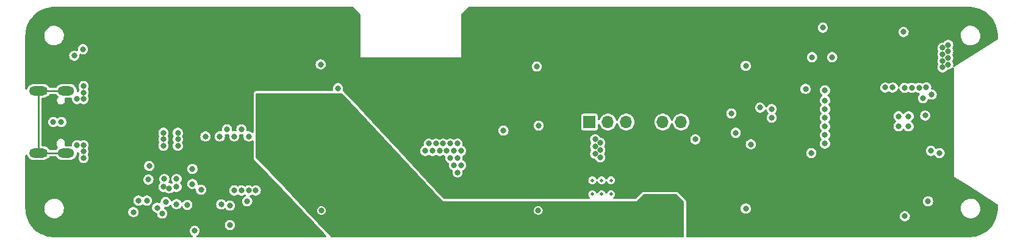
<source format=gbr>
%TF.GenerationSoftware,KiCad,Pcbnew,(7.0.0)*%
%TF.CreationDate,2023-05-08T09:15:40-04:00*%
%TF.ProjectId,AutoTiller,4175746f-5469-46c6-9c65-722e6b696361,rev?*%
%TF.SameCoordinates,Original*%
%TF.FileFunction,Copper,L2,Inr*%
%TF.FilePolarity,Positive*%
%FSLAX46Y46*%
G04 Gerber Fmt 4.6, Leading zero omitted, Abs format (unit mm)*
G04 Created by KiCad (PCBNEW (7.0.0)) date 2023-05-08 09:15:40*
%MOMM*%
%LPD*%
G01*
G04 APERTURE LIST*
%TA.AperFunction,ComponentPad*%
%ADD10R,1.700000X1.700000*%
%TD*%
%TA.AperFunction,ComponentPad*%
%ADD11O,1.700000X1.700000*%
%TD*%
%TA.AperFunction,ComponentPad*%
%ADD12C,0.500000*%
%TD*%
%TA.AperFunction,ComponentPad*%
%ADD13O,2.300000X1.300000*%
%TD*%
%TA.AperFunction,ComponentPad*%
%ADD14O,2.600000X1.300000*%
%TD*%
%TA.AperFunction,ViaPad*%
%ADD15C,0.800000*%
%TD*%
%TA.AperFunction,Conductor*%
%ADD16C,0.250000*%
%TD*%
G04 APERTURE END LIST*
D10*
%TO.N,/OUT1*%
%TO.C,U2*%
X168319999Y-115999999D03*
D11*
%TO.N,/OUT2*%
X170859999Y-115999999D03*
%TO.N,GND*%
X173399999Y-115999999D03*
%TO.N,+3.3V*%
X175939999Y-115999999D03*
%TO.N,ENC_A*%
X178479999Y-115999999D03*
%TO.N,ENC_B*%
X181019999Y-115999999D03*
%TD*%
D12*
%TO.N,GND*%
%TO.C,DRV8251ADDAR1*%
X168700000Y-126010000D03*
X170000000Y-126010000D03*
X171300000Y-126010000D03*
X168700000Y-124100000D03*
X170000000Y-124100000D03*
X171300000Y-124100000D03*
%TD*%
D13*
%TO.N,unconnected-(J1-SHIELD-PadS1)*%
%TO.C,J1*%
X95674999Y-111679999D03*
D14*
X91849999Y-111679999D03*
D13*
X95674999Y-120319999D03*
D14*
X91849999Y-120319999D03*
%TD*%
D15*
%TO.N,/BTST1*%
X107085772Y-123985772D03*
%TO.N,/SW1*%
X109300000Y-123900000D03*
%TO.N,/SW2*%
X111000000Y-123900000D03*
%TO.N,/PROG*%
X111000000Y-125000000D03*
%TO.N,/INT*%
X114400000Y-125400000D03*
%TO.N,/BTST2*%
X113200000Y-124600000D03*
%TO.N,D-*%
X106900000Y-126900000D03*
%TO.N,D+*%
X105700000Y-126900000D03*
%TO.N,SCL*%
X111000000Y-127400000D03*
%TO.N,SDA*%
X112500000Y-127500000D03*
%TO.N,GND*%
X118400000Y-130300000D03*
%TO.N,/SDRV*%
X117200000Y-127424500D03*
%TO.N,STAT*%
X98000000Y-105900000D03*
X107199359Y-122100641D03*
%TO.N,D+*%
X95000000Y-116000000D03*
%TO.N,D-*%
X93900000Y-116000000D03*
%TO.N,GND*%
X117000000Y-118000000D03*
X150500000Y-122000000D03*
X97200000Y-119200000D03*
X97200000Y-112800000D03*
X145500000Y-120000000D03*
X119000000Y-118000000D03*
X98100000Y-112800000D03*
X118000000Y-117000000D03*
X190000000Y-108200000D03*
X169800000Y-119900000D03*
X98100000Y-119200000D03*
X109175000Y-125000000D03*
X119000000Y-125500000D03*
X161200000Y-128300000D03*
X211200000Y-116600000D03*
X169800000Y-118900000D03*
X212075000Y-129075000D03*
X98100000Y-121000000D03*
X217300000Y-106600000D03*
X218100000Y-107100000D03*
X211900000Y-103500000D03*
X146500000Y-120000000D03*
X133400000Y-111300000D03*
X148500000Y-120000000D03*
X149000000Y-119000000D03*
X215800000Y-112200000D03*
X150500000Y-120000000D03*
X98100000Y-120100000D03*
X115000000Y-118000000D03*
X121000000Y-125500000D03*
X218100000Y-106200000D03*
X98100000Y-111000000D03*
X211200000Y-115200000D03*
X150000000Y-119000000D03*
X161000000Y-108300000D03*
X190700000Y-119100000D03*
X122000000Y-125500000D03*
X120000000Y-117000000D03*
X161250000Y-116500000D03*
X109975000Y-125200000D03*
X150000000Y-121000000D03*
X120000000Y-125500000D03*
X169100000Y-120400000D03*
X217300000Y-105700000D03*
X146000000Y-119000000D03*
X149500000Y-122000000D03*
X149500000Y-120000000D03*
X121000000Y-118000000D03*
X149000000Y-121000000D03*
X217300000Y-107500000D03*
X147500000Y-120000000D03*
X150000000Y-123000000D03*
X200700000Y-102900000D03*
X98100000Y-111900000D03*
X218100000Y-105300000D03*
X108300000Y-127900000D03*
X169800000Y-120900000D03*
X199100000Y-120300000D03*
X212600000Y-116600000D03*
X156370000Y-117190000D03*
X169100000Y-118400000D03*
X147000000Y-119000000D03*
X131100000Y-128300000D03*
X131000000Y-108000000D03*
X190000000Y-128000000D03*
X212600000Y-115200000D03*
X109000000Y-128700000D03*
X169100000Y-119400000D03*
X148000000Y-119000000D03*
X217300000Y-108400000D03*
X218100000Y-108000000D03*
%TO.N,QON*%
X113500000Y-131100000D03*
X109500000Y-127100000D03*
%TO.N,SCL*%
X192000000Y-114000000D03*
%TO.N,SDA*%
X183000000Y-118400000D03*
%TO.N,+12V*%
X179600000Y-128000000D03*
X122800000Y-114100000D03*
X178000000Y-128800000D03*
X176300000Y-127900000D03*
X123600000Y-115400000D03*
X178500000Y-128000000D03*
X179100000Y-128800000D03*
X122800000Y-115000000D03*
X123600000Y-113600000D03*
X122800000Y-115900000D03*
X176900000Y-128800000D03*
X123600000Y-114500000D03*
X122800000Y-113200000D03*
X177400000Y-127900000D03*
X123600000Y-116300000D03*
%TO.N,ESP_EN*%
X215300000Y-127000000D03*
X214600000Y-112700000D03*
%TO.N,+3.3V*%
X192080000Y-119180000D03*
X214000000Y-105200000D03*
X119500000Y-103500000D03*
X214500000Y-108600000D03*
X118500000Y-106500000D03*
X118500000Y-105000000D03*
X208400000Y-105200000D03*
X132200000Y-111200000D03*
X119000000Y-104250000D03*
X120000000Y-105750000D03*
X215000000Y-107900000D03*
X119000000Y-105750000D03*
X118500000Y-103500000D03*
X119500000Y-105000000D03*
X214000000Y-106100000D03*
X202900000Y-120300000D03*
X161250000Y-117750000D03*
X119500000Y-106500000D03*
X216900000Y-111800000D03*
X214000000Y-107900000D03*
X120000000Y-104250000D03*
X214000000Y-107000000D03*
%TO.N,+1*%
X201000000Y-113000000D03*
X209383089Y-111213494D03*
%TO.N,-1*%
X201000000Y-119000000D03*
X215047595Y-111196907D03*
%TO.N,+15*%
X210399500Y-111199570D03*
X201000000Y-114200000D03*
%TO.N,-15*%
X201000000Y-117800000D03*
X214049503Y-111250000D03*
%TO.N,TackL*%
X201000000Y-116600000D03*
X213050000Y-111250000D03*
%TO.N,TackR*%
X212050000Y-111250000D03*
X201000000Y-115400000D03*
%TO.N,Net-(D1-A)*%
X202000000Y-107000000D03*
X201000000Y-111600000D03*
%TO.N,Net-(D2-A)*%
X199200000Y-107000000D03*
X198300000Y-111400000D03*
%TO.N,IMU_INT1*%
X188599500Y-117500000D03*
X193600000Y-115400000D03*
%TO.N,ESP_IO0*%
X214900000Y-115100000D03*
%TO.N,SAO*%
X188000000Y-114800000D03*
X193600000Y-114200000D03*
%TO.N,ESP_RXD*%
X215700000Y-120000000D03*
%TO.N,ESP_TXD*%
X216900000Y-120300000D03*
%TO.N,/INT*%
X120800000Y-127000000D03*
%TO.N,/SW2*%
X111175000Y-119300000D03*
X111175000Y-117500000D03*
X111175000Y-118400000D03*
%TO.N,REGN*%
X105000000Y-128500500D03*
X96800000Y-106800000D03*
%TO.N,/PROG*%
X118400000Y-127600000D03*
%TO.N,/SW1*%
X109175000Y-119300000D03*
X109175000Y-117500000D03*
X109175000Y-118400000D03*
%TO.N,/SDRV*%
X113200000Y-122500000D03*
%TD*%
D16*
%TO.N,unconnected-(J1-SHIELD-PadS1)*%
X95675000Y-111680000D02*
X91850000Y-111680000D01*
X91850000Y-111680000D02*
X91850000Y-120320000D01*
X91850000Y-120320000D02*
X95675000Y-120320000D01*
%TD*%
%TA.AperFunction,Conductor*%
%TO.N,+3.3V*%
G36*
X135495802Y-100011842D02*
G01*
X135544141Y-100044141D01*
X136455859Y-100955859D01*
X136488158Y-101004198D01*
X136499500Y-101061218D01*
X136499500Y-106999901D01*
X136499459Y-107000000D01*
X136499500Y-107000099D01*
X136499617Y-107000383D01*
X136500000Y-107000541D01*
X136500099Y-107000500D01*
X150499901Y-107000500D01*
X150500000Y-107000541D01*
X150500383Y-107000383D01*
X150500500Y-107000099D01*
X150500541Y-107000000D01*
X198494355Y-107000000D01*
X198495441Y-107008944D01*
X198509888Y-107127930D01*
X198514860Y-107168872D01*
X198518050Y-107177284D01*
X198518052Y-107177291D01*
X198571987Y-107319506D01*
X198575182Y-107327930D01*
X198671817Y-107467929D01*
X198799148Y-107580734D01*
X198949775Y-107659790D01*
X199114944Y-107700500D01*
X199276047Y-107700500D01*
X199285056Y-107700500D01*
X199450225Y-107659790D01*
X199600852Y-107580734D01*
X199728183Y-107467929D01*
X199824818Y-107327930D01*
X199885140Y-107168872D01*
X199905645Y-107000000D01*
X201294355Y-107000000D01*
X201295441Y-107008944D01*
X201309888Y-107127930D01*
X201314860Y-107168872D01*
X201318050Y-107177284D01*
X201318052Y-107177291D01*
X201371987Y-107319506D01*
X201375182Y-107327930D01*
X201471817Y-107467929D01*
X201599148Y-107580734D01*
X201749775Y-107659790D01*
X201914944Y-107700500D01*
X202076047Y-107700500D01*
X202085056Y-107700500D01*
X202250225Y-107659790D01*
X202400852Y-107580734D01*
X202528183Y-107467929D01*
X202624818Y-107327930D01*
X202685140Y-107168872D01*
X202705645Y-107000000D01*
X202685140Y-106831128D01*
X202624818Y-106672070D01*
X202528183Y-106532071D01*
X202424332Y-106440067D01*
X202407600Y-106425244D01*
X202407599Y-106425243D01*
X202400852Y-106419266D01*
X202392869Y-106415076D01*
X202258203Y-106344397D01*
X202258201Y-106344396D01*
X202250225Y-106340210D01*
X202241474Y-106338053D01*
X202093805Y-106301656D01*
X202093801Y-106301655D01*
X202085056Y-106299500D01*
X201914944Y-106299500D01*
X201906199Y-106301655D01*
X201906194Y-106301656D01*
X201758525Y-106338053D01*
X201758522Y-106338053D01*
X201749775Y-106340210D01*
X201741801Y-106344395D01*
X201741796Y-106344397D01*
X201607130Y-106415076D01*
X201607125Y-106415078D01*
X201599148Y-106419266D01*
X201592404Y-106425240D01*
X201592399Y-106425244D01*
X201478563Y-106526094D01*
X201478560Y-106526096D01*
X201471817Y-106532071D01*
X201466698Y-106539486D01*
X201466697Y-106539488D01*
X201380301Y-106664653D01*
X201380299Y-106664656D01*
X201375182Y-106672070D01*
X201371989Y-106680488D01*
X201371987Y-106680493D01*
X201318052Y-106822708D01*
X201318049Y-106822717D01*
X201314860Y-106831128D01*
X201313775Y-106840062D01*
X201313774Y-106840067D01*
X201301632Y-106940067D01*
X201294355Y-107000000D01*
X199905645Y-107000000D01*
X199885140Y-106831128D01*
X199824818Y-106672070D01*
X199728183Y-106532071D01*
X199624332Y-106440067D01*
X199607600Y-106425244D01*
X199607599Y-106425243D01*
X199600852Y-106419266D01*
X199592869Y-106415076D01*
X199458203Y-106344397D01*
X199458201Y-106344396D01*
X199450225Y-106340210D01*
X199441474Y-106338053D01*
X199293805Y-106301656D01*
X199293801Y-106301655D01*
X199285056Y-106299500D01*
X199114944Y-106299500D01*
X199106199Y-106301655D01*
X199106194Y-106301656D01*
X198958525Y-106338053D01*
X198958522Y-106338053D01*
X198949775Y-106340210D01*
X198941801Y-106344395D01*
X198941796Y-106344397D01*
X198807130Y-106415076D01*
X198807125Y-106415078D01*
X198799148Y-106419266D01*
X198792404Y-106425240D01*
X198792399Y-106425244D01*
X198678563Y-106526094D01*
X198678560Y-106526096D01*
X198671817Y-106532071D01*
X198666698Y-106539486D01*
X198666697Y-106539488D01*
X198580301Y-106664653D01*
X198580299Y-106664656D01*
X198575182Y-106672070D01*
X198571989Y-106680488D01*
X198571987Y-106680493D01*
X198518052Y-106822708D01*
X198518049Y-106822717D01*
X198514860Y-106831128D01*
X198513775Y-106840062D01*
X198513774Y-106840067D01*
X198501632Y-106940067D01*
X198494355Y-107000000D01*
X150500541Y-107000000D01*
X150500500Y-106999901D01*
X150500500Y-102900000D01*
X199994355Y-102900000D01*
X199995441Y-102908944D01*
X200010391Y-103032071D01*
X200014860Y-103068872D01*
X200018050Y-103077284D01*
X200018052Y-103077291D01*
X200071987Y-103219506D01*
X200075182Y-103227930D01*
X200171817Y-103367929D01*
X200299148Y-103480734D01*
X200449775Y-103559790D01*
X200614944Y-103600500D01*
X200776047Y-103600500D01*
X200785056Y-103600500D01*
X200950225Y-103559790D01*
X201064144Y-103500000D01*
X211194355Y-103500000D01*
X211195441Y-103508944D01*
X211207483Y-103608122D01*
X211214860Y-103668872D01*
X211218050Y-103677284D01*
X211218052Y-103677291D01*
X211270296Y-103815046D01*
X211275182Y-103827930D01*
X211371817Y-103967929D01*
X211499148Y-104080734D01*
X211649775Y-104159790D01*
X211814944Y-104200500D01*
X211976047Y-104200500D01*
X211985056Y-104200500D01*
X212150225Y-104159790D01*
X212300852Y-104080734D01*
X212428183Y-103967929D01*
X212445869Y-103942306D01*
X219841828Y-103942306D01*
X219844275Y-103999901D01*
X219851345Y-104166348D01*
X219851345Y-104166354D01*
X219851614Y-104172668D01*
X219852945Y-104178844D01*
X219852946Y-104178851D01*
X219857147Y-104198343D01*
X219900190Y-104398062D01*
X219902546Y-104403927D01*
X219902548Y-104403931D01*
X219982000Y-104601656D01*
X219986159Y-104612006D01*
X220107049Y-104808343D01*
X220259380Y-104981425D01*
X220438772Y-105126274D01*
X220640063Y-105238721D01*
X220857462Y-105315533D01*
X221084715Y-105354500D01*
X221254362Y-105354500D01*
X221257535Y-105354500D01*
X221429739Y-105339843D01*
X221652869Y-105281745D01*
X221862971Y-105186773D01*
X222054000Y-105057659D01*
X222220462Y-104898119D01*
X222357566Y-104712742D01*
X222461370Y-104506860D01*
X222528886Y-104286397D01*
X222558172Y-104057694D01*
X222548386Y-103827332D01*
X222499810Y-103601938D01*
X222413841Y-103387994D01*
X222292951Y-103191657D01*
X222140620Y-103018575D01*
X221961228Y-102873726D01*
X221908726Y-102844397D01*
X221765470Y-102764370D01*
X221759937Y-102761279D01*
X221753970Y-102759170D01*
X221753964Y-102759168D01*
X221599010Y-102704420D01*
X221542538Y-102684467D01*
X221536310Y-102683399D01*
X221536306Y-102683398D01*
X221321517Y-102646568D01*
X221321510Y-102646567D01*
X221315285Y-102645500D01*
X221142465Y-102645500D01*
X221139309Y-102645768D01*
X221139300Y-102645769D01*
X220976575Y-102659619D01*
X220976568Y-102659620D01*
X220970261Y-102660157D01*
X220964139Y-102661750D01*
X220964127Y-102661753D01*
X220753256Y-102716660D01*
X220753253Y-102716660D01*
X220747131Y-102718255D01*
X220741368Y-102720859D01*
X220741365Y-102720861D01*
X220562627Y-102801656D01*
X220537029Y-102813227D01*
X220531799Y-102816761D01*
X220531788Y-102816768D01*
X220351238Y-102938800D01*
X220351232Y-102938804D01*
X220346000Y-102942341D01*
X220341442Y-102946708D01*
X220341435Y-102946715D01*
X220184107Y-103097501D01*
X220184101Y-103097507D01*
X220179538Y-103101881D01*
X220175775Y-103106967D01*
X220175773Y-103106971D01*
X220046195Y-103282172D01*
X220046192Y-103282176D01*
X220042434Y-103287258D01*
X220039590Y-103292897D01*
X220039586Y-103292905D01*
X219941476Y-103487494D01*
X219941473Y-103487500D01*
X219938630Y-103493140D01*
X219936781Y-103499177D01*
X219936778Y-103499185D01*
X219872965Y-103707556D01*
X219872962Y-103707565D01*
X219871114Y-103713603D01*
X219870311Y-103719872D01*
X219870310Y-103719878D01*
X219842632Y-103936022D01*
X219842631Y-103936029D01*
X219841828Y-103942306D01*
X212445869Y-103942306D01*
X212524818Y-103827930D01*
X212585140Y-103668872D01*
X212605645Y-103500000D01*
X212585140Y-103331128D01*
X212524818Y-103172070D01*
X212428183Y-103032071D01*
X212331836Y-102946715D01*
X212307600Y-102925244D01*
X212307599Y-102925243D01*
X212300852Y-102919266D01*
X212292869Y-102915076D01*
X212158203Y-102844397D01*
X212158201Y-102844396D01*
X212150225Y-102840210D01*
X212141474Y-102838053D01*
X211993805Y-102801656D01*
X211993801Y-102801655D01*
X211985056Y-102799500D01*
X211814944Y-102799500D01*
X211806199Y-102801655D01*
X211806194Y-102801656D01*
X211658525Y-102838053D01*
X211658522Y-102838053D01*
X211649775Y-102840210D01*
X211641801Y-102844395D01*
X211641796Y-102844397D01*
X211507130Y-102915076D01*
X211507125Y-102915078D01*
X211499148Y-102919266D01*
X211492404Y-102925240D01*
X211492399Y-102925244D01*
X211378563Y-103026094D01*
X211378560Y-103026096D01*
X211371817Y-103032071D01*
X211366698Y-103039486D01*
X211366697Y-103039488D01*
X211280301Y-103164653D01*
X211280299Y-103164656D01*
X211275182Y-103172070D01*
X211271989Y-103180488D01*
X211271987Y-103180493D01*
X211218052Y-103322708D01*
X211218049Y-103322717D01*
X211214860Y-103331128D01*
X211213775Y-103340062D01*
X211213774Y-103340067D01*
X211195441Y-103491056D01*
X211194355Y-103500000D01*
X201064144Y-103500000D01*
X201100852Y-103480734D01*
X201228183Y-103367929D01*
X201324818Y-103227930D01*
X201385140Y-103068872D01*
X201405645Y-102900000D01*
X201385140Y-102731128D01*
X201381246Y-102720861D01*
X201328012Y-102580493D01*
X201324818Y-102572070D01*
X201228183Y-102432071D01*
X201100852Y-102319266D01*
X201092869Y-102315076D01*
X200958203Y-102244397D01*
X200958201Y-102244396D01*
X200950225Y-102240210D01*
X200941474Y-102238053D01*
X200793805Y-102201656D01*
X200793801Y-102201655D01*
X200785056Y-102199500D01*
X200614944Y-102199500D01*
X200606199Y-102201655D01*
X200606194Y-102201656D01*
X200458525Y-102238053D01*
X200458522Y-102238053D01*
X200449775Y-102240210D01*
X200441801Y-102244395D01*
X200441796Y-102244397D01*
X200307130Y-102315076D01*
X200307125Y-102315078D01*
X200299148Y-102319266D01*
X200292404Y-102325240D01*
X200292399Y-102325244D01*
X200178563Y-102426094D01*
X200178560Y-102426096D01*
X200171817Y-102432071D01*
X200166698Y-102439486D01*
X200166697Y-102439488D01*
X200080301Y-102564653D01*
X200080299Y-102564656D01*
X200075182Y-102572070D01*
X200071989Y-102580488D01*
X200071987Y-102580493D01*
X200018052Y-102722708D01*
X200018049Y-102722717D01*
X200014860Y-102731128D01*
X200013775Y-102740062D01*
X200013774Y-102740067D01*
X199997920Y-102870636D01*
X199994355Y-102900000D01*
X150500500Y-102900000D01*
X150500500Y-101061218D01*
X150511842Y-101004198D01*
X150544141Y-100955859D01*
X151455859Y-100044141D01*
X151504198Y-100011842D01*
X151561218Y-100000500D01*
X220822272Y-100000500D01*
X220825928Y-100000544D01*
X221190544Y-100009496D01*
X221201486Y-100010167D01*
X221578945Y-100047344D01*
X221593385Y-100049486D01*
X221963584Y-100123123D01*
X221977746Y-100126671D01*
X222338939Y-100236238D01*
X222352694Y-100241159D01*
X222701414Y-100385604D01*
X222714614Y-100391847D01*
X223047481Y-100569768D01*
X223059997Y-100577270D01*
X223373847Y-100786977D01*
X223385570Y-100795671D01*
X223677351Y-101035129D01*
X223688174Y-101044939D01*
X223955060Y-101311825D01*
X223964871Y-101322649D01*
X224204325Y-101614426D01*
X224213024Y-101626156D01*
X224422725Y-101939996D01*
X224430238Y-101952531D01*
X224608147Y-102285376D01*
X224614399Y-102298594D01*
X224758837Y-102647299D01*
X224763763Y-102661066D01*
X224873325Y-103022242D01*
X224876878Y-103036426D01*
X224950511Y-103406602D01*
X224952657Y-103421067D01*
X224989831Y-103798511D01*
X224990503Y-103809458D01*
X224999455Y-104174071D01*
X224999500Y-104177728D01*
X224999500Y-104480917D01*
X224980926Y-104552959D01*
X224929836Y-104607038D01*
X222376687Y-106213052D01*
X219007620Y-108332303D01*
X218941187Y-108354620D01*
X218871900Y-108344099D01*
X218815087Y-108303067D01*
X218783316Y-108240602D01*
X218783604Y-108172920D01*
X218785140Y-108168872D01*
X218805645Y-108000000D01*
X218785140Y-107831128D01*
X218780732Y-107819506D01*
X218728012Y-107680493D01*
X218724818Y-107672070D01*
X218698979Y-107634637D01*
X218675617Y-107579805D01*
X218675617Y-107520195D01*
X218698979Y-107465362D01*
X218724818Y-107427930D01*
X218785140Y-107268872D01*
X218805645Y-107100000D01*
X218785140Y-106931128D01*
X218780732Y-106919506D01*
X218754562Y-106850500D01*
X218724818Y-106772070D01*
X218698979Y-106734637D01*
X218675617Y-106679805D01*
X218675617Y-106620195D01*
X218698979Y-106565362D01*
X218724818Y-106527930D01*
X218785140Y-106368872D01*
X218805645Y-106200000D01*
X218785140Y-106031128D01*
X218777728Y-106011585D01*
X218728012Y-105880493D01*
X218724818Y-105872070D01*
X218698980Y-105834638D01*
X218675617Y-105779802D01*
X218675618Y-105720192D01*
X218698980Y-105665362D01*
X218724818Y-105627930D01*
X218785140Y-105468872D01*
X218805645Y-105300000D01*
X218785140Y-105131128D01*
X218780641Y-105119266D01*
X218736038Y-105001656D01*
X218724818Y-104972070D01*
X218628183Y-104832071D01*
X218500852Y-104719266D01*
X218488422Y-104712742D01*
X218358203Y-104644397D01*
X218358201Y-104644396D01*
X218350225Y-104640210D01*
X218341474Y-104638053D01*
X218193805Y-104601656D01*
X218193801Y-104601655D01*
X218185056Y-104599500D01*
X218014944Y-104599500D01*
X218006199Y-104601655D01*
X218006194Y-104601656D01*
X217858525Y-104638053D01*
X217858522Y-104638053D01*
X217849775Y-104640210D01*
X217841801Y-104644395D01*
X217841796Y-104644397D01*
X217707130Y-104715076D01*
X217707125Y-104715078D01*
X217699148Y-104719266D01*
X217692404Y-104725240D01*
X217692399Y-104725244D01*
X217578563Y-104826094D01*
X217578560Y-104826096D01*
X217571817Y-104832071D01*
X217566698Y-104839486D01*
X217566697Y-104839488D01*
X217500672Y-104935142D01*
X217447292Y-104982433D01*
X217378048Y-104999500D01*
X217214944Y-104999500D01*
X217206199Y-105001655D01*
X217206194Y-105001656D01*
X217058525Y-105038053D01*
X217058522Y-105038053D01*
X217049775Y-105040210D01*
X217041801Y-105044395D01*
X217041796Y-105044397D01*
X216907130Y-105115076D01*
X216907125Y-105115078D01*
X216899148Y-105119266D01*
X216892404Y-105125240D01*
X216892399Y-105125244D01*
X216778563Y-105226094D01*
X216778560Y-105226096D01*
X216771817Y-105232071D01*
X216766698Y-105239486D01*
X216766697Y-105239488D01*
X216680301Y-105364653D01*
X216680299Y-105364656D01*
X216675182Y-105372070D01*
X216671989Y-105380488D01*
X216671987Y-105380493D01*
X216618052Y-105522708D01*
X216618049Y-105522717D01*
X216614860Y-105531128D01*
X216613775Y-105540062D01*
X216613774Y-105540067D01*
X216604129Y-105619506D01*
X216594355Y-105700000D01*
X216595441Y-105708944D01*
X216610703Y-105834642D01*
X216614860Y-105868872D01*
X216618050Y-105877284D01*
X216618052Y-105877291D01*
X216664404Y-105999510D01*
X216675182Y-106027930D01*
X216680296Y-106035340D01*
X216680301Y-106035348D01*
X216701017Y-106065360D01*
X216724380Y-106120197D01*
X216724380Y-106179803D01*
X216701017Y-106234640D01*
X216680301Y-106264651D01*
X216680294Y-106264662D01*
X216675182Y-106272070D01*
X216671987Y-106280492D01*
X216671987Y-106280494D01*
X216618052Y-106422708D01*
X216618049Y-106422717D01*
X216614860Y-106431128D01*
X216613775Y-106440062D01*
X216613774Y-106440067D01*
X216599746Y-106555602D01*
X216594355Y-106600000D01*
X216595441Y-106608944D01*
X216611978Y-106745141D01*
X216614860Y-106768872D01*
X216618050Y-106777284D01*
X216618052Y-106777291D01*
X216671987Y-106919506D01*
X216675182Y-106927930D01*
X216701018Y-106965359D01*
X216724381Y-107020194D01*
X216724381Y-107079801D01*
X216701018Y-107134638D01*
X216680301Y-107164651D01*
X216680294Y-107164662D01*
X216675182Y-107172070D01*
X216671990Y-107180485D01*
X216671987Y-107180492D01*
X216618052Y-107322708D01*
X216618049Y-107322717D01*
X216614860Y-107331128D01*
X216613775Y-107340062D01*
X216613774Y-107340067D01*
X216595441Y-107491056D01*
X216594355Y-107500000D01*
X216595441Y-107508944D01*
X216613248Y-107655602D01*
X216614860Y-107668872D01*
X216618050Y-107677284D01*
X216618052Y-107677291D01*
X216671987Y-107819506D01*
X216675182Y-107827930D01*
X216701018Y-107865359D01*
X216724381Y-107920194D01*
X216724381Y-107979801D01*
X216701018Y-108034638D01*
X216680301Y-108064651D01*
X216680294Y-108064662D01*
X216675182Y-108072070D01*
X216671990Y-108080485D01*
X216671987Y-108080492D01*
X216618052Y-108222708D01*
X216618049Y-108222717D01*
X216614860Y-108231128D01*
X216613775Y-108240062D01*
X216613774Y-108240067D01*
X216599865Y-108354620D01*
X216594355Y-108400000D01*
X216595441Y-108408944D01*
X216612846Y-108552291D01*
X216614860Y-108568872D01*
X216618050Y-108577284D01*
X216618052Y-108577291D01*
X216663961Y-108698343D01*
X216675182Y-108727930D01*
X216771817Y-108867929D01*
X216899148Y-108980734D01*
X217049775Y-109059790D01*
X217214944Y-109100500D01*
X217376047Y-109100500D01*
X217385056Y-109100500D01*
X217550225Y-109059790D01*
X217700852Y-108980734D01*
X217828183Y-108867929D01*
X217899328Y-108764857D01*
X217952708Y-108717567D01*
X218021952Y-108700500D01*
X218176047Y-108700500D01*
X218185056Y-108700500D01*
X218350225Y-108659790D01*
X218500852Y-108580734D01*
X218628183Y-108467929D01*
X218633304Y-108460509D01*
X218639279Y-108453766D01*
X218641835Y-108456030D01*
X218684895Y-108418758D01*
X218758140Y-108403462D01*
X218829585Y-108425700D01*
X218881212Y-108479862D01*
X218900000Y-108552291D01*
X218900000Y-123600000D01*
X218915993Y-123610060D01*
X218915994Y-123610061D01*
X220743995Y-124759932D01*
X224929836Y-127392961D01*
X224980926Y-127447041D01*
X224999500Y-127519083D01*
X224999500Y-127822272D01*
X224999455Y-127825929D01*
X224990503Y-128190541D01*
X224989831Y-128201488D01*
X224952657Y-128578932D01*
X224950511Y-128593397D01*
X224876878Y-128963573D01*
X224873325Y-128977757D01*
X224763763Y-129338933D01*
X224758837Y-129352700D01*
X224614400Y-129701401D01*
X224608149Y-129714619D01*
X224430231Y-130047481D01*
X224422721Y-130060010D01*
X224213026Y-130373841D01*
X224204317Y-130385583D01*
X224156051Y-130444397D01*
X223964880Y-130677340D01*
X223955060Y-130688174D01*
X223688174Y-130955060D01*
X223677340Y-130964880D01*
X223385586Y-131204316D01*
X223373841Y-131213026D01*
X223060010Y-131422721D01*
X223047468Y-131430238D01*
X222714623Y-131608147D01*
X222701405Y-131614399D01*
X222352700Y-131758837D01*
X222338933Y-131763763D01*
X221977757Y-131873325D01*
X221963573Y-131876878D01*
X221593397Y-131950511D01*
X221578932Y-131952657D01*
X221201488Y-131989831D01*
X221190541Y-131990503D01*
X220825929Y-131999455D01*
X220822272Y-131999500D01*
X181854500Y-131999500D01*
X181797480Y-131988158D01*
X181749141Y-131955859D01*
X181716842Y-131907520D01*
X181705500Y-131850500D01*
X181705500Y-129075000D01*
X211369355Y-129075000D01*
X211370441Y-129083944D01*
X211382496Y-129183231D01*
X211389860Y-129243872D01*
X211393050Y-129252284D01*
X211393052Y-129252291D01*
X211431815Y-129354500D01*
X211450182Y-129402930D01*
X211546817Y-129542929D01*
X211674148Y-129655734D01*
X211824775Y-129734790D01*
X211989944Y-129775500D01*
X212151047Y-129775500D01*
X212160056Y-129775500D01*
X212325225Y-129734790D01*
X212475852Y-129655734D01*
X212603183Y-129542929D01*
X212699818Y-129402930D01*
X212760140Y-129243872D01*
X212780645Y-129075000D01*
X212760140Y-128906128D01*
X212699818Y-128747070D01*
X212603183Y-128607071D01*
X212496440Y-128512505D01*
X212482600Y-128500244D01*
X212482599Y-128500243D01*
X212475852Y-128494266D01*
X212458051Y-128484923D01*
X212333203Y-128419397D01*
X212333201Y-128419396D01*
X212325225Y-128415210D01*
X212279464Y-128403931D01*
X212168805Y-128376656D01*
X212168801Y-128376655D01*
X212160056Y-128374500D01*
X211989944Y-128374500D01*
X211981199Y-128376655D01*
X211981194Y-128376656D01*
X211833525Y-128413053D01*
X211833522Y-128413053D01*
X211824775Y-128415210D01*
X211816801Y-128419395D01*
X211816796Y-128419397D01*
X211682130Y-128490076D01*
X211682125Y-128490078D01*
X211674148Y-128494266D01*
X211667404Y-128500240D01*
X211667399Y-128500244D01*
X211553563Y-128601094D01*
X211553560Y-128601096D01*
X211546817Y-128607071D01*
X211541698Y-128614486D01*
X211541697Y-128614488D01*
X211455301Y-128739653D01*
X211455299Y-128739656D01*
X211450182Y-128747070D01*
X211446989Y-128755488D01*
X211446987Y-128755493D01*
X211393052Y-128897708D01*
X211393049Y-128897717D01*
X211389860Y-128906128D01*
X211388775Y-128915062D01*
X211388774Y-128915067D01*
X211380717Y-128981425D01*
X211369355Y-129075000D01*
X181705500Y-129075000D01*
X181705500Y-128000000D01*
X189294355Y-128000000D01*
X189295441Y-128008944D01*
X189313248Y-128155602D01*
X189314860Y-128168872D01*
X189318050Y-128177284D01*
X189318052Y-128177291D01*
X189364779Y-128300500D01*
X189375182Y-128327930D01*
X189471817Y-128467929D01*
X189599148Y-128580734D01*
X189749775Y-128659790D01*
X189914944Y-128700500D01*
X190076047Y-128700500D01*
X190085056Y-128700500D01*
X190250225Y-128659790D01*
X190400852Y-128580734D01*
X190528183Y-128467929D01*
X190624818Y-128327930D01*
X190685140Y-128168872D01*
X190705645Y-128000000D01*
X190698640Y-127942306D01*
X219841828Y-127942306D01*
X219843899Y-127991056D01*
X219851345Y-128166348D01*
X219851345Y-128166354D01*
X219851614Y-128172668D01*
X219852945Y-128178844D01*
X219852946Y-128178851D01*
X219874772Y-128280121D01*
X219900190Y-128398062D01*
X219902546Y-128403927D01*
X219902548Y-128403931D01*
X219981774Y-128601094D01*
X219986159Y-128612006D01*
X220107049Y-128808343D01*
X220259380Y-128981425D01*
X220438772Y-129126274D01*
X220640063Y-129238721D01*
X220857462Y-129315533D01*
X221084715Y-129354500D01*
X221254362Y-129354500D01*
X221257535Y-129354500D01*
X221429739Y-129339843D01*
X221652869Y-129281745D01*
X221862971Y-129186773D01*
X222054000Y-129057659D01*
X222220462Y-128898119D01*
X222357566Y-128712742D01*
X222461370Y-128506860D01*
X222528886Y-128286397D01*
X222558172Y-128057694D01*
X222548386Y-127827332D01*
X222499810Y-127601938D01*
X222413841Y-127387994D01*
X222292951Y-127191657D01*
X222140620Y-127018575D01*
X221961228Y-126873726D01*
X221945219Y-126864783D01*
X221765470Y-126764370D01*
X221759937Y-126761279D01*
X221753970Y-126759170D01*
X221753964Y-126759168D01*
X221599010Y-126704420D01*
X221542538Y-126684467D01*
X221536310Y-126683399D01*
X221536306Y-126683398D01*
X221321517Y-126646568D01*
X221321510Y-126646567D01*
X221315285Y-126645500D01*
X221142465Y-126645500D01*
X221139309Y-126645768D01*
X221139300Y-126645769D01*
X220976575Y-126659619D01*
X220976568Y-126659620D01*
X220970261Y-126660157D01*
X220964139Y-126661750D01*
X220964127Y-126661753D01*
X220753256Y-126716660D01*
X220753253Y-126716660D01*
X220747131Y-126718255D01*
X220741368Y-126720859D01*
X220741365Y-126720861D01*
X220562627Y-126801656D01*
X220537029Y-126813227D01*
X220531799Y-126816761D01*
X220531788Y-126816768D01*
X220351238Y-126938800D01*
X220351232Y-126938804D01*
X220346000Y-126942341D01*
X220341442Y-126946708D01*
X220341435Y-126946715D01*
X220184107Y-127097501D01*
X220184101Y-127097507D01*
X220179538Y-127101881D01*
X220175775Y-127106967D01*
X220175773Y-127106971D01*
X220046195Y-127282172D01*
X220046192Y-127282176D01*
X220042434Y-127287258D01*
X220039590Y-127292897D01*
X220039586Y-127292905D01*
X219941476Y-127487494D01*
X219941473Y-127487500D01*
X219938630Y-127493140D01*
X219936781Y-127499177D01*
X219936778Y-127499185D01*
X219872965Y-127707556D01*
X219872962Y-127707565D01*
X219871114Y-127713603D01*
X219870311Y-127719872D01*
X219870310Y-127719878D01*
X219842632Y-127936022D01*
X219842631Y-127936029D01*
X219841828Y-127942306D01*
X190698640Y-127942306D01*
X190685140Y-127831128D01*
X190681781Y-127822272D01*
X190650942Y-127740955D01*
X190624818Y-127672070D01*
X190528183Y-127532071D01*
X190415306Y-127432071D01*
X190407600Y-127425244D01*
X190407599Y-127425243D01*
X190400852Y-127419266D01*
X190250225Y-127340210D01*
X190230491Y-127335346D01*
X190093805Y-127301656D01*
X190093801Y-127301655D01*
X190085056Y-127299500D01*
X189914944Y-127299500D01*
X189906199Y-127301655D01*
X189906194Y-127301656D01*
X189758525Y-127338053D01*
X189758522Y-127338053D01*
X189749775Y-127340210D01*
X189741801Y-127344395D01*
X189741796Y-127344397D01*
X189607130Y-127415076D01*
X189607125Y-127415078D01*
X189599148Y-127419266D01*
X189592404Y-127425240D01*
X189592399Y-127425244D01*
X189478563Y-127526094D01*
X189478560Y-127526096D01*
X189471817Y-127532071D01*
X189466698Y-127539486D01*
X189466697Y-127539488D01*
X189380301Y-127664653D01*
X189380299Y-127664656D01*
X189375182Y-127672070D01*
X189371989Y-127680488D01*
X189371987Y-127680493D01*
X189318052Y-127822708D01*
X189318049Y-127822717D01*
X189314860Y-127831128D01*
X189313775Y-127840062D01*
X189313774Y-127840067D01*
X189297420Y-127974755D01*
X189294355Y-128000000D01*
X181705500Y-128000000D01*
X181705500Y-127029549D01*
X181705500Y-127025888D01*
X181702950Y-127000000D01*
X214594355Y-127000000D01*
X214595441Y-127008944D01*
X214610997Y-127137063D01*
X214614860Y-127168872D01*
X214618050Y-127177284D01*
X214618052Y-127177291D01*
X214670307Y-127315076D01*
X214675182Y-127327930D01*
X214771817Y-127467929D01*
X214807098Y-127499185D01*
X214885758Y-127568872D01*
X214899148Y-127580734D01*
X215049775Y-127659790D01*
X215214944Y-127700500D01*
X215376047Y-127700500D01*
X215385056Y-127700500D01*
X215550225Y-127659790D01*
X215700852Y-127580734D01*
X215828183Y-127467929D01*
X215924818Y-127327930D01*
X215985140Y-127168872D01*
X216005645Y-127000000D01*
X215985140Y-126831128D01*
X215980641Y-126819266D01*
X215958650Y-126761279D01*
X215924818Y-126672070D01*
X215828183Y-126532071D01*
X215715306Y-126432071D01*
X215707600Y-126425244D01*
X215707599Y-126425243D01*
X215700852Y-126419266D01*
X215680467Y-126408567D01*
X215558203Y-126344397D01*
X215558201Y-126344396D01*
X215550225Y-126340210D01*
X215541474Y-126338053D01*
X215393805Y-126301656D01*
X215393801Y-126301655D01*
X215385056Y-126299500D01*
X215214944Y-126299500D01*
X215206199Y-126301655D01*
X215206194Y-126301656D01*
X215058525Y-126338053D01*
X215058522Y-126338053D01*
X215049775Y-126340210D01*
X215041801Y-126344395D01*
X215041796Y-126344397D01*
X214907130Y-126415076D01*
X214907125Y-126415078D01*
X214899148Y-126419266D01*
X214892404Y-126425240D01*
X214892399Y-126425244D01*
X214778563Y-126526094D01*
X214778560Y-126526096D01*
X214771817Y-126532071D01*
X214766698Y-126539486D01*
X214766697Y-126539488D01*
X214680301Y-126664653D01*
X214680299Y-126664656D01*
X214675182Y-126672070D01*
X214671989Y-126680488D01*
X214671987Y-126680493D01*
X214618052Y-126822708D01*
X214618049Y-126822717D01*
X214614860Y-126831128D01*
X214613775Y-126840062D01*
X214613774Y-126840067D01*
X214597564Y-126973571D01*
X214594355Y-127000000D01*
X181702950Y-127000000D01*
X181699630Y-126966287D01*
X181682245Y-126908977D01*
X181663939Y-126864783D01*
X181635708Y-126811967D01*
X181597715Y-126765673D01*
X180634327Y-125802285D01*
X180588033Y-125764292D01*
X180535217Y-125736061D01*
X180531837Y-125734661D01*
X180531833Y-125734659D01*
X180507613Y-125724627D01*
X180491023Y-125717755D01*
X180482997Y-125715320D01*
X180440719Y-125702495D01*
X180440716Y-125702494D01*
X180433713Y-125700370D01*
X180426433Y-125699653D01*
X180426428Y-125699652D01*
X180377751Y-125694858D01*
X180377742Y-125694857D01*
X180374112Y-125694500D01*
X175825888Y-125694500D01*
X175822258Y-125694857D01*
X175822248Y-125694858D01*
X175773571Y-125699652D01*
X175773564Y-125699653D01*
X175766287Y-125700370D01*
X175759285Y-125702493D01*
X175759280Y-125702495D01*
X175712477Y-125716693D01*
X175712471Y-125716694D01*
X175708977Y-125717755D01*
X175705598Y-125719154D01*
X175705597Y-125719155D01*
X175668166Y-125734659D01*
X175668154Y-125734664D01*
X175664783Y-125736061D01*
X175661561Y-125737782D01*
X175661555Y-125737786D01*
X175618424Y-125760840D01*
X175618419Y-125760843D01*
X175611967Y-125764292D01*
X175606309Y-125768934D01*
X175606305Y-125768938D01*
X175568504Y-125799961D01*
X175568496Y-125799967D01*
X175565673Y-125802285D01*
X175563095Y-125804862D01*
X175563085Y-125804872D01*
X174717099Y-126650859D01*
X174668760Y-126683158D01*
X174611740Y-126694500D01*
X171751177Y-126694500D01*
X171680081Y-126676444D01*
X171626215Y-126626652D01*
X171602636Y-126557191D01*
X171615058Y-126484897D01*
X171660471Y-126427291D01*
X171676389Y-126415076D01*
X171692621Y-126402621D01*
X171780861Y-126287625D01*
X171836330Y-126153709D01*
X171855250Y-126010000D01*
X171836330Y-125866291D01*
X171780861Y-125732375D01*
X171692621Y-125617379D01*
X171577625Y-125529139D01*
X171568605Y-125525403D01*
X171568602Y-125525401D01*
X171452735Y-125477408D01*
X171452730Y-125477406D01*
X171443709Y-125473670D01*
X171434026Y-125472395D01*
X171434022Y-125472394D01*
X171309684Y-125456025D01*
X171300000Y-125454750D01*
X171290316Y-125456025D01*
X171165977Y-125472394D01*
X171165971Y-125472395D01*
X171156291Y-125473670D01*
X171147271Y-125477406D01*
X171147264Y-125477408D01*
X171031397Y-125525401D01*
X171031390Y-125525404D01*
X171022375Y-125529139D01*
X171014628Y-125535083D01*
X171014627Y-125535084D01*
X170915128Y-125611432D01*
X170915123Y-125611436D01*
X170907379Y-125617379D01*
X170901436Y-125625123D01*
X170901432Y-125625128D01*
X170825084Y-125724627D01*
X170819139Y-125732375D01*
X170815405Y-125741389D01*
X170815402Y-125741395D01*
X170787658Y-125808378D01*
X170746768Y-125864658D01*
X170684783Y-125896241D01*
X170615217Y-125896241D01*
X170553232Y-125864658D01*
X170512342Y-125808378D01*
X170484597Y-125741395D01*
X170480861Y-125732375D01*
X170392621Y-125617379D01*
X170277625Y-125529139D01*
X170268605Y-125525403D01*
X170268602Y-125525401D01*
X170152735Y-125477408D01*
X170152730Y-125477406D01*
X170143709Y-125473670D01*
X170134026Y-125472395D01*
X170134022Y-125472394D01*
X170009684Y-125456025D01*
X170000000Y-125454750D01*
X169990316Y-125456025D01*
X169865977Y-125472394D01*
X169865971Y-125472395D01*
X169856291Y-125473670D01*
X169847271Y-125477406D01*
X169847264Y-125477408D01*
X169731397Y-125525401D01*
X169731390Y-125525404D01*
X169722375Y-125529139D01*
X169714628Y-125535083D01*
X169714627Y-125535084D01*
X169615128Y-125611432D01*
X169615123Y-125611436D01*
X169607379Y-125617379D01*
X169601436Y-125625123D01*
X169601432Y-125625128D01*
X169525084Y-125724627D01*
X169519139Y-125732375D01*
X169515405Y-125741389D01*
X169515402Y-125741395D01*
X169487658Y-125808378D01*
X169446768Y-125864658D01*
X169384783Y-125896241D01*
X169315217Y-125896241D01*
X169253232Y-125864658D01*
X169212342Y-125808378D01*
X169184597Y-125741395D01*
X169180861Y-125732375D01*
X169092621Y-125617379D01*
X168977625Y-125529139D01*
X168968605Y-125525403D01*
X168968602Y-125525401D01*
X168852735Y-125477408D01*
X168852730Y-125477406D01*
X168843709Y-125473670D01*
X168834026Y-125472395D01*
X168834022Y-125472394D01*
X168709684Y-125456025D01*
X168700000Y-125454750D01*
X168690316Y-125456025D01*
X168565977Y-125472394D01*
X168565971Y-125472395D01*
X168556291Y-125473670D01*
X168547271Y-125477406D01*
X168547264Y-125477408D01*
X168431397Y-125525401D01*
X168431390Y-125525404D01*
X168422375Y-125529139D01*
X168414628Y-125535083D01*
X168414627Y-125535084D01*
X168315128Y-125611432D01*
X168315123Y-125611436D01*
X168307379Y-125617379D01*
X168301436Y-125625123D01*
X168301432Y-125625128D01*
X168225084Y-125724627D01*
X168219139Y-125732375D01*
X168215404Y-125741390D01*
X168215401Y-125741397D01*
X168167408Y-125857264D01*
X168167406Y-125857271D01*
X168163670Y-125866291D01*
X168162395Y-125875971D01*
X168162394Y-125875977D01*
X168147063Y-125992425D01*
X168144750Y-126010000D01*
X168146025Y-126019684D01*
X168162394Y-126144022D01*
X168162395Y-126144026D01*
X168163670Y-126153709D01*
X168167406Y-126162730D01*
X168167408Y-126162735D01*
X168215401Y-126278602D01*
X168215403Y-126278605D01*
X168219139Y-126287625D01*
X168307379Y-126402621D01*
X168315128Y-126408567D01*
X168339529Y-126427291D01*
X168384942Y-126484897D01*
X168397364Y-126557191D01*
X168373785Y-126626652D01*
X168319919Y-126676444D01*
X168248823Y-126694500D01*
X148197503Y-126694500D01*
X148138119Y-126682155D01*
X148088576Y-126647165D01*
X145711222Y-124100000D01*
X168144750Y-124100000D01*
X168146025Y-124109684D01*
X168162394Y-124234022D01*
X168162395Y-124234026D01*
X168163670Y-124243709D01*
X168167406Y-124252730D01*
X168167408Y-124252735D01*
X168215401Y-124368602D01*
X168215403Y-124368605D01*
X168219139Y-124377625D01*
X168307379Y-124492621D01*
X168422375Y-124580861D01*
X168556291Y-124636330D01*
X168700000Y-124655250D01*
X168843709Y-124636330D01*
X168977625Y-124580861D01*
X169092621Y-124492621D01*
X169180861Y-124377625D01*
X169212342Y-124301621D01*
X169253232Y-124245341D01*
X169315216Y-124213758D01*
X169384784Y-124213758D01*
X169446768Y-124245341D01*
X169487658Y-124301622D01*
X169515401Y-124368602D01*
X169515403Y-124368605D01*
X169519139Y-124377625D01*
X169607379Y-124492621D01*
X169722375Y-124580861D01*
X169856291Y-124636330D01*
X170000000Y-124655250D01*
X170143709Y-124636330D01*
X170277625Y-124580861D01*
X170392621Y-124492621D01*
X170480861Y-124377625D01*
X170512342Y-124301621D01*
X170553232Y-124245341D01*
X170615216Y-124213758D01*
X170684784Y-124213758D01*
X170746768Y-124245341D01*
X170787658Y-124301622D01*
X170815401Y-124368602D01*
X170815403Y-124368605D01*
X170819139Y-124377625D01*
X170907379Y-124492621D01*
X171022375Y-124580861D01*
X171156291Y-124636330D01*
X171300000Y-124655250D01*
X171443709Y-124636330D01*
X171577625Y-124580861D01*
X171692621Y-124492621D01*
X171780861Y-124377625D01*
X171836330Y-124243709D01*
X171855250Y-124100000D01*
X171836330Y-123956291D01*
X171780861Y-123822375D01*
X171692621Y-123707379D01*
X171577625Y-123619139D01*
X171568605Y-123615403D01*
X171568602Y-123615401D01*
X171452735Y-123567408D01*
X171452730Y-123567406D01*
X171443709Y-123563670D01*
X171434026Y-123562395D01*
X171434022Y-123562394D01*
X171309684Y-123546025D01*
X171300000Y-123544750D01*
X171290316Y-123546025D01*
X171165977Y-123562394D01*
X171165971Y-123562395D01*
X171156291Y-123563670D01*
X171147271Y-123567406D01*
X171147264Y-123567408D01*
X171031397Y-123615401D01*
X171031390Y-123615404D01*
X171022375Y-123619139D01*
X171014628Y-123625083D01*
X171014627Y-123625084D01*
X170915128Y-123701432D01*
X170915123Y-123701436D01*
X170907379Y-123707379D01*
X170901436Y-123715123D01*
X170901432Y-123715128D01*
X170882296Y-123740067D01*
X170819139Y-123822375D01*
X170815405Y-123831389D01*
X170815402Y-123831395D01*
X170787658Y-123898378D01*
X170746768Y-123954658D01*
X170684783Y-123986241D01*
X170615217Y-123986241D01*
X170553232Y-123954658D01*
X170512342Y-123898378D01*
X170484597Y-123831395D01*
X170480861Y-123822375D01*
X170392621Y-123707379D01*
X170277625Y-123619139D01*
X170268605Y-123615403D01*
X170268602Y-123615401D01*
X170152735Y-123567408D01*
X170152730Y-123567406D01*
X170143709Y-123563670D01*
X170134026Y-123562395D01*
X170134022Y-123562394D01*
X170009684Y-123546025D01*
X170000000Y-123544750D01*
X169990316Y-123546025D01*
X169865977Y-123562394D01*
X169865971Y-123562395D01*
X169856291Y-123563670D01*
X169847271Y-123567406D01*
X169847264Y-123567408D01*
X169731397Y-123615401D01*
X169731390Y-123615404D01*
X169722375Y-123619139D01*
X169714628Y-123625083D01*
X169714627Y-123625084D01*
X169615128Y-123701432D01*
X169615123Y-123701436D01*
X169607379Y-123707379D01*
X169601436Y-123715123D01*
X169601432Y-123715128D01*
X169582296Y-123740067D01*
X169519139Y-123822375D01*
X169515405Y-123831389D01*
X169515402Y-123831395D01*
X169487658Y-123898378D01*
X169446768Y-123954658D01*
X169384783Y-123986241D01*
X169315217Y-123986241D01*
X169253232Y-123954658D01*
X169212342Y-123898378D01*
X169184597Y-123831395D01*
X169180861Y-123822375D01*
X169092621Y-123707379D01*
X168977625Y-123619139D01*
X168968605Y-123615403D01*
X168968602Y-123615401D01*
X168852735Y-123567408D01*
X168852730Y-123567406D01*
X168843709Y-123563670D01*
X168834026Y-123562395D01*
X168834022Y-123562394D01*
X168709684Y-123546025D01*
X168700000Y-123544750D01*
X168690316Y-123546025D01*
X168565977Y-123562394D01*
X168565971Y-123562395D01*
X168556291Y-123563670D01*
X168547271Y-123567406D01*
X168547264Y-123567408D01*
X168431397Y-123615401D01*
X168431390Y-123615404D01*
X168422375Y-123619139D01*
X168414628Y-123625083D01*
X168414627Y-123625084D01*
X168315128Y-123701432D01*
X168315123Y-123701436D01*
X168307379Y-123707379D01*
X168301436Y-123715123D01*
X168301432Y-123715128D01*
X168282296Y-123740067D01*
X168219139Y-123822375D01*
X168215404Y-123831390D01*
X168215401Y-123831397D01*
X168167408Y-123947264D01*
X168167406Y-123947271D01*
X168163670Y-123956291D01*
X168162395Y-123965971D01*
X168162394Y-123965977D01*
X168155379Y-124019266D01*
X168144750Y-124100000D01*
X145711222Y-124100000D01*
X141884555Y-120000000D01*
X144794355Y-120000000D01*
X144795441Y-120008944D01*
X144809254Y-120122708D01*
X144814860Y-120168872D01*
X144818050Y-120177284D01*
X144818052Y-120177291D01*
X144870212Y-120314825D01*
X144875182Y-120327930D01*
X144971817Y-120467929D01*
X145041904Y-120530020D01*
X145085758Y-120568872D01*
X145099148Y-120580734D01*
X145249775Y-120659790D01*
X145414944Y-120700500D01*
X145576047Y-120700500D01*
X145585056Y-120700500D01*
X145750225Y-120659790D01*
X145900852Y-120580734D01*
X145907597Y-120574758D01*
X145915017Y-120569637D01*
X145916825Y-120572256D01*
X145964130Y-120547341D01*
X146035448Y-120547237D01*
X146083204Y-120572214D01*
X146084983Y-120569637D01*
X146092403Y-120574759D01*
X146099148Y-120580734D01*
X146249775Y-120659790D01*
X146414944Y-120700500D01*
X146576047Y-120700500D01*
X146585056Y-120700500D01*
X146750225Y-120659790D01*
X146900852Y-120580734D01*
X146907597Y-120574758D01*
X146915017Y-120569637D01*
X146916825Y-120572256D01*
X146964130Y-120547341D01*
X147035448Y-120547237D01*
X147083204Y-120572214D01*
X147084983Y-120569637D01*
X147092403Y-120574759D01*
X147099148Y-120580734D01*
X147249775Y-120659790D01*
X147414944Y-120700500D01*
X147576047Y-120700500D01*
X147585056Y-120700500D01*
X147750225Y-120659790D01*
X147900852Y-120580734D01*
X147907597Y-120574758D01*
X147915017Y-120569637D01*
X147916825Y-120572256D01*
X147964130Y-120547341D01*
X148035448Y-120547237D01*
X148083204Y-120572214D01*
X148084983Y-120569637D01*
X148092403Y-120574759D01*
X148099148Y-120580734D01*
X148201852Y-120634638D01*
X148242426Y-120655933D01*
X148292299Y-120698355D01*
X148319171Y-120758061D01*
X148317859Y-120823219D01*
X148314860Y-120831128D01*
X148313774Y-120840064D01*
X148313773Y-120840072D01*
X148296997Y-120978240D01*
X148294355Y-121000000D01*
X148295441Y-121008944D01*
X148313773Y-121159926D01*
X148314860Y-121168872D01*
X148318050Y-121177284D01*
X148318052Y-121177291D01*
X148365212Y-121301642D01*
X148375182Y-121327930D01*
X148471817Y-121467929D01*
X148599148Y-121580734D01*
X148632699Y-121598343D01*
X148742426Y-121655933D01*
X148792299Y-121698355D01*
X148819171Y-121758061D01*
X148817859Y-121823219D01*
X148814860Y-121831128D01*
X148813774Y-121840064D01*
X148813773Y-121840072D01*
X148801554Y-121940708D01*
X148794355Y-122000000D01*
X148814860Y-122168872D01*
X148818050Y-122177284D01*
X148818052Y-122177291D01*
X148856220Y-122277932D01*
X148875182Y-122327930D01*
X148971817Y-122467929D01*
X149099148Y-122580734D01*
X149211771Y-122639843D01*
X149242426Y-122655933D01*
X149292299Y-122698355D01*
X149319171Y-122758061D01*
X149317859Y-122823219D01*
X149314860Y-122831128D01*
X149313774Y-122840064D01*
X149313773Y-122840072D01*
X149295441Y-122991056D01*
X149294355Y-123000000D01*
X149295441Y-123008944D01*
X149313248Y-123155602D01*
X149314860Y-123168872D01*
X149318050Y-123177284D01*
X149318052Y-123177291D01*
X149370307Y-123315076D01*
X149375182Y-123327930D01*
X149471817Y-123467929D01*
X149599148Y-123580734D01*
X149749775Y-123659790D01*
X149914944Y-123700500D01*
X150076047Y-123700500D01*
X150085056Y-123700500D01*
X150250225Y-123659790D01*
X150400852Y-123580734D01*
X150528183Y-123467929D01*
X150624818Y-123327930D01*
X150685140Y-123168872D01*
X150705645Y-123000000D01*
X150685140Y-122831128D01*
X150682140Y-122823219D01*
X150680828Y-122758065D01*
X150707699Y-122698356D01*
X150757571Y-122655934D01*
X150900852Y-122580734D01*
X151028183Y-122467929D01*
X151124818Y-122327930D01*
X151185140Y-122168872D01*
X151205645Y-122000000D01*
X151185140Y-121831128D01*
X151124818Y-121672070D01*
X151028183Y-121532071D01*
X150900852Y-121419266D01*
X150892869Y-121415076D01*
X150892866Y-121415074D01*
X150757572Y-121344065D01*
X150707699Y-121301642D01*
X150680827Y-121241933D01*
X150682141Y-121176777D01*
X150685140Y-121168872D01*
X150705645Y-121000000D01*
X150685140Y-120831128D01*
X150682140Y-120823219D01*
X150680828Y-120758065D01*
X150707699Y-120698356D01*
X150757571Y-120655934D01*
X150900852Y-120580734D01*
X151028183Y-120467929D01*
X151075071Y-120400000D01*
X168394355Y-120400000D01*
X168395441Y-120408944D01*
X168413718Y-120559474D01*
X168414860Y-120568872D01*
X168418050Y-120577284D01*
X168418052Y-120577291D01*
X168463966Y-120698356D01*
X168475182Y-120727930D01*
X168571817Y-120867929D01*
X168699148Y-120980734D01*
X168849775Y-121059790D01*
X169014944Y-121100500D01*
X169024007Y-121100500D01*
X169024085Y-121100516D01*
X169032905Y-121101587D01*
X169032818Y-121102298D01*
X169082410Y-121112423D01*
X169131467Y-121146285D01*
X169163324Y-121196664D01*
X169175182Y-121227930D01*
X169180299Y-121235343D01*
X169180301Y-121235347D01*
X169203515Y-121268977D01*
X169271817Y-121367929D01*
X169399148Y-121480734D01*
X169549775Y-121559790D01*
X169714944Y-121600500D01*
X169876047Y-121600500D01*
X169885056Y-121600500D01*
X170050225Y-121559790D01*
X170200852Y-121480734D01*
X170328183Y-121367929D01*
X170424818Y-121227930D01*
X170485140Y-121068872D01*
X170505645Y-120900000D01*
X170485140Y-120731128D01*
X170480732Y-120719506D01*
X170448549Y-120634645D01*
X170424818Y-120572070D01*
X170364469Y-120484640D01*
X170341105Y-120429804D01*
X170341105Y-120370196D01*
X170364470Y-120315358D01*
X170364838Y-120314825D01*
X170375071Y-120300000D01*
X198394355Y-120300000D01*
X198395441Y-120308944D01*
X198410391Y-120432071D01*
X198414860Y-120468872D01*
X198418050Y-120477284D01*
X198418052Y-120477291D01*
X198459836Y-120587466D01*
X198475182Y-120627930D01*
X198571817Y-120767929D01*
X198699148Y-120880734D01*
X198849775Y-120959790D01*
X199014944Y-121000500D01*
X199176047Y-121000500D01*
X199185056Y-121000500D01*
X199350225Y-120959790D01*
X199500852Y-120880734D01*
X199628183Y-120767929D01*
X199724818Y-120627930D01*
X199785140Y-120468872D01*
X199805645Y-120300000D01*
X199785140Y-120131128D01*
X199735410Y-120000000D01*
X214994355Y-120000000D01*
X214995441Y-120008944D01*
X215009254Y-120122708D01*
X215014860Y-120168872D01*
X215018050Y-120177284D01*
X215018052Y-120177291D01*
X215070212Y-120314825D01*
X215075182Y-120327930D01*
X215171817Y-120467929D01*
X215241904Y-120530020D01*
X215285758Y-120568872D01*
X215299148Y-120580734D01*
X215449775Y-120659790D01*
X215614944Y-120700500D01*
X215776047Y-120700500D01*
X215785056Y-120700500D01*
X215950225Y-120659790D01*
X216088025Y-120587465D01*
X216157269Y-120570398D01*
X216226513Y-120587465D01*
X216279893Y-120634755D01*
X216371817Y-120767929D01*
X216499148Y-120880734D01*
X216649775Y-120959790D01*
X216814944Y-121000500D01*
X216976047Y-121000500D01*
X216985056Y-121000500D01*
X217150225Y-120959790D01*
X217300852Y-120880734D01*
X217428183Y-120767929D01*
X217524818Y-120627930D01*
X217585140Y-120468872D01*
X217605645Y-120300000D01*
X217585140Y-120131128D01*
X217524818Y-119972070D01*
X217428183Y-119832071D01*
X217318830Y-119735193D01*
X217307600Y-119725244D01*
X217307599Y-119725243D01*
X217300852Y-119719266D01*
X217292869Y-119715076D01*
X217158203Y-119644397D01*
X217158201Y-119644396D01*
X217150225Y-119640210D01*
X217130491Y-119635346D01*
X216993805Y-119601656D01*
X216993801Y-119601655D01*
X216985056Y-119599500D01*
X216814944Y-119599500D01*
X216806199Y-119601655D01*
X216806194Y-119601656D01*
X216658525Y-119638053D01*
X216658522Y-119638053D01*
X216649775Y-119640210D01*
X216641801Y-119644395D01*
X216641796Y-119644397D01*
X216511973Y-119712534D01*
X216442729Y-119729601D01*
X216373485Y-119712534D01*
X216320108Y-119665246D01*
X216228183Y-119532071D01*
X216100852Y-119419266D01*
X216085846Y-119411390D01*
X215958203Y-119344397D01*
X215958201Y-119344396D01*
X215950225Y-119340210D01*
X215930491Y-119335346D01*
X215793805Y-119301656D01*
X215793801Y-119301655D01*
X215785056Y-119299500D01*
X215614944Y-119299500D01*
X215606199Y-119301655D01*
X215606194Y-119301656D01*
X215458525Y-119338053D01*
X215458522Y-119338053D01*
X215449775Y-119340210D01*
X215441801Y-119344395D01*
X215441796Y-119344397D01*
X215307130Y-119415076D01*
X215307125Y-119415078D01*
X215299148Y-119419266D01*
X215292404Y-119425240D01*
X215292399Y-119425244D01*
X215178563Y-119526094D01*
X215178560Y-119526096D01*
X215171817Y-119532071D01*
X215166701Y-119539483D01*
X215166697Y-119539488D01*
X215080301Y-119664653D01*
X215080299Y-119664656D01*
X215075182Y-119672070D01*
X215071989Y-119680488D01*
X215071987Y-119680493D01*
X215018052Y-119822708D01*
X215018049Y-119822717D01*
X215014860Y-119831128D01*
X215013775Y-119840062D01*
X215013774Y-119840067D01*
X215002603Y-119932071D01*
X214994355Y-120000000D01*
X199735410Y-120000000D01*
X199724818Y-119972070D01*
X199628183Y-119832071D01*
X199518830Y-119735193D01*
X199507600Y-119725244D01*
X199507599Y-119725243D01*
X199500852Y-119719266D01*
X199492869Y-119715076D01*
X199358203Y-119644397D01*
X199358201Y-119644396D01*
X199350225Y-119640210D01*
X199330491Y-119635346D01*
X199193805Y-119601656D01*
X199193801Y-119601655D01*
X199185056Y-119599500D01*
X199014944Y-119599500D01*
X199006199Y-119601655D01*
X199006194Y-119601656D01*
X198858525Y-119638053D01*
X198858522Y-119638053D01*
X198849775Y-119640210D01*
X198841801Y-119644395D01*
X198841796Y-119644397D01*
X198707130Y-119715076D01*
X198707125Y-119715078D01*
X198699148Y-119719266D01*
X198692404Y-119725240D01*
X198692399Y-119725244D01*
X198578563Y-119826094D01*
X198578560Y-119826096D01*
X198571817Y-119832071D01*
X198566698Y-119839486D01*
X198566697Y-119839488D01*
X198480301Y-119964653D01*
X198480299Y-119964656D01*
X198475182Y-119972070D01*
X198471989Y-119980488D01*
X198471987Y-119980493D01*
X198418052Y-120122708D01*
X198418049Y-120122717D01*
X198414860Y-120131128D01*
X198413775Y-120140062D01*
X198413774Y-120140067D01*
X198401632Y-120240067D01*
X198394355Y-120300000D01*
X170375071Y-120300000D01*
X170424818Y-120227930D01*
X170485140Y-120068872D01*
X170505645Y-119900000D01*
X170485140Y-119731128D01*
X170480732Y-119719506D01*
X170458903Y-119661946D01*
X170424818Y-119572070D01*
X170364469Y-119484640D01*
X170341105Y-119429804D01*
X170341105Y-119370196D01*
X170364470Y-119315358D01*
X170367553Y-119310892D01*
X170424818Y-119227930D01*
X170485140Y-119068872D01*
X170505645Y-118900000D01*
X170485140Y-118731128D01*
X170480732Y-118719506D01*
X170441128Y-118615076D01*
X170424818Y-118572070D01*
X170328183Y-118432071D01*
X170291982Y-118400000D01*
X182294355Y-118400000D01*
X182295441Y-118408944D01*
X182311379Y-118540210D01*
X182314860Y-118568872D01*
X182318050Y-118577284D01*
X182318052Y-118577291D01*
X182363961Y-118698343D01*
X182375182Y-118727930D01*
X182471817Y-118867929D01*
X182599148Y-118980734D01*
X182749775Y-119059790D01*
X182914944Y-119100500D01*
X183076047Y-119100500D01*
X183085056Y-119100500D01*
X183087085Y-119100000D01*
X189994355Y-119100000D01*
X189995441Y-119108944D01*
X190009888Y-119227930D01*
X190014860Y-119268872D01*
X190018050Y-119277284D01*
X190018052Y-119277291D01*
X190071896Y-119419266D01*
X190075182Y-119427930D01*
X190171817Y-119567929D01*
X190299148Y-119680734D01*
X190449775Y-119759790D01*
X190614944Y-119800500D01*
X190776047Y-119800500D01*
X190785056Y-119800500D01*
X190950225Y-119759790D01*
X191100852Y-119680734D01*
X191228183Y-119567929D01*
X191324818Y-119427930D01*
X191385140Y-119268872D01*
X191405645Y-119100000D01*
X191393503Y-119000000D01*
X200294355Y-119000000D01*
X200295441Y-119008944D01*
X200313773Y-119159926D01*
X200314860Y-119168872D01*
X200318050Y-119177284D01*
X200318052Y-119177291D01*
X200371987Y-119319506D01*
X200375182Y-119327930D01*
X200471817Y-119467929D01*
X200547906Y-119535338D01*
X200585758Y-119568872D01*
X200599148Y-119580734D01*
X200749775Y-119659790D01*
X200914944Y-119700500D01*
X201076047Y-119700500D01*
X201085056Y-119700500D01*
X201250225Y-119659790D01*
X201400852Y-119580734D01*
X201528183Y-119467929D01*
X201624818Y-119327930D01*
X201685140Y-119168872D01*
X201705645Y-119000000D01*
X201685140Y-118831128D01*
X201680994Y-118820197D01*
X201659930Y-118764653D01*
X201624818Y-118672070D01*
X201528183Y-118532071D01*
X201508706Y-118514816D01*
X201504993Y-118511526D01*
X201467925Y-118461148D01*
X201454799Y-118399995D01*
X201467928Y-118338843D01*
X201504993Y-118288472D01*
X201528183Y-118267929D01*
X201624818Y-118127930D01*
X201685140Y-117968872D01*
X201705645Y-117800000D01*
X201685140Y-117631128D01*
X201624818Y-117472070D01*
X201528183Y-117332071D01*
X201517196Y-117322338D01*
X201504993Y-117311526D01*
X201467925Y-117261148D01*
X201454799Y-117199995D01*
X201467928Y-117138843D01*
X201504993Y-117088472D01*
X201528183Y-117067929D01*
X201624818Y-116927930D01*
X201685140Y-116768872D01*
X201705645Y-116600000D01*
X210494355Y-116600000D01*
X210495441Y-116608944D01*
X210510077Y-116729488D01*
X210514860Y-116768872D01*
X210518050Y-116777284D01*
X210518052Y-116777291D01*
X210564264Y-116899141D01*
X210575182Y-116927930D01*
X210671817Y-117067929D01*
X210761730Y-117147585D01*
X210785758Y-117168872D01*
X210799148Y-117180734D01*
X210949775Y-117259790D01*
X211114944Y-117300500D01*
X211276047Y-117300500D01*
X211285056Y-117300500D01*
X211450225Y-117259790D01*
X211600852Y-117180734D01*
X211728183Y-117067929D01*
X211777376Y-116996660D01*
X211830756Y-116949370D01*
X211900000Y-116932303D01*
X211969244Y-116949370D01*
X212022623Y-116996660D01*
X212071817Y-117067929D01*
X212161730Y-117147585D01*
X212185758Y-117168872D01*
X212199148Y-117180734D01*
X212349775Y-117259790D01*
X212514944Y-117300500D01*
X212676047Y-117300500D01*
X212685056Y-117300500D01*
X212850225Y-117259790D01*
X213000852Y-117180734D01*
X213128183Y-117067929D01*
X213224818Y-116927930D01*
X213285140Y-116768872D01*
X213305645Y-116600000D01*
X213285140Y-116431128D01*
X213280641Y-116419266D01*
X213250660Y-116340210D01*
X213224818Y-116272070D01*
X213128183Y-116132071D01*
X213048131Y-116061151D01*
X213007604Y-116025247D01*
X213007600Y-116025244D01*
X213000852Y-116019266D01*
X213000809Y-116019243D01*
X212956514Y-115969245D01*
X212939446Y-115900000D01*
X212956514Y-115830755D01*
X213000809Y-115780756D01*
X213000852Y-115780734D01*
X213128183Y-115667929D01*
X213224818Y-115527930D01*
X213285140Y-115368872D01*
X213305645Y-115200000D01*
X213293503Y-115100000D01*
X214194355Y-115100000D01*
X214195441Y-115108944D01*
X214209786Y-115227091D01*
X214214860Y-115268872D01*
X214218050Y-115277284D01*
X214218052Y-115277291D01*
X214270307Y-115415076D01*
X214275182Y-115427930D01*
X214371817Y-115567929D01*
X214499148Y-115680734D01*
X214649775Y-115759790D01*
X214814944Y-115800500D01*
X214976047Y-115800500D01*
X214985056Y-115800500D01*
X215150225Y-115759790D01*
X215300852Y-115680734D01*
X215428183Y-115567929D01*
X215524818Y-115427930D01*
X215585140Y-115268872D01*
X215605645Y-115100000D01*
X215585140Y-114931128D01*
X215569041Y-114888679D01*
X215538802Y-114808944D01*
X215524818Y-114772070D01*
X215428183Y-114632071D01*
X215300852Y-114519266D01*
X215292869Y-114515076D01*
X215158203Y-114444397D01*
X215158201Y-114444396D01*
X215150225Y-114440210D01*
X215141474Y-114438053D01*
X214993805Y-114401656D01*
X214993801Y-114401655D01*
X214985056Y-114399500D01*
X214814944Y-114399500D01*
X214806199Y-114401655D01*
X214806194Y-114401656D01*
X214658525Y-114438053D01*
X214658522Y-114438053D01*
X214649775Y-114440210D01*
X214641801Y-114444395D01*
X214641796Y-114444397D01*
X214507130Y-114515076D01*
X214507125Y-114515078D01*
X214499148Y-114519266D01*
X214492404Y-114525240D01*
X214492399Y-114525244D01*
X214378563Y-114626094D01*
X214378560Y-114626096D01*
X214371817Y-114632071D01*
X214366698Y-114639486D01*
X214366697Y-114639488D01*
X214280301Y-114764653D01*
X214280299Y-114764656D01*
X214275182Y-114772070D01*
X214271989Y-114780488D01*
X214271987Y-114780493D01*
X214218052Y-114922708D01*
X214218049Y-114922717D01*
X214214860Y-114931128D01*
X214213775Y-114940062D01*
X214213774Y-114940067D01*
X214201632Y-115040067D01*
X214194355Y-115100000D01*
X213293503Y-115100000D01*
X213285140Y-115031128D01*
X213224818Y-114872070D01*
X213128183Y-114732071D01*
X213015306Y-114632071D01*
X213007600Y-114625244D01*
X213007599Y-114625243D01*
X213000852Y-114619266D01*
X212935418Y-114584923D01*
X212858203Y-114544397D01*
X212858201Y-114544396D01*
X212850225Y-114540210D01*
X212830491Y-114535346D01*
X212693805Y-114501656D01*
X212693801Y-114501655D01*
X212685056Y-114499500D01*
X212514944Y-114499500D01*
X212506199Y-114501655D01*
X212506194Y-114501656D01*
X212358525Y-114538053D01*
X212358522Y-114538053D01*
X212349775Y-114540210D01*
X212341801Y-114544395D01*
X212341796Y-114544397D01*
X212207130Y-114615076D01*
X212207125Y-114615078D01*
X212199148Y-114619266D01*
X212192404Y-114625240D01*
X212192399Y-114625244D01*
X212078563Y-114726094D01*
X212078560Y-114726096D01*
X212071817Y-114732071D01*
X212066701Y-114739482D01*
X212066699Y-114739485D01*
X212022624Y-114803339D01*
X211969243Y-114850629D01*
X211900000Y-114867696D01*
X211830757Y-114850629D01*
X211777376Y-114803339D01*
X211761773Y-114780734D01*
X211728183Y-114732071D01*
X211615306Y-114632071D01*
X211607600Y-114625244D01*
X211607599Y-114625243D01*
X211600852Y-114619266D01*
X211535418Y-114584923D01*
X211458203Y-114544397D01*
X211458201Y-114544396D01*
X211450225Y-114540210D01*
X211430491Y-114535346D01*
X211293805Y-114501656D01*
X211293801Y-114501655D01*
X211285056Y-114499500D01*
X211114944Y-114499500D01*
X211106199Y-114501655D01*
X211106194Y-114501656D01*
X210958525Y-114538053D01*
X210958522Y-114538053D01*
X210949775Y-114540210D01*
X210941801Y-114544395D01*
X210941796Y-114544397D01*
X210807130Y-114615076D01*
X210807125Y-114615078D01*
X210799148Y-114619266D01*
X210792404Y-114625240D01*
X210792399Y-114625244D01*
X210678563Y-114726094D01*
X210678560Y-114726096D01*
X210671817Y-114732071D01*
X210666698Y-114739486D01*
X210666697Y-114739488D01*
X210580301Y-114864653D01*
X210580299Y-114864656D01*
X210575182Y-114872070D01*
X210571989Y-114880488D01*
X210571987Y-114880493D01*
X210518052Y-115022708D01*
X210518049Y-115022717D01*
X210514860Y-115031128D01*
X210513775Y-115040062D01*
X210513774Y-115040067D01*
X210500000Y-115153509D01*
X210494355Y-115200000D01*
X210495441Y-115208944D01*
X210511379Y-115340210D01*
X210514860Y-115368872D01*
X210518050Y-115377284D01*
X210518052Y-115377291D01*
X210563455Y-115497008D01*
X210575182Y-115527930D01*
X210671817Y-115667929D01*
X210799148Y-115780734D01*
X210799191Y-115780756D01*
X210843487Y-115830757D01*
X210860553Y-115900000D01*
X210843487Y-115969243D01*
X210799191Y-116019243D01*
X210799148Y-116019266D01*
X210792402Y-116025241D01*
X210792401Y-116025243D01*
X210678563Y-116126094D01*
X210678560Y-116126096D01*
X210671817Y-116132071D01*
X210666698Y-116139486D01*
X210666697Y-116139488D01*
X210580301Y-116264653D01*
X210580299Y-116264656D01*
X210575182Y-116272070D01*
X210571989Y-116280488D01*
X210571987Y-116280493D01*
X210518052Y-116422708D01*
X210518049Y-116422717D01*
X210514860Y-116431128D01*
X210513775Y-116440062D01*
X210513774Y-116440067D01*
X210500000Y-116553509D01*
X210494355Y-116600000D01*
X201705645Y-116600000D01*
X201685140Y-116431128D01*
X201680641Y-116419266D01*
X201650660Y-116340210D01*
X201624818Y-116272070D01*
X201528183Y-116132071D01*
X201504994Y-116111527D01*
X201467926Y-116061153D01*
X201454799Y-116000000D01*
X201467926Y-115938847D01*
X201504994Y-115888472D01*
X201528183Y-115867929D01*
X201624818Y-115727930D01*
X201685140Y-115568872D01*
X201705645Y-115400000D01*
X201685140Y-115231128D01*
X201679763Y-115216951D01*
X201648815Y-115135346D01*
X201624818Y-115072070D01*
X201528183Y-114932071D01*
X201504994Y-114911527D01*
X201467926Y-114861153D01*
X201454799Y-114800000D01*
X201467926Y-114738847D01*
X201504994Y-114688472D01*
X201528183Y-114667929D01*
X201624818Y-114527930D01*
X201685140Y-114368872D01*
X201705645Y-114200000D01*
X201685140Y-114031128D01*
X201624818Y-113872070D01*
X201528183Y-113732071D01*
X201504994Y-113711527D01*
X201467926Y-113661153D01*
X201454799Y-113600000D01*
X201467926Y-113538847D01*
X201504994Y-113488472D01*
X201528183Y-113467929D01*
X201624818Y-113327930D01*
X201685140Y-113168872D01*
X201705645Y-113000000D01*
X201685140Y-112831128D01*
X201679493Y-112816239D01*
X201643936Y-112722480D01*
X201624818Y-112672070D01*
X201528183Y-112532071D01*
X201451526Y-112464159D01*
X201407604Y-112425247D01*
X201407600Y-112425244D01*
X201400852Y-112419266D01*
X201400809Y-112419243D01*
X201356514Y-112369245D01*
X201339446Y-112300000D01*
X201356514Y-112230755D01*
X201400809Y-112180756D01*
X201400852Y-112180734D01*
X201528183Y-112067929D01*
X201624818Y-111927930D01*
X201685140Y-111768872D01*
X201705645Y-111600000D01*
X201685140Y-111431128D01*
X201680994Y-111420197D01*
X201647751Y-111332540D01*
X201624818Y-111272070D01*
X201584386Y-111213494D01*
X208677444Y-111213494D01*
X208678530Y-111222438D01*
X208695934Y-111365779D01*
X208697949Y-111382366D01*
X208701139Y-111390778D01*
X208701141Y-111390785D01*
X208743189Y-111501656D01*
X208758271Y-111541424D01*
X208854906Y-111681423D01*
X208982237Y-111794228D01*
X209132864Y-111873284D01*
X209298033Y-111913994D01*
X209459136Y-111913994D01*
X209468145Y-111913994D01*
X209633314Y-111873284D01*
X209783941Y-111794228D01*
X209800346Y-111779694D01*
X209863482Y-111746553D01*
X209934794Y-111746546D01*
X209982758Y-111771711D01*
X209984486Y-111769208D01*
X209991898Y-111774324D01*
X209998648Y-111780304D01*
X210149275Y-111859360D01*
X210314444Y-111900070D01*
X210475547Y-111900070D01*
X210484556Y-111900070D01*
X210649725Y-111859360D01*
X210800352Y-111780304D01*
X210927683Y-111667499D01*
X211024318Y-111527500D01*
X211078066Y-111385775D01*
X211121302Y-111324729D01*
X211188756Y-111292387D01*
X211263426Y-111296903D01*
X211326491Y-111337139D01*
X211362054Y-111402952D01*
X211363774Y-111409933D01*
X211364860Y-111418872D01*
X211368051Y-111427288D01*
X211368053Y-111427293D01*
X211418356Y-111559932D01*
X211425182Y-111577930D01*
X211521817Y-111717929D01*
X211649148Y-111830734D01*
X211799775Y-111909790D01*
X211964944Y-111950500D01*
X212126047Y-111950500D01*
X212135056Y-111950500D01*
X212300225Y-111909790D01*
X212450852Y-111830734D01*
X212457597Y-111824758D01*
X212465017Y-111819637D01*
X212466810Y-111822235D01*
X212514341Y-111797289D01*
X212585659Y-111797289D01*
X212633189Y-111822235D01*
X212634983Y-111819637D01*
X212642403Y-111824759D01*
X212649148Y-111830734D01*
X212799775Y-111909790D01*
X212964944Y-111950500D01*
X213126047Y-111950500D01*
X213135056Y-111950500D01*
X213300225Y-111909790D01*
X213450852Y-111830734D01*
X213457602Y-111824753D01*
X213465014Y-111819638D01*
X213466962Y-111822461D01*
X213513152Y-111797743D01*
X213584917Y-111797388D01*
X213632634Y-111822319D01*
X213634486Y-111819637D01*
X213641905Y-111824758D01*
X213648651Y-111830734D01*
X213799278Y-111909790D01*
X213964447Y-111950500D01*
X213973456Y-111950500D01*
X213996765Y-111950500D01*
X214066009Y-111967567D01*
X214119390Y-112014859D01*
X214144679Y-112081541D01*
X214136082Y-112152337D01*
X214095569Y-112211029D01*
X214078562Y-112226095D01*
X214078560Y-112226097D01*
X214071817Y-112232071D01*
X214066698Y-112239486D01*
X214066697Y-112239488D01*
X213980301Y-112364653D01*
X213980299Y-112364656D01*
X213975182Y-112372070D01*
X213971989Y-112380488D01*
X213971987Y-112380493D01*
X213918052Y-112522708D01*
X213918049Y-112522717D01*
X213914860Y-112531128D01*
X213913775Y-112540062D01*
X213913774Y-112540067D01*
X213897495Y-112674141D01*
X213894355Y-112700000D01*
X213895441Y-112708944D01*
X213913248Y-112855602D01*
X213914860Y-112868872D01*
X213918050Y-112877284D01*
X213918052Y-112877291D01*
X213971986Y-113019504D01*
X213975182Y-113027930D01*
X214071817Y-113167929D01*
X214199148Y-113280734D01*
X214349775Y-113359790D01*
X214514944Y-113400500D01*
X214676047Y-113400500D01*
X214685056Y-113400500D01*
X214850225Y-113359790D01*
X215000852Y-113280734D01*
X215128183Y-113167929D01*
X215224818Y-113027930D01*
X215272302Y-112902721D01*
X215306262Y-112850198D01*
X215358785Y-112816239D01*
X215420617Y-112806828D01*
X215480865Y-112823623D01*
X215549775Y-112859790D01*
X215714944Y-112900500D01*
X215876047Y-112900500D01*
X215885056Y-112900500D01*
X216050225Y-112859790D01*
X216200852Y-112780734D01*
X216328183Y-112667929D01*
X216424818Y-112527930D01*
X216485140Y-112368872D01*
X216505645Y-112200000D01*
X216485140Y-112031128D01*
X216424818Y-111872070D01*
X216328183Y-111732071D01*
X216200852Y-111619266D01*
X216189925Y-111613531D01*
X216058203Y-111544397D01*
X216058201Y-111544396D01*
X216050225Y-111540210D01*
X216030410Y-111535326D01*
X215893805Y-111501656D01*
X215893801Y-111501655D01*
X215885056Y-111499500D01*
X215876048Y-111499500D01*
X215867095Y-111498413D01*
X215867413Y-111495792D01*
X215823533Y-111486373D01*
X215773157Y-111449305D01*
X215742432Y-111394828D01*
X215736771Y-111332540D01*
X215752154Y-111205851D01*
X215753240Y-111196907D01*
X215732735Y-111028035D01*
X215729409Y-111019266D01*
X215707145Y-110960559D01*
X215672413Y-110868977D01*
X215575778Y-110728978D01*
X215482162Y-110646042D01*
X215455195Y-110622151D01*
X215455194Y-110622150D01*
X215448447Y-110616173D01*
X215440464Y-110611983D01*
X215305798Y-110541304D01*
X215305796Y-110541303D01*
X215297820Y-110537117D01*
X215289069Y-110534960D01*
X215141400Y-110498563D01*
X215141396Y-110498562D01*
X215132651Y-110496407D01*
X214962539Y-110496407D01*
X214953794Y-110498562D01*
X214953789Y-110498563D01*
X214806120Y-110534960D01*
X214806117Y-110534960D01*
X214797370Y-110537117D01*
X214789396Y-110541302D01*
X214789391Y-110541304D01*
X214654725Y-110611983D01*
X214654720Y-110611985D01*
X214646743Y-110616173D01*
X214639999Y-110622147D01*
X214639994Y-110622151D01*
X214613027Y-110646042D01*
X214561406Y-110675845D01*
X214502233Y-110683029D01*
X214444980Y-110666445D01*
X214442375Y-110665078D01*
X214381971Y-110633375D01*
X214307706Y-110594397D01*
X214307704Y-110594396D01*
X214299728Y-110590210D01*
X214290977Y-110588053D01*
X214143308Y-110551656D01*
X214143304Y-110551655D01*
X214134559Y-110549500D01*
X213964447Y-110549500D01*
X213955702Y-110551655D01*
X213955697Y-110551656D01*
X213808028Y-110588053D01*
X213808025Y-110588053D01*
X213799278Y-110590210D01*
X213791304Y-110594395D01*
X213791299Y-110594397D01*
X213656628Y-110665078D01*
X213656620Y-110665083D01*
X213648651Y-110669266D01*
X213641908Y-110675239D01*
X213634489Y-110680361D01*
X213632717Y-110677794D01*
X213584608Y-110702686D01*
X213513382Y-110702314D01*
X213466894Y-110677642D01*
X213465017Y-110680363D01*
X213457596Y-110675241D01*
X213450852Y-110669266D01*
X213395491Y-110640210D01*
X213308203Y-110594397D01*
X213308201Y-110594396D01*
X213300225Y-110590210D01*
X213291474Y-110588053D01*
X213143805Y-110551656D01*
X213143801Y-110551655D01*
X213135056Y-110549500D01*
X212964944Y-110549500D01*
X212956199Y-110551655D01*
X212956194Y-110551656D01*
X212808525Y-110588053D01*
X212808522Y-110588053D01*
X212799775Y-110590210D01*
X212791801Y-110594395D01*
X212791796Y-110594397D01*
X212657130Y-110665076D01*
X212657129Y-110665077D01*
X212649148Y-110669266D01*
X212642400Y-110675243D01*
X212634986Y-110680362D01*
X212633211Y-110677791D01*
X212585589Y-110702728D01*
X212514411Y-110702728D01*
X212466788Y-110677791D01*
X212465014Y-110680362D01*
X212457600Y-110675244D01*
X212450852Y-110669266D01*
X212395491Y-110640210D01*
X212308203Y-110594397D01*
X212308201Y-110594396D01*
X212300225Y-110590210D01*
X212291474Y-110588053D01*
X212143805Y-110551656D01*
X212143801Y-110551655D01*
X212135056Y-110549500D01*
X211964944Y-110549500D01*
X211956199Y-110551655D01*
X211956194Y-110551656D01*
X211808525Y-110588053D01*
X211808522Y-110588053D01*
X211799775Y-110590210D01*
X211791801Y-110594395D01*
X211791796Y-110594397D01*
X211657130Y-110665076D01*
X211657129Y-110665077D01*
X211649148Y-110669266D01*
X211642404Y-110675240D01*
X211642399Y-110675244D01*
X211528563Y-110776094D01*
X211528560Y-110776096D01*
X211521817Y-110782071D01*
X211516698Y-110789486D01*
X211516697Y-110789488D01*
X211430301Y-110914653D01*
X211430299Y-110914656D01*
X211425182Y-110922070D01*
X211421990Y-110930486D01*
X211421983Y-110930500D01*
X211371432Y-111063794D01*
X211328196Y-111124841D01*
X211260741Y-111157182D01*
X211186070Y-111152665D01*
X211123006Y-111112428D01*
X211087444Y-111046614D01*
X211085726Y-111039646D01*
X211084640Y-111030698D01*
X211024318Y-110871640D01*
X210927683Y-110731641D01*
X210816069Y-110632760D01*
X210807100Y-110624814D01*
X210807096Y-110624811D01*
X210800352Y-110618836D01*
X210753788Y-110594397D01*
X210657703Y-110543967D01*
X210657701Y-110543966D01*
X210649725Y-110539780D01*
X210638921Y-110537117D01*
X210493305Y-110501226D01*
X210493301Y-110501225D01*
X210484556Y-110499070D01*
X210314444Y-110499070D01*
X210305699Y-110501225D01*
X210305694Y-110501226D01*
X210158025Y-110537623D01*
X210158022Y-110537623D01*
X210149275Y-110539780D01*
X210141301Y-110543965D01*
X210141296Y-110543967D01*
X210006625Y-110614648D01*
X210006617Y-110614653D01*
X209998648Y-110618836D01*
X209991905Y-110624809D01*
X209991903Y-110624811D01*
X209982236Y-110633375D01*
X209919066Y-110666520D01*
X209847728Y-110666501D01*
X209799838Y-110641341D01*
X209798103Y-110643856D01*
X209790689Y-110638738D01*
X209783941Y-110632760D01*
X209775958Y-110628570D01*
X209641292Y-110557891D01*
X209641290Y-110557890D01*
X209633314Y-110553704D01*
X209624563Y-110551547D01*
X209476894Y-110515150D01*
X209476890Y-110515149D01*
X209468145Y-110512994D01*
X209298033Y-110512994D01*
X209289288Y-110515149D01*
X209289283Y-110515150D01*
X209141614Y-110551547D01*
X209141611Y-110551547D01*
X209132864Y-110553704D01*
X209124890Y-110557889D01*
X209124885Y-110557891D01*
X208990219Y-110628570D01*
X208990214Y-110628572D01*
X208982237Y-110632760D01*
X208975493Y-110638734D01*
X208975488Y-110638738D01*
X208861652Y-110739588D01*
X208861649Y-110739590D01*
X208854906Y-110745565D01*
X208849787Y-110752980D01*
X208849786Y-110752982D01*
X208763390Y-110878147D01*
X208763388Y-110878150D01*
X208758271Y-110885564D01*
X208755078Y-110893982D01*
X208755076Y-110893987D01*
X208701141Y-111036202D01*
X208701138Y-111036211D01*
X208697949Y-111044622D01*
X208696864Y-111053556D01*
X208696863Y-111053561D01*
X208682889Y-111168650D01*
X208677444Y-111213494D01*
X201584386Y-111213494D01*
X201528183Y-111132071D01*
X201400852Y-111019266D01*
X201392869Y-111015076D01*
X201258203Y-110944397D01*
X201258201Y-110944396D01*
X201250225Y-110940210D01*
X201241474Y-110938053D01*
X201093805Y-110901656D01*
X201093801Y-110901655D01*
X201085056Y-110899500D01*
X200914944Y-110899500D01*
X200906199Y-110901655D01*
X200906194Y-110901656D01*
X200758525Y-110938053D01*
X200758522Y-110938053D01*
X200749775Y-110940210D01*
X200741801Y-110944395D01*
X200741796Y-110944397D01*
X200607130Y-111015076D01*
X200607125Y-111015078D01*
X200599148Y-111019266D01*
X200592404Y-111025240D01*
X200592399Y-111025244D01*
X200478563Y-111126094D01*
X200478560Y-111126096D01*
X200471817Y-111132071D01*
X200466698Y-111139486D01*
X200466697Y-111139488D01*
X200380301Y-111264653D01*
X200380299Y-111264656D01*
X200375182Y-111272070D01*
X200371989Y-111280488D01*
X200371987Y-111280493D01*
X200318052Y-111422708D01*
X200318049Y-111422717D01*
X200314860Y-111431128D01*
X200313775Y-111440062D01*
X200313774Y-111440067D01*
X200300567Y-111548840D01*
X200294355Y-111600000D01*
X200295441Y-111608944D01*
X200313252Y-111755636D01*
X200314860Y-111768872D01*
X200318050Y-111777284D01*
X200318052Y-111777291D01*
X200368302Y-111909790D01*
X200375182Y-111927930D01*
X200471817Y-112067929D01*
X200599148Y-112180734D01*
X200599191Y-112180756D01*
X200643487Y-112230757D01*
X200660553Y-112300000D01*
X200643487Y-112369243D01*
X200599191Y-112419243D01*
X200599148Y-112419266D01*
X200592402Y-112425241D01*
X200592401Y-112425243D01*
X200478563Y-112526094D01*
X200478560Y-112526096D01*
X200471817Y-112532071D01*
X200466698Y-112539486D01*
X200466697Y-112539488D01*
X200380301Y-112664653D01*
X200380299Y-112664656D01*
X200375182Y-112672070D01*
X200371989Y-112680488D01*
X200371987Y-112680493D01*
X200318052Y-112822708D01*
X200318049Y-112822717D01*
X200314860Y-112831128D01*
X200313775Y-112840062D01*
X200313774Y-112840067D01*
X200299220Y-112959932D01*
X200294355Y-113000000D01*
X200295441Y-113008944D01*
X200309888Y-113127930D01*
X200314860Y-113168872D01*
X200318050Y-113177284D01*
X200318052Y-113177291D01*
X200371987Y-113319506D01*
X200375182Y-113327930D01*
X200471817Y-113467929D01*
X200495007Y-113488473D01*
X200532073Y-113538849D01*
X200545200Y-113600000D01*
X200532073Y-113661151D01*
X200495007Y-113711526D01*
X200471817Y-113732071D01*
X200466698Y-113739486D01*
X200466697Y-113739488D01*
X200380301Y-113864653D01*
X200380299Y-113864656D01*
X200375182Y-113872070D01*
X200371989Y-113880488D01*
X200371987Y-113880493D01*
X200318052Y-114022708D01*
X200318049Y-114022717D01*
X200314860Y-114031128D01*
X200313775Y-114040062D01*
X200313774Y-114040067D01*
X200299220Y-114159932D01*
X200294355Y-114200000D01*
X200295441Y-114208944D01*
X200313619Y-114358657D01*
X200314860Y-114368872D01*
X200318050Y-114377284D01*
X200318052Y-114377291D01*
X200370307Y-114515076D01*
X200375182Y-114527930D01*
X200471817Y-114667929D01*
X200495007Y-114688473D01*
X200532073Y-114738849D01*
X200545200Y-114800000D01*
X200532073Y-114861151D01*
X200495007Y-114911526D01*
X200471817Y-114932071D01*
X200466698Y-114939486D01*
X200466697Y-114939488D01*
X200380301Y-115064653D01*
X200380299Y-115064656D01*
X200375182Y-115072070D01*
X200371989Y-115080488D01*
X200371987Y-115080493D01*
X200318052Y-115222708D01*
X200318049Y-115222717D01*
X200314860Y-115231128D01*
X200313775Y-115240062D01*
X200313774Y-115240067D01*
X200299220Y-115359932D01*
X200294355Y-115400000D01*
X200295441Y-115408944D01*
X200310419Y-115532303D01*
X200314860Y-115568872D01*
X200318050Y-115577284D01*
X200318052Y-115577291D01*
X200369683Y-115713431D01*
X200375182Y-115727930D01*
X200471817Y-115867929D01*
X200495007Y-115888473D01*
X200532073Y-115938849D01*
X200545200Y-116000000D01*
X200532073Y-116061151D01*
X200495007Y-116111526D01*
X200471817Y-116132071D01*
X200466698Y-116139486D01*
X200466697Y-116139488D01*
X200380301Y-116264653D01*
X200380299Y-116264656D01*
X200375182Y-116272070D01*
X200371989Y-116280488D01*
X200371987Y-116280493D01*
X200318052Y-116422708D01*
X200318049Y-116422717D01*
X200314860Y-116431128D01*
X200313775Y-116440062D01*
X200313774Y-116440067D01*
X200300000Y-116553509D01*
X200294355Y-116600000D01*
X200295441Y-116608944D01*
X200310077Y-116729488D01*
X200314860Y-116768872D01*
X200318050Y-116777284D01*
X200318052Y-116777291D01*
X200364264Y-116899141D01*
X200375182Y-116927930D01*
X200471817Y-117067929D01*
X200495004Y-117088471D01*
X200532072Y-117138845D01*
X200545200Y-117199995D01*
X200532075Y-117261147D01*
X200495009Y-117311524D01*
X200478562Y-117326095D01*
X200478560Y-117326097D01*
X200471817Y-117332071D01*
X200466698Y-117339486D01*
X200466697Y-117339488D01*
X200380301Y-117464653D01*
X200380299Y-117464656D01*
X200375182Y-117472070D01*
X200371989Y-117480488D01*
X200371987Y-117480493D01*
X200318052Y-117622708D01*
X200318049Y-117622717D01*
X200314860Y-117631128D01*
X200313775Y-117640062D01*
X200313774Y-117640067D01*
X200297400Y-117774923D01*
X200294355Y-117800000D01*
X200295441Y-117808944D01*
X200310391Y-117932071D01*
X200314860Y-117968872D01*
X200318050Y-117977284D01*
X200318052Y-117977291D01*
X200365854Y-118103335D01*
X200375182Y-118127930D01*
X200471817Y-118267929D01*
X200495004Y-118288471D01*
X200532072Y-118338845D01*
X200545200Y-118399995D01*
X200532075Y-118461147D01*
X200495009Y-118511524D01*
X200478562Y-118526095D01*
X200478560Y-118526097D01*
X200471817Y-118532071D01*
X200466698Y-118539486D01*
X200466697Y-118539488D01*
X200380301Y-118664653D01*
X200380299Y-118664656D01*
X200375182Y-118672070D01*
X200371989Y-118680488D01*
X200371987Y-118680493D01*
X200318052Y-118822708D01*
X200318049Y-118822717D01*
X200314860Y-118831128D01*
X200313775Y-118840062D01*
X200313774Y-118840067D01*
X200302603Y-118932071D01*
X200294355Y-119000000D01*
X191393503Y-119000000D01*
X191385140Y-118931128D01*
X191324818Y-118772070D01*
X191228183Y-118632071D01*
X191146755Y-118559932D01*
X191107600Y-118525244D01*
X191107599Y-118525243D01*
X191100852Y-118519266D01*
X191092869Y-118515076D01*
X190958203Y-118444397D01*
X190958201Y-118444396D01*
X190950225Y-118440210D01*
X190941474Y-118438053D01*
X190793805Y-118401656D01*
X190793801Y-118401655D01*
X190785056Y-118399500D01*
X190614944Y-118399500D01*
X190606199Y-118401655D01*
X190606194Y-118401656D01*
X190458525Y-118438053D01*
X190458522Y-118438053D01*
X190449775Y-118440210D01*
X190441801Y-118444395D01*
X190441796Y-118444397D01*
X190307130Y-118515076D01*
X190307125Y-118515078D01*
X190299148Y-118519266D01*
X190292404Y-118525240D01*
X190292399Y-118525244D01*
X190178563Y-118626094D01*
X190178560Y-118626096D01*
X190171817Y-118632071D01*
X190166698Y-118639486D01*
X190166697Y-118639488D01*
X190080301Y-118764653D01*
X190080299Y-118764656D01*
X190075182Y-118772070D01*
X190071989Y-118780488D01*
X190071987Y-118780493D01*
X190018052Y-118922708D01*
X190018049Y-118922717D01*
X190014860Y-118931128D01*
X190013775Y-118940062D01*
X190013774Y-118940067D01*
X190001632Y-119040067D01*
X189994355Y-119100000D01*
X183087085Y-119100000D01*
X183250225Y-119059790D01*
X183400852Y-118980734D01*
X183528183Y-118867929D01*
X183624818Y-118727930D01*
X183685140Y-118568872D01*
X183705645Y-118400000D01*
X183685140Y-118231128D01*
X183673524Y-118200500D01*
X183648815Y-118135346D01*
X183624818Y-118072070D01*
X183528183Y-117932071D01*
X183418994Y-117835338D01*
X183407600Y-117825244D01*
X183407599Y-117825243D01*
X183400852Y-117819266D01*
X183392869Y-117815076D01*
X183258203Y-117744397D01*
X183258201Y-117744396D01*
X183250225Y-117740210D01*
X183241474Y-117738053D01*
X183093805Y-117701656D01*
X183093801Y-117701655D01*
X183085056Y-117699500D01*
X182914944Y-117699500D01*
X182906199Y-117701655D01*
X182906194Y-117701656D01*
X182758525Y-117738053D01*
X182758522Y-117738053D01*
X182749775Y-117740210D01*
X182741801Y-117744395D01*
X182741796Y-117744397D01*
X182607130Y-117815076D01*
X182607125Y-117815078D01*
X182599148Y-117819266D01*
X182592404Y-117825240D01*
X182592399Y-117825244D01*
X182478563Y-117926094D01*
X182478560Y-117926096D01*
X182471817Y-117932071D01*
X182466698Y-117939486D01*
X182466697Y-117939488D01*
X182380301Y-118064653D01*
X182380299Y-118064656D01*
X182375182Y-118072070D01*
X182371989Y-118080488D01*
X182371987Y-118080493D01*
X182318052Y-118222708D01*
X182318049Y-118222717D01*
X182314860Y-118231128D01*
X182313775Y-118240062D01*
X182313774Y-118240067D01*
X182300969Y-118345530D01*
X182294355Y-118400000D01*
X170291982Y-118400000D01*
X170219003Y-118335346D01*
X170207600Y-118325244D01*
X170207599Y-118325243D01*
X170200852Y-118319266D01*
X170192869Y-118315076D01*
X170058203Y-118244397D01*
X170058201Y-118244396D01*
X170050225Y-118240210D01*
X170041474Y-118238053D01*
X169893805Y-118201656D01*
X169893801Y-118201655D01*
X169885056Y-118199500D01*
X169876047Y-118199500D01*
X169875993Y-118199500D01*
X169875914Y-118199483D01*
X169867095Y-118198413D01*
X169867181Y-118197701D01*
X169817590Y-118187577D01*
X169768533Y-118153715D01*
X169736675Y-118103335D01*
X169728013Y-118080495D01*
X169724818Y-118072070D01*
X169719698Y-118064653D01*
X169719698Y-118064652D01*
X169675071Y-118000000D01*
X169628183Y-117932071D01*
X169518994Y-117835338D01*
X169507600Y-117825244D01*
X169507599Y-117825243D01*
X169500852Y-117819266D01*
X169492869Y-117815076D01*
X169358203Y-117744397D01*
X169358201Y-117744396D01*
X169350225Y-117740210D01*
X169341474Y-117738053D01*
X169193805Y-117701656D01*
X169193801Y-117701655D01*
X169185056Y-117699500D01*
X169014944Y-117699500D01*
X169006199Y-117701655D01*
X169006194Y-117701656D01*
X168858525Y-117738053D01*
X168858522Y-117738053D01*
X168849775Y-117740210D01*
X168841801Y-117744395D01*
X168841796Y-117744397D01*
X168707130Y-117815076D01*
X168707125Y-117815078D01*
X168699148Y-117819266D01*
X168692404Y-117825240D01*
X168692399Y-117825244D01*
X168578563Y-117926094D01*
X168578560Y-117926096D01*
X168571817Y-117932071D01*
X168566698Y-117939486D01*
X168566697Y-117939488D01*
X168480301Y-118064653D01*
X168480299Y-118064656D01*
X168475182Y-118072070D01*
X168471989Y-118080488D01*
X168471987Y-118080493D01*
X168418052Y-118222708D01*
X168418049Y-118222717D01*
X168414860Y-118231128D01*
X168413775Y-118240062D01*
X168413774Y-118240067D01*
X168400969Y-118345530D01*
X168394355Y-118400000D01*
X168395441Y-118408944D01*
X168411379Y-118540210D01*
X168414860Y-118568872D01*
X168418050Y-118577284D01*
X168418052Y-118577291D01*
X168463961Y-118698343D01*
X168475182Y-118727930D01*
X168480301Y-118735346D01*
X168535529Y-118815357D01*
X168558894Y-118870194D01*
X168558894Y-118929802D01*
X168535530Y-118984640D01*
X168480300Y-119064654D01*
X168480297Y-119064659D01*
X168475182Y-119072070D01*
X168471989Y-119080488D01*
X168471987Y-119080493D01*
X168418052Y-119222708D01*
X168418049Y-119222717D01*
X168414860Y-119231128D01*
X168413775Y-119240062D01*
X168413774Y-119240067D01*
X168399220Y-119359932D01*
X168394355Y-119400000D01*
X168395441Y-119408944D01*
X168411446Y-119540762D01*
X168414860Y-119568872D01*
X168418050Y-119577284D01*
X168418052Y-119577291D01*
X168463961Y-119698343D01*
X168475182Y-119727930D01*
X168480299Y-119735343D01*
X168480300Y-119735345D01*
X168535530Y-119815359D01*
X168558894Y-119870196D01*
X168558894Y-119929804D01*
X168535530Y-119984641D01*
X168480300Y-120064654D01*
X168480297Y-120064659D01*
X168475182Y-120072070D01*
X168471989Y-120080488D01*
X168471987Y-120080493D01*
X168418052Y-120222708D01*
X168418049Y-120222717D01*
X168414860Y-120231128D01*
X168413775Y-120240062D01*
X168413774Y-120240067D01*
X168398249Y-120367929D01*
X168394355Y-120400000D01*
X151075071Y-120400000D01*
X151124818Y-120327930D01*
X151185140Y-120168872D01*
X151205645Y-120000000D01*
X151185140Y-119831128D01*
X151176615Y-119808650D01*
X151156497Y-119755602D01*
X151124818Y-119672070D01*
X151028183Y-119532071D01*
X150900852Y-119419266D01*
X150892869Y-119415076D01*
X150892866Y-119415074D01*
X150757572Y-119344065D01*
X150707699Y-119301642D01*
X150680827Y-119241933D01*
X150682141Y-119176777D01*
X150685140Y-119168872D01*
X150705645Y-119000000D01*
X150685140Y-118831128D01*
X150680994Y-118820197D01*
X150659930Y-118764653D01*
X150624818Y-118672070D01*
X150528183Y-118532071D01*
X150400852Y-118419266D01*
X150388995Y-118413043D01*
X150258203Y-118344397D01*
X150258201Y-118344396D01*
X150250225Y-118340210D01*
X150230491Y-118335346D01*
X150093805Y-118301656D01*
X150093801Y-118301655D01*
X150085056Y-118299500D01*
X149914944Y-118299500D01*
X149906199Y-118301655D01*
X149906194Y-118301656D01*
X149758525Y-118338053D01*
X149758522Y-118338053D01*
X149749775Y-118340210D01*
X149741801Y-118344395D01*
X149741796Y-118344397D01*
X149607130Y-118415076D01*
X149607125Y-118415078D01*
X149599148Y-118419266D01*
X149592400Y-118425243D01*
X149584986Y-118430362D01*
X149583211Y-118427791D01*
X149535589Y-118452728D01*
X149464411Y-118452728D01*
X149416788Y-118427791D01*
X149415014Y-118430362D01*
X149407600Y-118425244D01*
X149400852Y-118419266D01*
X149388995Y-118413043D01*
X149258203Y-118344397D01*
X149258201Y-118344396D01*
X149250225Y-118340210D01*
X149230491Y-118335346D01*
X149093805Y-118301656D01*
X149093801Y-118301655D01*
X149085056Y-118299500D01*
X148914944Y-118299500D01*
X148906199Y-118301655D01*
X148906194Y-118301656D01*
X148758525Y-118338053D01*
X148758522Y-118338053D01*
X148749775Y-118340210D01*
X148741801Y-118344395D01*
X148741796Y-118344397D01*
X148607130Y-118415076D01*
X148607125Y-118415078D01*
X148599148Y-118419266D01*
X148592400Y-118425243D01*
X148584986Y-118430362D01*
X148583211Y-118427791D01*
X148535589Y-118452728D01*
X148464411Y-118452728D01*
X148416788Y-118427791D01*
X148415014Y-118430362D01*
X148407600Y-118425244D01*
X148400852Y-118419266D01*
X148388995Y-118413043D01*
X148258203Y-118344397D01*
X148258201Y-118344396D01*
X148250225Y-118340210D01*
X148230491Y-118335346D01*
X148093805Y-118301656D01*
X148093801Y-118301655D01*
X148085056Y-118299500D01*
X147914944Y-118299500D01*
X147906199Y-118301655D01*
X147906194Y-118301656D01*
X147758525Y-118338053D01*
X147758522Y-118338053D01*
X147749775Y-118340210D01*
X147741801Y-118344395D01*
X147741796Y-118344397D01*
X147607130Y-118415076D01*
X147607125Y-118415078D01*
X147599148Y-118419266D01*
X147592400Y-118425243D01*
X147584986Y-118430362D01*
X147583211Y-118427791D01*
X147535589Y-118452728D01*
X147464411Y-118452728D01*
X147416788Y-118427791D01*
X147415014Y-118430362D01*
X147407600Y-118425244D01*
X147400852Y-118419266D01*
X147388995Y-118413043D01*
X147258203Y-118344397D01*
X147258201Y-118344396D01*
X147250225Y-118340210D01*
X147230491Y-118335346D01*
X147093805Y-118301656D01*
X147093801Y-118301655D01*
X147085056Y-118299500D01*
X146914944Y-118299500D01*
X146906199Y-118301655D01*
X146906194Y-118301656D01*
X146758525Y-118338053D01*
X146758522Y-118338053D01*
X146749775Y-118340210D01*
X146741801Y-118344395D01*
X146741796Y-118344397D01*
X146607130Y-118415076D01*
X146607125Y-118415078D01*
X146599148Y-118419266D01*
X146592400Y-118425243D01*
X146584986Y-118430362D01*
X146583211Y-118427791D01*
X146535589Y-118452728D01*
X146464411Y-118452728D01*
X146416788Y-118427791D01*
X146415014Y-118430362D01*
X146407600Y-118425244D01*
X146400852Y-118419266D01*
X146388995Y-118413043D01*
X146258203Y-118344397D01*
X146258201Y-118344396D01*
X146250225Y-118340210D01*
X146230491Y-118335346D01*
X146093805Y-118301656D01*
X146093801Y-118301655D01*
X146085056Y-118299500D01*
X145914944Y-118299500D01*
X145906199Y-118301655D01*
X145906194Y-118301656D01*
X145758525Y-118338053D01*
X145758522Y-118338053D01*
X145749775Y-118340210D01*
X145741801Y-118344395D01*
X145741796Y-118344397D01*
X145607130Y-118415076D01*
X145607125Y-118415078D01*
X145599148Y-118419266D01*
X145592404Y-118425240D01*
X145592399Y-118425244D01*
X145478563Y-118526094D01*
X145478560Y-118526096D01*
X145471817Y-118532071D01*
X145466698Y-118539486D01*
X145466697Y-118539488D01*
X145380301Y-118664653D01*
X145380299Y-118664656D01*
X145375182Y-118672070D01*
X145371989Y-118680488D01*
X145371987Y-118680493D01*
X145318052Y-118822708D01*
X145318049Y-118822717D01*
X145314860Y-118831128D01*
X145313775Y-118840062D01*
X145313774Y-118840067D01*
X145302603Y-118932071D01*
X145294355Y-119000000D01*
X145295441Y-119008944D01*
X145313773Y-119159924D01*
X145313773Y-119159928D01*
X145314860Y-119168872D01*
X145317859Y-119176780D01*
X145319171Y-119241937D01*
X145292299Y-119301643D01*
X145242427Y-119344065D01*
X145107133Y-119415074D01*
X145107126Y-119415078D01*
X145099148Y-119419266D01*
X145092404Y-119425240D01*
X145092399Y-119425244D01*
X144978563Y-119526094D01*
X144978560Y-119526096D01*
X144971817Y-119532071D01*
X144966701Y-119539483D01*
X144966697Y-119539488D01*
X144880301Y-119664653D01*
X144880299Y-119664656D01*
X144875182Y-119672070D01*
X144871989Y-119680488D01*
X144871987Y-119680493D01*
X144818052Y-119822708D01*
X144818049Y-119822717D01*
X144814860Y-119831128D01*
X144813775Y-119840062D01*
X144813774Y-119840067D01*
X144802603Y-119932071D01*
X144794355Y-120000000D01*
X141884555Y-120000000D01*
X139261888Y-117190000D01*
X155664355Y-117190000D01*
X155665441Y-117198944D01*
X155683582Y-117348351D01*
X155684860Y-117358872D01*
X155688050Y-117367284D01*
X155688052Y-117367291D01*
X155738382Y-117500000D01*
X155745182Y-117517930D01*
X155841817Y-117657929D01*
X155969148Y-117770734D01*
X156119775Y-117849790D01*
X156284944Y-117890500D01*
X156446047Y-117890500D01*
X156455056Y-117890500D01*
X156620225Y-117849790D01*
X156770852Y-117770734D01*
X156898183Y-117657929D01*
X156994818Y-117517930D01*
X157001618Y-117500000D01*
X187893855Y-117500000D01*
X187894941Y-117508944D01*
X187912130Y-117650511D01*
X187914360Y-117668872D01*
X187917550Y-117677284D01*
X187917552Y-117677291D01*
X187969807Y-117815076D01*
X187974682Y-117827930D01*
X188071317Y-117967929D01*
X188198648Y-118080734D01*
X188349275Y-118159790D01*
X188514444Y-118200500D01*
X188675547Y-118200500D01*
X188684556Y-118200500D01*
X188849725Y-118159790D01*
X189000352Y-118080734D01*
X189127683Y-117967929D01*
X189224318Y-117827930D01*
X189284640Y-117668872D01*
X189305145Y-117500000D01*
X189284640Y-117331128D01*
X189273024Y-117300500D01*
X189241898Y-117218425D01*
X189224318Y-117172070D01*
X189127683Y-117032071D01*
X189000352Y-116919266D01*
X188992369Y-116915076D01*
X188857703Y-116844397D01*
X188857701Y-116844396D01*
X188849725Y-116840210D01*
X188829991Y-116835346D01*
X188693305Y-116801656D01*
X188693301Y-116801655D01*
X188684556Y-116799500D01*
X188514444Y-116799500D01*
X188505699Y-116801655D01*
X188505694Y-116801656D01*
X188358025Y-116838053D01*
X188358022Y-116838053D01*
X188349275Y-116840210D01*
X188341301Y-116844395D01*
X188341296Y-116844397D01*
X188206630Y-116915076D01*
X188206625Y-116915078D01*
X188198648Y-116919266D01*
X188191904Y-116925240D01*
X188191899Y-116925244D01*
X188078063Y-117026094D01*
X188078060Y-117026096D01*
X188071317Y-117032071D01*
X188066198Y-117039486D01*
X188066197Y-117039488D01*
X187979801Y-117164653D01*
X187979799Y-117164656D01*
X187974682Y-117172070D01*
X187971489Y-117180488D01*
X187971487Y-117180493D01*
X187917552Y-117322708D01*
X187917549Y-117322717D01*
X187914360Y-117331128D01*
X187913275Y-117340062D01*
X187913274Y-117340067D01*
X187898147Y-117464653D01*
X187893855Y-117500000D01*
X157001618Y-117500000D01*
X157055140Y-117358872D01*
X157075645Y-117190000D01*
X157055140Y-117021128D01*
X157050519Y-117008944D01*
X157027926Y-116949370D01*
X156994818Y-116862070D01*
X156898183Y-116722071D01*
X156770852Y-116609266D01*
X156757166Y-116602083D01*
X156628203Y-116534397D01*
X156628201Y-116534396D01*
X156620225Y-116530210D01*
X156603526Y-116526094D01*
X156497658Y-116500000D01*
X160544355Y-116500000D01*
X160545441Y-116508944D01*
X160563248Y-116655602D01*
X160564860Y-116668872D01*
X160568050Y-116677284D01*
X160568052Y-116677291D01*
X160621987Y-116819506D01*
X160625182Y-116827930D01*
X160721817Y-116967929D01*
X160849148Y-117080734D01*
X160999775Y-117159790D01*
X161164944Y-117200500D01*
X161326047Y-117200500D01*
X161335056Y-117200500D01*
X161500225Y-117159790D01*
X161650852Y-117080734D01*
X161778183Y-116967929D01*
X161831589Y-116890558D01*
X167169500Y-116890558D01*
X167169501Y-116890568D01*
X167169501Y-116894864D01*
X167169996Y-116899140D01*
X167169997Y-116899141D01*
X167171123Y-116908856D01*
X167171124Y-116908858D01*
X167172415Y-116919991D01*
X167176942Y-116930243D01*
X167176943Y-116930246D01*
X167193581Y-116967929D01*
X167217794Y-117022765D01*
X167297235Y-117102206D01*
X167312244Y-117108833D01*
X167389751Y-117143056D01*
X167400009Y-117147585D01*
X167425135Y-117150500D01*
X169214864Y-117150499D01*
X169239991Y-117147585D01*
X169342765Y-117102206D01*
X169422206Y-117022765D01*
X169467585Y-116919991D01*
X169470500Y-116894865D01*
X169470499Y-116388632D01*
X169487158Y-116320174D01*
X169533410Y-116267022D01*
X169598913Y-116241064D01*
X169669019Y-116248105D01*
X169728051Y-116286569D01*
X169762810Y-116347857D01*
X169780707Y-116410756D01*
X169780709Y-116410761D01*
X169782595Y-116417389D01*
X169785662Y-116423549D01*
X169785665Y-116423556D01*
X169874560Y-116602083D01*
X169874563Y-116602089D01*
X169877634Y-116608255D01*
X169881785Y-116613752D01*
X169881789Y-116613758D01*
X169992176Y-116759932D01*
X170006128Y-116778407D01*
X170163698Y-116922052D01*
X170169549Y-116925675D01*
X170169552Y-116925677D01*
X170331731Y-117026094D01*
X170344981Y-117034298D01*
X170543802Y-117111321D01*
X170753390Y-117150500D01*
X170959726Y-117150500D01*
X170966610Y-117150500D01*
X171176198Y-117111321D01*
X171375019Y-117034298D01*
X171556302Y-116922052D01*
X171713872Y-116778407D01*
X171842366Y-116608255D01*
X171937405Y-116417389D01*
X171986688Y-116244179D01*
X172025619Y-116178628D01*
X172091880Y-116140915D01*
X172168120Y-116140915D01*
X172234381Y-116178628D01*
X172273311Y-116244179D01*
X172322595Y-116417389D01*
X172325662Y-116423549D01*
X172325665Y-116423556D01*
X172414560Y-116602083D01*
X172414563Y-116602089D01*
X172417634Y-116608255D01*
X172421785Y-116613752D01*
X172421789Y-116613758D01*
X172532176Y-116759932D01*
X172546128Y-116778407D01*
X172703698Y-116922052D01*
X172709549Y-116925675D01*
X172709552Y-116925677D01*
X172871731Y-117026094D01*
X172884981Y-117034298D01*
X173083802Y-117111321D01*
X173293390Y-117150500D01*
X173499726Y-117150500D01*
X173506610Y-117150500D01*
X173716198Y-117111321D01*
X173915019Y-117034298D01*
X174096302Y-116922052D01*
X174253872Y-116778407D01*
X174382366Y-116608255D01*
X174477405Y-116417389D01*
X174535756Y-116212310D01*
X174555429Y-116000000D01*
X177324571Y-116000000D01*
X177325207Y-116006864D01*
X177343412Y-116203339D01*
X177344244Y-116212310D01*
X177346127Y-116218928D01*
X177346128Y-116218933D01*
X177400708Y-116410756D01*
X177402595Y-116417389D01*
X177405662Y-116423549D01*
X177405665Y-116423556D01*
X177494560Y-116602083D01*
X177494563Y-116602089D01*
X177497634Y-116608255D01*
X177501785Y-116613752D01*
X177501789Y-116613758D01*
X177612176Y-116759932D01*
X177626128Y-116778407D01*
X177783698Y-116922052D01*
X177789549Y-116925675D01*
X177789552Y-116925677D01*
X177951731Y-117026094D01*
X177964981Y-117034298D01*
X178163802Y-117111321D01*
X178373390Y-117150500D01*
X178579726Y-117150500D01*
X178586610Y-117150500D01*
X178796198Y-117111321D01*
X178995019Y-117034298D01*
X179176302Y-116922052D01*
X179333872Y-116778407D01*
X179462366Y-116608255D01*
X179557405Y-116417389D01*
X179606688Y-116244179D01*
X179645619Y-116178628D01*
X179711880Y-116140915D01*
X179788120Y-116140915D01*
X179854381Y-116178628D01*
X179893311Y-116244179D01*
X179942595Y-116417389D01*
X179945662Y-116423549D01*
X179945665Y-116423556D01*
X180034560Y-116602083D01*
X180034563Y-116602089D01*
X180037634Y-116608255D01*
X180041785Y-116613752D01*
X180041789Y-116613758D01*
X180152176Y-116759932D01*
X180166128Y-116778407D01*
X180323698Y-116922052D01*
X180329549Y-116925675D01*
X180329552Y-116925677D01*
X180491731Y-117026094D01*
X180504981Y-117034298D01*
X180703802Y-117111321D01*
X180913390Y-117150500D01*
X181119726Y-117150500D01*
X181126610Y-117150500D01*
X181336198Y-117111321D01*
X181535019Y-117034298D01*
X181716302Y-116922052D01*
X181873872Y-116778407D01*
X182002366Y-116608255D01*
X182097405Y-116417389D01*
X182155756Y-116212310D01*
X182175429Y-116000000D01*
X182155756Y-115787690D01*
X182097405Y-115582611D01*
X182090094Y-115567929D01*
X182005439Y-115397916D01*
X182005437Y-115397914D01*
X182002366Y-115391745D01*
X181997214Y-115384923D01*
X181878024Y-115227091D01*
X181878023Y-115227090D01*
X181873872Y-115221593D01*
X181746125Y-115105135D01*
X181721391Y-115082587D01*
X181721389Y-115082585D01*
X181716302Y-115077948D01*
X181710452Y-115074326D01*
X181710447Y-115074322D01*
X181540876Y-114969328D01*
X181540871Y-114969325D01*
X181535019Y-114965702D01*
X181528602Y-114963216D01*
X181528598Y-114963214D01*
X181342618Y-114891166D01*
X181342617Y-114891165D01*
X181336198Y-114888679D01*
X181329429Y-114887413D01*
X181329427Y-114887413D01*
X181133376Y-114850764D01*
X181133367Y-114850763D01*
X181126610Y-114849500D01*
X180913390Y-114849500D01*
X180906633Y-114850763D01*
X180906623Y-114850764D01*
X180710572Y-114887413D01*
X180710567Y-114887414D01*
X180703802Y-114888679D01*
X180697385Y-114891164D01*
X180697381Y-114891166D01*
X180511401Y-114963214D01*
X180511392Y-114963218D01*
X180504981Y-114965702D01*
X180499132Y-114969323D01*
X180499123Y-114969328D01*
X180329552Y-115074322D01*
X180329542Y-115074329D01*
X180323698Y-115077948D01*
X180318615Y-115082581D01*
X180318608Y-115082587D01*
X180171219Y-115216951D01*
X180171214Y-115216956D01*
X180166128Y-115221593D01*
X180161981Y-115227084D01*
X180161975Y-115227091D01*
X180041789Y-115386241D01*
X180041782Y-115386251D01*
X180037634Y-115391745D01*
X180034566Y-115397905D01*
X180034560Y-115397916D01*
X179945665Y-115576443D01*
X179945660Y-115576454D01*
X179942595Y-115582611D01*
X179940711Y-115589232D01*
X179940710Y-115589235D01*
X179893312Y-115755820D01*
X179854381Y-115821371D01*
X179788120Y-115859084D01*
X179711880Y-115859084D01*
X179645619Y-115821371D01*
X179606688Y-115755820D01*
X179606626Y-115755602D01*
X179557405Y-115582611D01*
X179550094Y-115567929D01*
X179465439Y-115397916D01*
X179465437Y-115397914D01*
X179462366Y-115391745D01*
X179457214Y-115384923D01*
X179338024Y-115227091D01*
X179338023Y-115227090D01*
X179333872Y-115221593D01*
X179206125Y-115105135D01*
X179181391Y-115082587D01*
X179181389Y-115082585D01*
X179176302Y-115077948D01*
X179170452Y-115074326D01*
X179170447Y-115074322D01*
X179000876Y-114969328D01*
X179000871Y-114969325D01*
X178995019Y-114965702D01*
X178988602Y-114963216D01*
X178988598Y-114963214D01*
X178802618Y-114891166D01*
X178802617Y-114891165D01*
X178796198Y-114888679D01*
X178789429Y-114887413D01*
X178789427Y-114887413D01*
X178593376Y-114850764D01*
X178593367Y-114850763D01*
X178586610Y-114849500D01*
X178373390Y-114849500D01*
X178366633Y-114850763D01*
X178366623Y-114850764D01*
X178170572Y-114887413D01*
X178170567Y-114887414D01*
X178163802Y-114888679D01*
X178157385Y-114891164D01*
X178157381Y-114891166D01*
X177971401Y-114963214D01*
X177971392Y-114963218D01*
X177964981Y-114965702D01*
X177959132Y-114969323D01*
X177959123Y-114969328D01*
X177789552Y-115074322D01*
X177789542Y-115074329D01*
X177783698Y-115077948D01*
X177778615Y-115082581D01*
X177778608Y-115082587D01*
X177631219Y-115216951D01*
X177631214Y-115216956D01*
X177626128Y-115221593D01*
X177621981Y-115227084D01*
X177621975Y-115227091D01*
X177501789Y-115386241D01*
X177501782Y-115386251D01*
X177497634Y-115391745D01*
X177494566Y-115397905D01*
X177494560Y-115397916D01*
X177405665Y-115576443D01*
X177405660Y-115576454D01*
X177402595Y-115582611D01*
X177400710Y-115589233D01*
X177400709Y-115589238D01*
X177346128Y-115781066D01*
X177346126Y-115781073D01*
X177344244Y-115787690D01*
X177343609Y-115794542D01*
X177343608Y-115794548D01*
X177330237Y-115938849D01*
X177324571Y-116000000D01*
X174555429Y-116000000D01*
X174535756Y-115787690D01*
X174477405Y-115582611D01*
X174470094Y-115567929D01*
X174385439Y-115397916D01*
X174385437Y-115397914D01*
X174382366Y-115391745D01*
X174377214Y-115384923D01*
X174258024Y-115227091D01*
X174258023Y-115227090D01*
X174253872Y-115221593D01*
X174126125Y-115105135D01*
X174101391Y-115082587D01*
X174101389Y-115082585D01*
X174096302Y-115077948D01*
X174090452Y-115074326D01*
X174090447Y-115074322D01*
X173920876Y-114969328D01*
X173920871Y-114969325D01*
X173915019Y-114965702D01*
X173908602Y-114963216D01*
X173908598Y-114963214D01*
X173722618Y-114891166D01*
X173722617Y-114891165D01*
X173716198Y-114888679D01*
X173709429Y-114887413D01*
X173709427Y-114887413D01*
X173513376Y-114850764D01*
X173513367Y-114850763D01*
X173506610Y-114849500D01*
X173293390Y-114849500D01*
X173286633Y-114850763D01*
X173286623Y-114850764D01*
X173090572Y-114887413D01*
X173090567Y-114887414D01*
X173083802Y-114888679D01*
X173077385Y-114891164D01*
X173077381Y-114891166D01*
X172891401Y-114963214D01*
X172891392Y-114963218D01*
X172884981Y-114965702D01*
X172879132Y-114969323D01*
X172879123Y-114969328D01*
X172709552Y-115074322D01*
X172709542Y-115074329D01*
X172703698Y-115077948D01*
X172698615Y-115082581D01*
X172698608Y-115082587D01*
X172551219Y-115216951D01*
X172551214Y-115216956D01*
X172546128Y-115221593D01*
X172541981Y-115227084D01*
X172541975Y-115227091D01*
X172421789Y-115386241D01*
X172421782Y-115386251D01*
X172417634Y-115391745D01*
X172414566Y-115397905D01*
X172414560Y-115397916D01*
X172325665Y-115576443D01*
X172325660Y-115576454D01*
X172322595Y-115582611D01*
X172320711Y-115589232D01*
X172320710Y-115589235D01*
X172273312Y-115755820D01*
X172234381Y-115821371D01*
X172168120Y-115859084D01*
X172091880Y-115859084D01*
X172025619Y-115821371D01*
X171986688Y-115755820D01*
X171986626Y-115755602D01*
X171937405Y-115582611D01*
X171930094Y-115567929D01*
X171845439Y-115397916D01*
X171845437Y-115397914D01*
X171842366Y-115391745D01*
X171837214Y-115384923D01*
X171718024Y-115227091D01*
X171718023Y-115227090D01*
X171713872Y-115221593D01*
X171586125Y-115105135D01*
X171561391Y-115082587D01*
X171561389Y-115082585D01*
X171556302Y-115077948D01*
X171550452Y-115074326D01*
X171550447Y-115074322D01*
X171380876Y-114969328D01*
X171380871Y-114969325D01*
X171375019Y-114965702D01*
X171368602Y-114963216D01*
X171368598Y-114963214D01*
X171182618Y-114891166D01*
X171182617Y-114891165D01*
X171176198Y-114888679D01*
X171169429Y-114887413D01*
X171169427Y-114887413D01*
X170973376Y-114850764D01*
X170973367Y-114850763D01*
X170966610Y-114849500D01*
X170753390Y-114849500D01*
X170746633Y-114850763D01*
X170746623Y-114850764D01*
X170550572Y-114887413D01*
X170550567Y-114887414D01*
X170543802Y-114888679D01*
X170537385Y-114891164D01*
X170537381Y-114891166D01*
X170351401Y-114963214D01*
X170351392Y-114963218D01*
X170344981Y-114965702D01*
X170339132Y-114969323D01*
X170339123Y-114969328D01*
X170169552Y-115074322D01*
X170169542Y-115074329D01*
X170163698Y-115077948D01*
X170158615Y-115082581D01*
X170158608Y-115082587D01*
X170011219Y-115216951D01*
X170011214Y-115216956D01*
X170006128Y-115221593D01*
X170001981Y-115227084D01*
X170001975Y-115227091D01*
X169881789Y-115386241D01*
X169881782Y-115386251D01*
X169877634Y-115391745D01*
X169874566Y-115397905D01*
X169874560Y-115397916D01*
X169785665Y-115576443D01*
X169785660Y-115576454D01*
X169782595Y-115582611D01*
X169780711Y-115589232D01*
X169780710Y-115589235D01*
X169762811Y-115652143D01*
X169728052Y-115713431D01*
X169669019Y-115751896D01*
X169598913Y-115758937D01*
X169533410Y-115732979D01*
X169487158Y-115679827D01*
X169470499Y-115611366D01*
X169470499Y-115109442D01*
X169470499Y-115105136D01*
X169467585Y-115080009D01*
X169422206Y-114977235D01*
X169342765Y-114897794D01*
X169330136Y-114892217D01*
X169330135Y-114892217D01*
X169250243Y-114856941D01*
X169250238Y-114856939D01*
X169239991Y-114852415D01*
X169228860Y-114851123D01*
X169228858Y-114851123D01*
X169219135Y-114849995D01*
X169219128Y-114849994D01*
X169214865Y-114849500D01*
X169210568Y-114849500D01*
X167429441Y-114849500D01*
X167429423Y-114849500D01*
X167425136Y-114849501D01*
X167420860Y-114849996D01*
X167420858Y-114849997D01*
X167411143Y-114851123D01*
X167411138Y-114851124D01*
X167400009Y-114852415D01*
X167389755Y-114856942D01*
X167389753Y-114856943D01*
X167309864Y-114892217D01*
X167309860Y-114892219D01*
X167297235Y-114897794D01*
X167287476Y-114907552D01*
X167287473Y-114907555D01*
X167227555Y-114967473D01*
X167227552Y-114967476D01*
X167217794Y-114977235D01*
X167212219Y-114989860D01*
X167212217Y-114989864D01*
X167176941Y-115069756D01*
X167176939Y-115069762D01*
X167172415Y-115080009D01*
X167171123Y-115091137D01*
X167171123Y-115091141D01*
X167169995Y-115100864D01*
X167169994Y-115100872D01*
X167169500Y-115105135D01*
X167169500Y-115109430D01*
X167169500Y-115109431D01*
X167169500Y-116890558D01*
X161831589Y-116890558D01*
X161874818Y-116827930D01*
X161935140Y-116668872D01*
X161955645Y-116500000D01*
X161935140Y-116331128D01*
X161930732Y-116319506D01*
X161900984Y-116241064D01*
X161874818Y-116172070D01*
X161778183Y-116032071D01*
X161672957Y-115938849D01*
X161657600Y-115925244D01*
X161657599Y-115925243D01*
X161650852Y-115919266D01*
X161564421Y-115873903D01*
X161508203Y-115844397D01*
X161508201Y-115844396D01*
X161500225Y-115840210D01*
X161491474Y-115838053D01*
X161343805Y-115801656D01*
X161343801Y-115801655D01*
X161335056Y-115799500D01*
X161164944Y-115799500D01*
X161156199Y-115801655D01*
X161156194Y-115801656D01*
X161008525Y-115838053D01*
X161008522Y-115838053D01*
X160999775Y-115840210D01*
X160991801Y-115844395D01*
X160991796Y-115844397D01*
X160857130Y-115915076D01*
X160857125Y-115915078D01*
X160849148Y-115919266D01*
X160842404Y-115925240D01*
X160842399Y-115925244D01*
X160728563Y-116026094D01*
X160728560Y-116026096D01*
X160721817Y-116032071D01*
X160716698Y-116039486D01*
X160716697Y-116039488D01*
X160630301Y-116164653D01*
X160630299Y-116164656D01*
X160625182Y-116172070D01*
X160621989Y-116180488D01*
X160621987Y-116180493D01*
X160568052Y-116322708D01*
X160568049Y-116322717D01*
X160564860Y-116331128D01*
X160563775Y-116340062D01*
X160563774Y-116340067D01*
X160545630Y-116489500D01*
X160544355Y-116500000D01*
X156497658Y-116500000D01*
X156463805Y-116491656D01*
X156463801Y-116491655D01*
X156455056Y-116489500D01*
X156284944Y-116489500D01*
X156276199Y-116491655D01*
X156276194Y-116491656D01*
X156128525Y-116528053D01*
X156128522Y-116528053D01*
X156119775Y-116530210D01*
X156111801Y-116534395D01*
X156111796Y-116534397D01*
X155977130Y-116605076D01*
X155977125Y-116605078D01*
X155969148Y-116609266D01*
X155962404Y-116615240D01*
X155962399Y-116615244D01*
X155848563Y-116716094D01*
X155848560Y-116716096D01*
X155841817Y-116722071D01*
X155836698Y-116729486D01*
X155836697Y-116729488D01*
X155750301Y-116854653D01*
X155750299Y-116854656D01*
X155745182Y-116862070D01*
X155741989Y-116870488D01*
X155741987Y-116870493D01*
X155688052Y-117012708D01*
X155688049Y-117012717D01*
X155684860Y-117021128D01*
X155683775Y-117030062D01*
X155683774Y-117030067D01*
X155670566Y-117138845D01*
X155664355Y-117190000D01*
X139261888Y-117190000D01*
X137031221Y-114800000D01*
X187294355Y-114800000D01*
X187295441Y-114808944D01*
X187310391Y-114932071D01*
X187314860Y-114968872D01*
X187318050Y-114977284D01*
X187318052Y-114977291D01*
X187371987Y-115119506D01*
X187375182Y-115127930D01*
X187471817Y-115267929D01*
X187509887Y-115301656D01*
X187585758Y-115368872D01*
X187599148Y-115380734D01*
X187749775Y-115459790D01*
X187914944Y-115500500D01*
X188076047Y-115500500D01*
X188085056Y-115500500D01*
X188250225Y-115459790D01*
X188400852Y-115380734D01*
X188528183Y-115267929D01*
X188624818Y-115127930D01*
X188685140Y-114968872D01*
X188705645Y-114800000D01*
X188685140Y-114631128D01*
X188680641Y-114619266D01*
X188648815Y-114535346D01*
X188624818Y-114472070D01*
X188528183Y-114332071D01*
X188400852Y-114219266D01*
X188392869Y-114215076D01*
X188258203Y-114144397D01*
X188258201Y-114144396D01*
X188250225Y-114140210D01*
X188241474Y-114138053D01*
X188093805Y-114101656D01*
X188093801Y-114101655D01*
X188085056Y-114099500D01*
X187914944Y-114099500D01*
X187906199Y-114101655D01*
X187906194Y-114101656D01*
X187758525Y-114138053D01*
X187758522Y-114138053D01*
X187749775Y-114140210D01*
X187741801Y-114144395D01*
X187741796Y-114144397D01*
X187607130Y-114215076D01*
X187607125Y-114215078D01*
X187599148Y-114219266D01*
X187592404Y-114225240D01*
X187592399Y-114225244D01*
X187478563Y-114326094D01*
X187478560Y-114326096D01*
X187471817Y-114332071D01*
X187466698Y-114339486D01*
X187466697Y-114339488D01*
X187380301Y-114464653D01*
X187380299Y-114464656D01*
X187375182Y-114472070D01*
X187371989Y-114480488D01*
X187371987Y-114480493D01*
X187318052Y-114622708D01*
X187318049Y-114622717D01*
X187314860Y-114631128D01*
X187313775Y-114640062D01*
X187313774Y-114640067D01*
X187298647Y-114764653D01*
X187294355Y-114800000D01*
X137031221Y-114800000D01*
X136284554Y-114000000D01*
X191294355Y-114000000D01*
X191295441Y-114008944D01*
X191311379Y-114140210D01*
X191314860Y-114168872D01*
X191318050Y-114177284D01*
X191318052Y-114177291D01*
X191363444Y-114296979D01*
X191375182Y-114327930D01*
X191471817Y-114467929D01*
X191599148Y-114580734D01*
X191749775Y-114659790D01*
X191914944Y-114700500D01*
X192076047Y-114700500D01*
X192085056Y-114700500D01*
X192250225Y-114659790D01*
X192400852Y-114580734D01*
X192528183Y-114467929D01*
X192624818Y-114327930D01*
X192628013Y-114319504D01*
X192632205Y-114311519D01*
X192633910Y-114312413D01*
X192662473Y-114269181D01*
X192718503Y-114235299D01*
X192783649Y-114228708D01*
X192845330Y-114250683D01*
X192891634Y-114296979D01*
X192911005Y-114351325D01*
X192911616Y-114351175D01*
X192913104Y-114357212D01*
X192913619Y-114358657D01*
X192913773Y-114359928D01*
X192913774Y-114359932D01*
X192914860Y-114368872D01*
X192918050Y-114377284D01*
X192918052Y-114377291D01*
X192970307Y-114515076D01*
X192975182Y-114527930D01*
X193071817Y-114667929D01*
X193095007Y-114688473D01*
X193132073Y-114738849D01*
X193145200Y-114800000D01*
X193132073Y-114861151D01*
X193095007Y-114911526D01*
X193071817Y-114932071D01*
X193066698Y-114939486D01*
X193066697Y-114939488D01*
X192980301Y-115064653D01*
X192980299Y-115064656D01*
X192975182Y-115072070D01*
X192971989Y-115080488D01*
X192971987Y-115080493D01*
X192918052Y-115222708D01*
X192918049Y-115222717D01*
X192914860Y-115231128D01*
X192913775Y-115240062D01*
X192913774Y-115240067D01*
X192899220Y-115359932D01*
X192894355Y-115400000D01*
X192895441Y-115408944D01*
X192910419Y-115532303D01*
X192914860Y-115568872D01*
X192918050Y-115577284D01*
X192918052Y-115577291D01*
X192969683Y-115713431D01*
X192975182Y-115727930D01*
X193071817Y-115867929D01*
X193199148Y-115980734D01*
X193349775Y-116059790D01*
X193514944Y-116100500D01*
X193676047Y-116100500D01*
X193685056Y-116100500D01*
X193850225Y-116059790D01*
X194000852Y-115980734D01*
X194128183Y-115867929D01*
X194224818Y-115727930D01*
X194285140Y-115568872D01*
X194305645Y-115400000D01*
X194285140Y-115231128D01*
X194279763Y-115216951D01*
X194248815Y-115135346D01*
X194224818Y-115072070D01*
X194128183Y-114932071D01*
X194104994Y-114911527D01*
X194067926Y-114861153D01*
X194054799Y-114800000D01*
X194067926Y-114738847D01*
X194104994Y-114688472D01*
X194128183Y-114667929D01*
X194224818Y-114527930D01*
X194285140Y-114368872D01*
X194305645Y-114200000D01*
X194285140Y-114031128D01*
X194224818Y-113872070D01*
X194128183Y-113732071D01*
X194000852Y-113619266D01*
X193964144Y-113600000D01*
X193858203Y-113544397D01*
X193858201Y-113544396D01*
X193850225Y-113540210D01*
X193841474Y-113538053D01*
X193693805Y-113501656D01*
X193693801Y-113501655D01*
X193685056Y-113499500D01*
X193514944Y-113499500D01*
X193506199Y-113501655D01*
X193506194Y-113501656D01*
X193358525Y-113538053D01*
X193358522Y-113538053D01*
X193349775Y-113540210D01*
X193341801Y-113544395D01*
X193341796Y-113544397D01*
X193207130Y-113615076D01*
X193207125Y-113615078D01*
X193199148Y-113619266D01*
X193192404Y-113625240D01*
X193192399Y-113625244D01*
X193078563Y-113726094D01*
X193078560Y-113726096D01*
X193071817Y-113732071D01*
X193066698Y-113739486D01*
X193066697Y-113739488D01*
X192980301Y-113864653D01*
X192980299Y-113864656D01*
X192975182Y-113872070D01*
X192971988Y-113880491D01*
X192967795Y-113888481D01*
X192966094Y-113887588D01*
X192937498Y-113930844D01*
X192881464Y-113964711D01*
X192816322Y-113971287D01*
X192754650Y-113949304D01*
X192708356Y-113903004D01*
X192688996Y-113848674D01*
X192688384Y-113848825D01*
X192686890Y-113842765D01*
X192686379Y-113841330D01*
X192686337Y-113840989D01*
X192685140Y-113831128D01*
X192624818Y-113672070D01*
X192528183Y-113532071D01*
X192400852Y-113419266D01*
X192329913Y-113382034D01*
X192258203Y-113344397D01*
X192258201Y-113344396D01*
X192250225Y-113340210D01*
X192241474Y-113338053D01*
X192093805Y-113301656D01*
X192093801Y-113301655D01*
X192085056Y-113299500D01*
X191914944Y-113299500D01*
X191906199Y-113301655D01*
X191906194Y-113301656D01*
X191758525Y-113338053D01*
X191758522Y-113338053D01*
X191749775Y-113340210D01*
X191741801Y-113344395D01*
X191741796Y-113344397D01*
X191607130Y-113415076D01*
X191607125Y-113415078D01*
X191599148Y-113419266D01*
X191592404Y-113425240D01*
X191592399Y-113425244D01*
X191478563Y-113526094D01*
X191478560Y-113526096D01*
X191471817Y-113532071D01*
X191466698Y-113539486D01*
X191466697Y-113539488D01*
X191380301Y-113664653D01*
X191380299Y-113664656D01*
X191375182Y-113672070D01*
X191371989Y-113680488D01*
X191371987Y-113680493D01*
X191318052Y-113822708D01*
X191318049Y-113822717D01*
X191314860Y-113831128D01*
X191313775Y-113840062D01*
X191313774Y-113840067D01*
X191302752Y-113930844D01*
X191294355Y-114000000D01*
X136284554Y-114000000D01*
X134244473Y-111814198D01*
X134244472Y-111814197D01*
X134241868Y-111811407D01*
X134209127Y-111782842D01*
X134197635Y-111772815D01*
X134197632Y-111772812D01*
X134194767Y-111770313D01*
X134173985Y-111755636D01*
X134170658Y-111753764D01*
X134170651Y-111753760D01*
X134122848Y-111726870D01*
X134071657Y-111679254D01*
X134047819Y-111613531D01*
X134056582Y-111544172D01*
X134085140Y-111468872D01*
X134093503Y-111400000D01*
X197594355Y-111400000D01*
X197595441Y-111408944D01*
X197612427Y-111548840D01*
X197614860Y-111568872D01*
X197618050Y-111577284D01*
X197618052Y-111577291D01*
X197671323Y-111717755D01*
X197675182Y-111727930D01*
X197771817Y-111867929D01*
X197899148Y-111980734D01*
X198049775Y-112059790D01*
X198214944Y-112100500D01*
X198376047Y-112100500D01*
X198385056Y-112100500D01*
X198550225Y-112059790D01*
X198700852Y-111980734D01*
X198828183Y-111867929D01*
X198924818Y-111727930D01*
X198985140Y-111568872D01*
X199005645Y-111400000D01*
X198985140Y-111231128D01*
X198981844Y-111222438D01*
X198955383Y-111152665D01*
X198924818Y-111072070D01*
X198828183Y-110932071D01*
X198729501Y-110844647D01*
X198707600Y-110825244D01*
X198707599Y-110825243D01*
X198700852Y-110819266D01*
X198692869Y-110815076D01*
X198558203Y-110744397D01*
X198558201Y-110744396D01*
X198550225Y-110740210D01*
X198515459Y-110731641D01*
X198393805Y-110701656D01*
X198393801Y-110701655D01*
X198385056Y-110699500D01*
X198214944Y-110699500D01*
X198206199Y-110701655D01*
X198206194Y-110701656D01*
X198058525Y-110738053D01*
X198058522Y-110738053D01*
X198049775Y-110740210D01*
X198041801Y-110744395D01*
X198041796Y-110744397D01*
X197907130Y-110815076D01*
X197907125Y-110815078D01*
X197899148Y-110819266D01*
X197892404Y-110825240D01*
X197892399Y-110825244D01*
X197778563Y-110926094D01*
X197778560Y-110926096D01*
X197771817Y-110932071D01*
X197766698Y-110939486D01*
X197766697Y-110939488D01*
X197680301Y-111064653D01*
X197680299Y-111064656D01*
X197675182Y-111072070D01*
X197671989Y-111080488D01*
X197671987Y-111080493D01*
X197618052Y-111222708D01*
X197618049Y-111222717D01*
X197614860Y-111231128D01*
X197613775Y-111240062D01*
X197613774Y-111240067D01*
X197599758Y-111355505D01*
X197594355Y-111400000D01*
X134093503Y-111400000D01*
X134105645Y-111300000D01*
X134085140Y-111131128D01*
X134024818Y-110972070D01*
X133928183Y-110832071D01*
X133828946Y-110744155D01*
X133807600Y-110725244D01*
X133807599Y-110725243D01*
X133800852Y-110719266D01*
X133768553Y-110702314D01*
X133658203Y-110644397D01*
X133658201Y-110644396D01*
X133650225Y-110640210D01*
X133641474Y-110638053D01*
X133493805Y-110601656D01*
X133493801Y-110601655D01*
X133485056Y-110599500D01*
X133314944Y-110599500D01*
X133306199Y-110601655D01*
X133306194Y-110601656D01*
X133158525Y-110638053D01*
X133158522Y-110638053D01*
X133149775Y-110640210D01*
X133141801Y-110644395D01*
X133141796Y-110644397D01*
X133007130Y-110715076D01*
X133007125Y-110715078D01*
X132999148Y-110719266D01*
X132992404Y-110725240D01*
X132992399Y-110725244D01*
X132878563Y-110826094D01*
X132878560Y-110826096D01*
X132871817Y-110832071D01*
X132866698Y-110839486D01*
X132866697Y-110839488D01*
X132780301Y-110964653D01*
X132780299Y-110964656D01*
X132775182Y-110972070D01*
X132771989Y-110980488D01*
X132771987Y-110980493D01*
X132718052Y-111122708D01*
X132718049Y-111122717D01*
X132714860Y-111131128D01*
X132713775Y-111140062D01*
X132713774Y-111140067D01*
X132699880Y-111254500D01*
X132694355Y-111300000D01*
X132695441Y-111308944D01*
X132709254Y-111422708D01*
X132714860Y-111468872D01*
X132718050Y-111477284D01*
X132718052Y-111477291D01*
X132723883Y-111492664D01*
X132732479Y-111563460D01*
X132707189Y-111630142D01*
X132653809Y-111677433D01*
X132584565Y-111694500D01*
X122062500Y-111694500D01*
X122058870Y-111694857D01*
X122058860Y-111694858D01*
X122010183Y-111699652D01*
X122010176Y-111699653D01*
X122002899Y-111700370D01*
X121995897Y-111702493D01*
X121995892Y-111702495D01*
X121949089Y-111716693D01*
X121949083Y-111716694D01*
X121945589Y-111717755D01*
X121942210Y-111719154D01*
X121942209Y-111719155D01*
X121905901Y-111734194D01*
X121905894Y-111734197D01*
X121901395Y-111736061D01*
X121897180Y-111738494D01*
X121897169Y-111738500D01*
X121840786Y-111771053D01*
X121840779Y-111771058D01*
X121832329Y-111775937D01*
X121825427Y-111782838D01*
X121825423Y-111782842D01*
X121782842Y-111825423D01*
X121782838Y-111825427D01*
X121775937Y-111832329D01*
X121771058Y-111840779D01*
X121771053Y-111840786D01*
X121738500Y-111897169D01*
X121738494Y-111897180D01*
X121736061Y-111901395D01*
X121734197Y-111905894D01*
X121734194Y-111905901D01*
X121721998Y-111935346D01*
X121717755Y-111945589D01*
X121716694Y-111949083D01*
X121716693Y-111949089D01*
X121702495Y-111995892D01*
X121702493Y-111995897D01*
X121700370Y-112002899D01*
X121699653Y-112010176D01*
X121699652Y-112010183D01*
X121696709Y-112040067D01*
X121694500Y-112062500D01*
X121694500Y-112066161D01*
X121694500Y-117348351D01*
X121679068Y-117414386D01*
X121635967Y-117466743D01*
X121574127Y-117494575D01*
X121506357Y-117492118D01*
X121446697Y-117459881D01*
X121400852Y-117419266D01*
X121268749Y-117349932D01*
X121258203Y-117344397D01*
X121258201Y-117344396D01*
X121250225Y-117340210D01*
X121241474Y-117338053D01*
X121093805Y-117301656D01*
X121093801Y-117301655D01*
X121085056Y-117299500D01*
X120914944Y-117299500D01*
X120871288Y-117310259D01*
X120799974Y-117310259D01*
X120736827Y-117277116D01*
X120696315Y-117218424D01*
X120687719Y-117147629D01*
X120705645Y-117000000D01*
X120685140Y-116831128D01*
X120680732Y-116819506D01*
X120658139Y-116759932D01*
X120624818Y-116672070D01*
X120528183Y-116532071D01*
X120420103Y-116436321D01*
X120407600Y-116425244D01*
X120407599Y-116425243D01*
X120400852Y-116419266D01*
X120392869Y-116415076D01*
X120258203Y-116344397D01*
X120258201Y-116344396D01*
X120250225Y-116340210D01*
X120230491Y-116335346D01*
X120093805Y-116301656D01*
X120093801Y-116301655D01*
X120085056Y-116299500D01*
X119914944Y-116299500D01*
X119906199Y-116301655D01*
X119906194Y-116301656D01*
X119758525Y-116338053D01*
X119758522Y-116338053D01*
X119749775Y-116340210D01*
X119741801Y-116344395D01*
X119741796Y-116344397D01*
X119607130Y-116415076D01*
X119607125Y-116415078D01*
X119599148Y-116419266D01*
X119592404Y-116425240D01*
X119592399Y-116425244D01*
X119478563Y-116526094D01*
X119478560Y-116526096D01*
X119471817Y-116532071D01*
X119466698Y-116539486D01*
X119466697Y-116539488D01*
X119380301Y-116664653D01*
X119380299Y-116664656D01*
X119375182Y-116672070D01*
X119371989Y-116680488D01*
X119371987Y-116680493D01*
X119318052Y-116822708D01*
X119318049Y-116822717D01*
X119314860Y-116831128D01*
X119313775Y-116840062D01*
X119313774Y-116840067D01*
X119295441Y-116991056D01*
X119294355Y-117000000D01*
X119295441Y-117008943D01*
X119295441Y-117008944D01*
X119312280Y-117147629D01*
X119303683Y-117218425D01*
X119263171Y-117277117D01*
X119200025Y-117310259D01*
X119128711Y-117310259D01*
X119085056Y-117299500D01*
X118914944Y-117299500D01*
X118871288Y-117310259D01*
X118799974Y-117310259D01*
X118736827Y-117277116D01*
X118696315Y-117218424D01*
X118687719Y-117147629D01*
X118705645Y-117000000D01*
X118685140Y-116831128D01*
X118680732Y-116819506D01*
X118658139Y-116759932D01*
X118624818Y-116672070D01*
X118528183Y-116532071D01*
X118420103Y-116436321D01*
X118407600Y-116425244D01*
X118407599Y-116425243D01*
X118400852Y-116419266D01*
X118392869Y-116415076D01*
X118258203Y-116344397D01*
X118258201Y-116344396D01*
X118250225Y-116340210D01*
X118230491Y-116335346D01*
X118093805Y-116301656D01*
X118093801Y-116301655D01*
X118085056Y-116299500D01*
X117914944Y-116299500D01*
X117906199Y-116301655D01*
X117906194Y-116301656D01*
X117758525Y-116338053D01*
X117758522Y-116338053D01*
X117749775Y-116340210D01*
X117741801Y-116344395D01*
X117741796Y-116344397D01*
X117607130Y-116415076D01*
X117607125Y-116415078D01*
X117599148Y-116419266D01*
X117592404Y-116425240D01*
X117592399Y-116425244D01*
X117478563Y-116526094D01*
X117478560Y-116526096D01*
X117471817Y-116532071D01*
X117466698Y-116539486D01*
X117466697Y-116539488D01*
X117380301Y-116664653D01*
X117380299Y-116664656D01*
X117375182Y-116672070D01*
X117371989Y-116680488D01*
X117371987Y-116680493D01*
X117318052Y-116822708D01*
X117318049Y-116822717D01*
X117314860Y-116831128D01*
X117313775Y-116840062D01*
X117313774Y-116840067D01*
X117295441Y-116991056D01*
X117294355Y-117000000D01*
X117295441Y-117008943D01*
X117295441Y-117008944D01*
X117312280Y-117147629D01*
X117303683Y-117218425D01*
X117263171Y-117277117D01*
X117200025Y-117310259D01*
X117128711Y-117310259D01*
X117085056Y-117299500D01*
X116914944Y-117299500D01*
X116906199Y-117301655D01*
X116906194Y-117301656D01*
X116758525Y-117338053D01*
X116758522Y-117338053D01*
X116749775Y-117340210D01*
X116741801Y-117344395D01*
X116741796Y-117344397D01*
X116607130Y-117415076D01*
X116607125Y-117415078D01*
X116599148Y-117419266D01*
X116592404Y-117425240D01*
X116592399Y-117425244D01*
X116478563Y-117526094D01*
X116478560Y-117526096D01*
X116471817Y-117532071D01*
X116466698Y-117539486D01*
X116466697Y-117539488D01*
X116380301Y-117664653D01*
X116380299Y-117664656D01*
X116375182Y-117672070D01*
X116371989Y-117680488D01*
X116371987Y-117680493D01*
X116318052Y-117822708D01*
X116318049Y-117822717D01*
X116314860Y-117831128D01*
X116313775Y-117840062D01*
X116313774Y-117840067D01*
X116297112Y-117977291D01*
X116294355Y-118000000D01*
X116295441Y-118008944D01*
X116313248Y-118155602D01*
X116314860Y-118168872D01*
X116318050Y-118177284D01*
X116318052Y-118177291D01*
X116371668Y-118318665D01*
X116375182Y-118327930D01*
X116471817Y-118467929D01*
X116536513Y-118525244D01*
X116585758Y-118568872D01*
X116599148Y-118580734D01*
X116749775Y-118659790D01*
X116914944Y-118700500D01*
X117076047Y-118700500D01*
X117085056Y-118700500D01*
X117250225Y-118659790D01*
X117400852Y-118580734D01*
X117528183Y-118467929D01*
X117624818Y-118327930D01*
X117685140Y-118168872D01*
X117705645Y-118000000D01*
X117687719Y-117852368D01*
X117696316Y-117781574D01*
X117736828Y-117722882D01*
X117799976Y-117689739D01*
X117871288Y-117689739D01*
X117914944Y-117700500D01*
X118076047Y-117700500D01*
X118085056Y-117700500D01*
X118128711Y-117689739D01*
X118200022Y-117689739D01*
X118263170Y-117722881D01*
X118303683Y-117781573D01*
X118312280Y-117852369D01*
X118297112Y-117977291D01*
X118294355Y-118000000D01*
X118295441Y-118008944D01*
X118313248Y-118155602D01*
X118314860Y-118168872D01*
X118318050Y-118177284D01*
X118318052Y-118177291D01*
X118371668Y-118318665D01*
X118375182Y-118327930D01*
X118471817Y-118467929D01*
X118536513Y-118525244D01*
X118585758Y-118568872D01*
X118599148Y-118580734D01*
X118749775Y-118659790D01*
X118914944Y-118700500D01*
X119076047Y-118700500D01*
X119085056Y-118700500D01*
X119250225Y-118659790D01*
X119400852Y-118580734D01*
X119528183Y-118467929D01*
X119624818Y-118327930D01*
X119685140Y-118168872D01*
X119705645Y-118000000D01*
X119687719Y-117852368D01*
X119696316Y-117781574D01*
X119736828Y-117722882D01*
X119799976Y-117689739D01*
X119871288Y-117689739D01*
X119914944Y-117700500D01*
X120076047Y-117700500D01*
X120085056Y-117700500D01*
X120128711Y-117689739D01*
X120200022Y-117689739D01*
X120263170Y-117722881D01*
X120303683Y-117781573D01*
X120312280Y-117852369D01*
X120297112Y-117977291D01*
X120294355Y-118000000D01*
X120295441Y-118008944D01*
X120313248Y-118155602D01*
X120314860Y-118168872D01*
X120318050Y-118177284D01*
X120318052Y-118177291D01*
X120371668Y-118318665D01*
X120375182Y-118327930D01*
X120471817Y-118467929D01*
X120536513Y-118525244D01*
X120585758Y-118568872D01*
X120599148Y-118580734D01*
X120749775Y-118659790D01*
X120914944Y-118700500D01*
X121076047Y-118700500D01*
X121085056Y-118700500D01*
X121250225Y-118659790D01*
X121400852Y-118580734D01*
X121446697Y-118540118D01*
X121506357Y-118507882D01*
X121574127Y-118505425D01*
X121635967Y-118533257D01*
X121679068Y-118585614D01*
X121694500Y-118651649D01*
X121694500Y-120974893D01*
X121694838Y-120978431D01*
X121694839Y-120978433D01*
X121695059Y-120980734D01*
X121700055Y-121032885D01*
X121702063Y-121039703D01*
X121702065Y-121039711D01*
X121713136Y-121077291D01*
X121716517Y-121088769D01*
X121717836Y-121092053D01*
X121717839Y-121092061D01*
X121722699Y-121104159D01*
X121733885Y-121132005D01*
X121760659Y-121183751D01*
X121796769Y-121229473D01*
X125718261Y-125322708D01*
X125777772Y-125384825D01*
X125778838Y-125385951D01*
X128511499Y-128300000D01*
X128707465Y-128508974D01*
X131446888Y-131430234D01*
X131745417Y-131748578D01*
X131779573Y-131808112D01*
X131783419Y-131876640D01*
X131756139Y-131939621D01*
X131703521Y-131983692D01*
X131636730Y-131999500D01*
X113898012Y-131999500D01*
X113834137Y-131985114D01*
X113782596Y-131944735D01*
X113753342Y-131886158D01*
X113752023Y-131820697D01*
X113778895Y-131760990D01*
X113828768Y-131718567D01*
X113900852Y-131680734D01*
X114028183Y-131567929D01*
X114124818Y-131427930D01*
X114185140Y-131268872D01*
X114205645Y-131100000D01*
X114185140Y-130931128D01*
X114124818Y-130772070D01*
X114028183Y-130632071D01*
X113900852Y-130519266D01*
X113892869Y-130515076D01*
X113758203Y-130444397D01*
X113758201Y-130444396D01*
X113750225Y-130440210D01*
X113741474Y-130438053D01*
X113593805Y-130401656D01*
X113593801Y-130401655D01*
X113585056Y-130399500D01*
X113414944Y-130399500D01*
X113406199Y-130401655D01*
X113406194Y-130401656D01*
X113258525Y-130438053D01*
X113258522Y-130438053D01*
X113249775Y-130440210D01*
X113241801Y-130444395D01*
X113241796Y-130444397D01*
X113107130Y-130515076D01*
X113107125Y-130515078D01*
X113099148Y-130519266D01*
X113092404Y-130525240D01*
X113092399Y-130525244D01*
X112978563Y-130626094D01*
X112978560Y-130626096D01*
X112971817Y-130632071D01*
X112966698Y-130639486D01*
X112966697Y-130639488D01*
X112880301Y-130764653D01*
X112880299Y-130764656D01*
X112875182Y-130772070D01*
X112871989Y-130780488D01*
X112871987Y-130780493D01*
X112818052Y-130922708D01*
X112818049Y-130922717D01*
X112814860Y-130931128D01*
X112813775Y-130940062D01*
X112813774Y-130940067D01*
X112796661Y-131081008D01*
X112794355Y-131100000D01*
X112795441Y-131108944D01*
X112808078Y-131213024D01*
X112814860Y-131268872D01*
X112818050Y-131277284D01*
X112818052Y-131277291D01*
X112871987Y-131419506D01*
X112875182Y-131427930D01*
X112971817Y-131567929D01*
X113099148Y-131680734D01*
X113171232Y-131718567D01*
X113221105Y-131760990D01*
X113247977Y-131820697D01*
X113246658Y-131886158D01*
X113217404Y-131944735D01*
X113165863Y-131985114D01*
X113101988Y-131999500D01*
X94177728Y-131999500D01*
X94174071Y-131999455D01*
X93809458Y-131990503D01*
X93798511Y-131989831D01*
X93421067Y-131952657D01*
X93406602Y-131950511D01*
X93036426Y-131876878D01*
X93022242Y-131873325D01*
X92661066Y-131763763D01*
X92647299Y-131758837D01*
X92298594Y-131614399D01*
X92285376Y-131608147D01*
X92196255Y-131560511D01*
X91952525Y-131430234D01*
X91939996Y-131422725D01*
X91626156Y-131213024D01*
X91614426Y-131204325D01*
X91322649Y-130964871D01*
X91311825Y-130955060D01*
X91044939Y-130688174D01*
X91035129Y-130677351D01*
X90795671Y-130385570D01*
X90786973Y-130373841D01*
X90737634Y-130300000D01*
X117694355Y-130300000D01*
X117695441Y-130308944D01*
X117711379Y-130440210D01*
X117714860Y-130468872D01*
X117718050Y-130477284D01*
X117718052Y-130477291D01*
X117771987Y-130619506D01*
X117775182Y-130627930D01*
X117871817Y-130767929D01*
X117999148Y-130880734D01*
X118149775Y-130959790D01*
X118314944Y-131000500D01*
X118476047Y-131000500D01*
X118485056Y-131000500D01*
X118650225Y-130959790D01*
X118800852Y-130880734D01*
X118928183Y-130767929D01*
X119024818Y-130627930D01*
X119085140Y-130468872D01*
X119105645Y-130300000D01*
X119085140Y-130131128D01*
X119075407Y-130105465D01*
X119028012Y-129980493D01*
X119024818Y-129972070D01*
X118928183Y-129832071D01*
X118800852Y-129719266D01*
X118791998Y-129714619D01*
X118658203Y-129644397D01*
X118658201Y-129644396D01*
X118650225Y-129640210D01*
X118641474Y-129638053D01*
X118493805Y-129601656D01*
X118493801Y-129601655D01*
X118485056Y-129599500D01*
X118314944Y-129599500D01*
X118306199Y-129601655D01*
X118306194Y-129601656D01*
X118158525Y-129638053D01*
X118158522Y-129638053D01*
X118149775Y-129640210D01*
X118141801Y-129644395D01*
X118141796Y-129644397D01*
X118007130Y-129715076D01*
X118007125Y-129715078D01*
X117999148Y-129719266D01*
X117992404Y-129725240D01*
X117992399Y-129725244D01*
X117878563Y-129826094D01*
X117878560Y-129826096D01*
X117871817Y-129832071D01*
X117866698Y-129839486D01*
X117866697Y-129839488D01*
X117780301Y-129964653D01*
X117780299Y-129964656D01*
X117775182Y-129972070D01*
X117771989Y-129980488D01*
X117771987Y-129980493D01*
X117718052Y-130122708D01*
X117718049Y-130122717D01*
X117714860Y-130131128D01*
X117713775Y-130140062D01*
X117713774Y-130140067D01*
X117698818Y-130263243D01*
X117694355Y-130300000D01*
X90737634Y-130300000D01*
X90577270Y-130059997D01*
X90569777Y-130047496D01*
X90391843Y-129714604D01*
X90385599Y-129701401D01*
X90265040Y-129410346D01*
X90241159Y-129352694D01*
X90236236Y-129338933D01*
X90228499Y-129313426D01*
X90126671Y-128977746D01*
X90123123Y-128963584D01*
X90049486Y-128593385D01*
X90047344Y-128578945D01*
X90010167Y-128201486D01*
X90009496Y-128190541D01*
X90009108Y-128174755D01*
X90003401Y-127942306D01*
X92641828Y-127942306D01*
X92643899Y-127991056D01*
X92651345Y-128166348D01*
X92651345Y-128166354D01*
X92651614Y-128172668D01*
X92652945Y-128178844D01*
X92652946Y-128178851D01*
X92674772Y-128280121D01*
X92700190Y-128398062D01*
X92702546Y-128403927D01*
X92702548Y-128403931D01*
X92781774Y-128601094D01*
X92786159Y-128612006D01*
X92907049Y-128808343D01*
X93059380Y-128981425D01*
X93238772Y-129126274D01*
X93440063Y-129238721D01*
X93657462Y-129315533D01*
X93884715Y-129354500D01*
X94054362Y-129354500D01*
X94057535Y-129354500D01*
X94229739Y-129339843D01*
X94452869Y-129281745D01*
X94662971Y-129186773D01*
X94854000Y-129057659D01*
X95020462Y-128898119D01*
X95157566Y-128712742D01*
X95261370Y-128506860D01*
X95263318Y-128500500D01*
X104294355Y-128500500D01*
X104295441Y-128509444D01*
X104313696Y-128659790D01*
X104314860Y-128669372D01*
X104318050Y-128677784D01*
X104318052Y-128677791D01*
X104367564Y-128808343D01*
X104375182Y-128828430D01*
X104471817Y-128968429D01*
X104486487Y-128981425D01*
X104582015Y-129066056D01*
X104599148Y-129081234D01*
X104749775Y-129160290D01*
X104914944Y-129201000D01*
X105076047Y-129201000D01*
X105085056Y-129201000D01*
X105250225Y-129160290D01*
X105400852Y-129081234D01*
X105528183Y-128968429D01*
X105624818Y-128828430D01*
X105685140Y-128669372D01*
X105705645Y-128500500D01*
X105685140Y-128331628D01*
X105624818Y-128172570D01*
X105528183Y-128032571D01*
X105451045Y-127964233D01*
X105407600Y-127925744D01*
X105407599Y-127925743D01*
X105400852Y-127919766D01*
X105367947Y-127902496D01*
X105363191Y-127900000D01*
X107594355Y-127900000D01*
X107595441Y-127908944D01*
X107613502Y-128057694D01*
X107614860Y-128068872D01*
X107618050Y-128077284D01*
X107618052Y-128077291D01*
X107661002Y-128190541D01*
X107675182Y-128227930D01*
X107771817Y-128367929D01*
X107899148Y-128480734D01*
X108049775Y-128559790D01*
X108184491Y-128592994D01*
X108238343Y-128618547D01*
X108277870Y-128663163D01*
X108296747Y-128719703D01*
X108313774Y-128859933D01*
X108313775Y-128859937D01*
X108314860Y-128868872D01*
X108318050Y-128877284D01*
X108318052Y-128877291D01*
X108371987Y-129019506D01*
X108375182Y-129027930D01*
X108471817Y-129167929D01*
X108599148Y-129280734D01*
X108749775Y-129359790D01*
X108914944Y-129400500D01*
X109076047Y-129400500D01*
X109085056Y-129400500D01*
X109250225Y-129359790D01*
X109400852Y-129280734D01*
X109528183Y-129167929D01*
X109624818Y-129027930D01*
X109685140Y-128868872D01*
X109705645Y-128700000D01*
X109685140Y-128531128D01*
X109678077Y-128512505D01*
X109658359Y-128460511D01*
X109624818Y-128372070D01*
X109528183Y-128232071D01*
X109400852Y-128119266D01*
X109323670Y-128078757D01*
X109272019Y-128033918D01*
X109245844Y-127970726D01*
X109250662Y-127902496D01*
X109285457Y-127843608D01*
X109342896Y-127806471D01*
X109409239Y-127799093D01*
X109414944Y-127800500D01*
X109576047Y-127800500D01*
X109585056Y-127800500D01*
X109750225Y-127759790D01*
X109900852Y-127680734D01*
X110028183Y-127567929D01*
X110052015Y-127533401D01*
X110102228Y-127487823D01*
X110167441Y-127469218D01*
X110234146Y-127481443D01*
X110288524Y-127521965D01*
X110312817Y-127569646D01*
X110314860Y-127568872D01*
X110369748Y-127713603D01*
X110375182Y-127727930D01*
X110471817Y-127867929D01*
X110599148Y-127980734D01*
X110749775Y-128059790D01*
X110914944Y-128100500D01*
X111076047Y-128100500D01*
X111085056Y-128100500D01*
X111250225Y-128059790D01*
X111400852Y-127980734D01*
X111528183Y-127867929D01*
X111600654Y-127762936D01*
X111647741Y-127719145D01*
X111708898Y-127699275D01*
X111772733Y-127707026D01*
X111827357Y-127740955D01*
X111862595Y-127794742D01*
X111875182Y-127827930D01*
X111971817Y-127967929D01*
X112053155Y-128039988D01*
X112085758Y-128068872D01*
X112099148Y-128080734D01*
X112249775Y-128159790D01*
X112414944Y-128200500D01*
X112576047Y-128200500D01*
X112585056Y-128200500D01*
X112750225Y-128159790D01*
X112900852Y-128080734D01*
X113028183Y-127967929D01*
X113124818Y-127827930D01*
X113185140Y-127668872D01*
X113205645Y-127500000D01*
X113196478Y-127424500D01*
X116494355Y-127424500D01*
X116495441Y-127433444D01*
X116511770Y-127567929D01*
X116514860Y-127593372D01*
X116518050Y-127601784D01*
X116518052Y-127601791D01*
X116563910Y-127722708D01*
X116575182Y-127752430D01*
X116671817Y-127892429D01*
X116799148Y-128005234D01*
X116949775Y-128084290D01*
X117114944Y-128125000D01*
X117276047Y-128125000D01*
X117285056Y-128125000D01*
X117450225Y-128084290D01*
X117600852Y-128005234D01*
X117616250Y-127991592D01*
X117670725Y-127960866D01*
X117733014Y-127955204D01*
X117792138Y-127975605D01*
X117837680Y-128018475D01*
X117860385Y-128051367D01*
X117871817Y-128067929D01*
X117936237Y-128125000D01*
X117985758Y-128168872D01*
X117999148Y-128180734D01*
X118149775Y-128259790D01*
X118314944Y-128300500D01*
X118476047Y-128300500D01*
X118485056Y-128300500D01*
X118650225Y-128259790D01*
X118800852Y-128180734D01*
X118928183Y-128067929D01*
X119024818Y-127927930D01*
X119085140Y-127768872D01*
X119105645Y-127600000D01*
X119085140Y-127431128D01*
X119080641Y-127419266D01*
X119058359Y-127360511D01*
X119024818Y-127272070D01*
X118928183Y-127132071D01*
X118823675Y-127039485D01*
X118807600Y-127025244D01*
X118807599Y-127025243D01*
X118800852Y-127019266D01*
X118792869Y-127015076D01*
X118658203Y-126944397D01*
X118658201Y-126944396D01*
X118650225Y-126940210D01*
X118641474Y-126938053D01*
X118493805Y-126901656D01*
X118493801Y-126901655D01*
X118485056Y-126899500D01*
X118314944Y-126899500D01*
X118306199Y-126901655D01*
X118306194Y-126901656D01*
X118158525Y-126938053D01*
X118158522Y-126938053D01*
X118149775Y-126940210D01*
X118141801Y-126944395D01*
X118141796Y-126944397D01*
X118007130Y-127015076D01*
X118007125Y-127015078D01*
X117999148Y-127019266D01*
X117992404Y-127025240D01*
X117992399Y-127025244D01*
X117983743Y-127032913D01*
X117929266Y-127063636D01*
X117866980Y-127069294D01*
X117807858Y-127048892D01*
X117762318Y-127006024D01*
X117751986Y-126991056D01*
X117728183Y-126956571D01*
X117628394Y-126868166D01*
X117607600Y-126849744D01*
X117607599Y-126849743D01*
X117600852Y-126843766D01*
X117554172Y-126819266D01*
X117458203Y-126768897D01*
X117458201Y-126768896D01*
X117450225Y-126764710D01*
X117427740Y-126759168D01*
X117293805Y-126726156D01*
X117293801Y-126726155D01*
X117285056Y-126724000D01*
X117114944Y-126724000D01*
X117106199Y-126726155D01*
X117106194Y-126726156D01*
X116958525Y-126762553D01*
X116958522Y-126762553D01*
X116949775Y-126764710D01*
X116941801Y-126768895D01*
X116941796Y-126768897D01*
X116807130Y-126839576D01*
X116807125Y-126839578D01*
X116799148Y-126843766D01*
X116792404Y-126849740D01*
X116792399Y-126849744D01*
X116678563Y-126950594D01*
X116678560Y-126950596D01*
X116671817Y-126956571D01*
X116666698Y-126963986D01*
X116666697Y-126963988D01*
X116580301Y-127089153D01*
X116580299Y-127089156D01*
X116575182Y-127096570D01*
X116571989Y-127104988D01*
X116571987Y-127104993D01*
X116518052Y-127247208D01*
X116518049Y-127247217D01*
X116514860Y-127255628D01*
X116513775Y-127264562D01*
X116513774Y-127264567D01*
X116504081Y-127344397D01*
X116494355Y-127424500D01*
X113196478Y-127424500D01*
X113185140Y-127331128D01*
X113180732Y-127319506D01*
X113147215Y-127231128D01*
X113124818Y-127172070D01*
X113028183Y-127032071D01*
X112929219Y-126944397D01*
X112907600Y-126925244D01*
X112907599Y-126925243D01*
X112900852Y-126919266D01*
X112881248Y-126908977D01*
X112758203Y-126844397D01*
X112758201Y-126844396D01*
X112750225Y-126840210D01*
X112741474Y-126838053D01*
X112593805Y-126801656D01*
X112593801Y-126801655D01*
X112585056Y-126799500D01*
X112414944Y-126799500D01*
X112406199Y-126801655D01*
X112406194Y-126801656D01*
X112258525Y-126838053D01*
X112258522Y-126838053D01*
X112249775Y-126840210D01*
X112241801Y-126844395D01*
X112241796Y-126844397D01*
X112107130Y-126915076D01*
X112107125Y-126915078D01*
X112099148Y-126919266D01*
X112092404Y-126925240D01*
X112092399Y-126925244D01*
X111978563Y-127026094D01*
X111978560Y-127026096D01*
X111971817Y-127032071D01*
X111966701Y-127039482D01*
X111966699Y-127039485D01*
X111899345Y-127137063D01*
X111852256Y-127180855D01*
X111791099Y-127200725D01*
X111727264Y-127192973D01*
X111672641Y-127159042D01*
X111637402Y-127105253D01*
X111637303Y-127104993D01*
X111624818Y-127072070D01*
X111528183Y-126932071D01*
X111422058Y-126838053D01*
X111407600Y-126825244D01*
X111407599Y-126825243D01*
X111400852Y-126819266D01*
X111376157Y-126806305D01*
X111258203Y-126744397D01*
X111258201Y-126744396D01*
X111250225Y-126740210D01*
X111241474Y-126738053D01*
X111093805Y-126701656D01*
X111093801Y-126701655D01*
X111085056Y-126699500D01*
X110914944Y-126699500D01*
X110906199Y-126701655D01*
X110906194Y-126701656D01*
X110758525Y-126738053D01*
X110758522Y-126738053D01*
X110749775Y-126740210D01*
X110741801Y-126744395D01*
X110741796Y-126744397D01*
X110607130Y-126815076D01*
X110607125Y-126815078D01*
X110599148Y-126819266D01*
X110592404Y-126825240D01*
X110592399Y-126825244D01*
X110478563Y-126926094D01*
X110478560Y-126926096D01*
X110471817Y-126932071D01*
X110466699Y-126939485D01*
X110466696Y-126939489D01*
X110447982Y-126966600D01*
X110397763Y-127012181D01*
X110332543Y-127030782D01*
X110265835Y-127018549D01*
X110211460Y-126978016D01*
X110187185Y-126930352D01*
X110185140Y-126931128D01*
X110124818Y-126772070D01*
X110028183Y-126632071D01*
X109900852Y-126519266D01*
X109892869Y-126515076D01*
X109758203Y-126444397D01*
X109758201Y-126444396D01*
X109750225Y-126440210D01*
X109741474Y-126438053D01*
X109593805Y-126401656D01*
X109593801Y-126401655D01*
X109585056Y-126399500D01*
X109414944Y-126399500D01*
X109406199Y-126401655D01*
X109406194Y-126401656D01*
X109258525Y-126438053D01*
X109258522Y-126438053D01*
X109249775Y-126440210D01*
X109241801Y-126444395D01*
X109241796Y-126444397D01*
X109107130Y-126515076D01*
X109107125Y-126515078D01*
X109099148Y-126519266D01*
X109092404Y-126525240D01*
X109092399Y-126525244D01*
X108978563Y-126626094D01*
X108978560Y-126626096D01*
X108971817Y-126632071D01*
X108966698Y-126639486D01*
X108966697Y-126639488D01*
X108880301Y-126764653D01*
X108880299Y-126764656D01*
X108875182Y-126772070D01*
X108871989Y-126780488D01*
X108871987Y-126780493D01*
X108818052Y-126922708D01*
X108818049Y-126922717D01*
X108814860Y-126931128D01*
X108813775Y-126940062D01*
X108813774Y-126940067D01*
X108800561Y-127048892D01*
X108794355Y-127100000D01*
X108795441Y-127108944D01*
X108795441Y-127117960D01*
X108793657Y-127117960D01*
X108788728Y-127168781D01*
X108756129Y-127224208D01*
X108703209Y-127260737D01*
X108639823Y-127271563D01*
X108577779Y-127254671D01*
X108558204Y-127244398D01*
X108558205Y-127244398D01*
X108550225Y-127240210D01*
X108530491Y-127235346D01*
X108393805Y-127201656D01*
X108393801Y-127201655D01*
X108385056Y-127199500D01*
X108214944Y-127199500D01*
X108206199Y-127201655D01*
X108206194Y-127201656D01*
X108058525Y-127238053D01*
X108058522Y-127238053D01*
X108049775Y-127240210D01*
X108041801Y-127244395D01*
X108041796Y-127244397D01*
X107907130Y-127315076D01*
X107907125Y-127315078D01*
X107899148Y-127319266D01*
X107892404Y-127325240D01*
X107892399Y-127325244D01*
X107778563Y-127426094D01*
X107778560Y-127426096D01*
X107771817Y-127432071D01*
X107766698Y-127439486D01*
X107766697Y-127439488D01*
X107680301Y-127564653D01*
X107680299Y-127564656D01*
X107675182Y-127572070D01*
X107671989Y-127580488D01*
X107671987Y-127580493D01*
X107618052Y-127722708D01*
X107618049Y-127722717D01*
X107614860Y-127731128D01*
X107613775Y-127740062D01*
X107613774Y-127740067D01*
X107596175Y-127885011D01*
X107594355Y-127900000D01*
X105363191Y-127900000D01*
X105258203Y-127844897D01*
X105258201Y-127844896D01*
X105250225Y-127840710D01*
X105241474Y-127838553D01*
X105093805Y-127802156D01*
X105093801Y-127802155D01*
X105085056Y-127800000D01*
X104914944Y-127800000D01*
X104906199Y-127802155D01*
X104906194Y-127802156D01*
X104758525Y-127838553D01*
X104758522Y-127838553D01*
X104749775Y-127840710D01*
X104741801Y-127844895D01*
X104741796Y-127844897D01*
X104607130Y-127915576D01*
X104607125Y-127915578D01*
X104599148Y-127919766D01*
X104592404Y-127925740D01*
X104592399Y-127925744D01*
X104478563Y-128026594D01*
X104478560Y-128026596D01*
X104471817Y-128032571D01*
X104466698Y-128039986D01*
X104466697Y-128039988D01*
X104380301Y-128165153D01*
X104380299Y-128165156D01*
X104375182Y-128172570D01*
X104371989Y-128180988D01*
X104371987Y-128180993D01*
X104318052Y-128323208D01*
X104318049Y-128323217D01*
X104314860Y-128331628D01*
X104313775Y-128340562D01*
X104313774Y-128340567D01*
X104298310Y-128467929D01*
X104294355Y-128500500D01*
X95263318Y-128500500D01*
X95328886Y-128286397D01*
X95358172Y-128057694D01*
X95348386Y-127827332D01*
X95299810Y-127601938D01*
X95213841Y-127387994D01*
X95092951Y-127191657D01*
X94940620Y-127018575D01*
X94793768Y-126900000D01*
X104994355Y-126900000D01*
X104995441Y-126908944D01*
X105011291Y-127039485D01*
X105014860Y-127068872D01*
X105018050Y-127077284D01*
X105018052Y-127077291D01*
X105071987Y-127219506D01*
X105075182Y-127227930D01*
X105171817Y-127367929D01*
X105299148Y-127480734D01*
X105449775Y-127559790D01*
X105614944Y-127600500D01*
X105776047Y-127600500D01*
X105785056Y-127600500D01*
X105950225Y-127559790D01*
X106100852Y-127480734D01*
X106201195Y-127391837D01*
X106264342Y-127358696D01*
X106335658Y-127358696D01*
X106398804Y-127391837D01*
X106499148Y-127480734D01*
X106649775Y-127559790D01*
X106814944Y-127600500D01*
X106976047Y-127600500D01*
X106985056Y-127600500D01*
X107150225Y-127559790D01*
X107300852Y-127480734D01*
X107428183Y-127367929D01*
X107524818Y-127227930D01*
X107585140Y-127068872D01*
X107605645Y-126900000D01*
X107585140Y-126731128D01*
X107581246Y-126720861D01*
X107528012Y-126580493D01*
X107524818Y-126572070D01*
X107428183Y-126432071D01*
X107300852Y-126319266D01*
X107267627Y-126301828D01*
X107158203Y-126244397D01*
X107158201Y-126244396D01*
X107150225Y-126240210D01*
X107141474Y-126238053D01*
X106993805Y-126201656D01*
X106993801Y-126201655D01*
X106985056Y-126199500D01*
X106814944Y-126199500D01*
X106806199Y-126201655D01*
X106806194Y-126201656D01*
X106658525Y-126238053D01*
X106658522Y-126238053D01*
X106649775Y-126240210D01*
X106641801Y-126244395D01*
X106641796Y-126244397D01*
X106507130Y-126315076D01*
X106507125Y-126315078D01*
X106499148Y-126319266D01*
X106492405Y-126325239D01*
X106492403Y-126325241D01*
X106398805Y-126408162D01*
X106335658Y-126441303D01*
X106264342Y-126441303D01*
X106201195Y-126408162D01*
X106100852Y-126319266D01*
X106067627Y-126301828D01*
X105958203Y-126244397D01*
X105958201Y-126244396D01*
X105950225Y-126240210D01*
X105941474Y-126238053D01*
X105793805Y-126201656D01*
X105793801Y-126201655D01*
X105785056Y-126199500D01*
X105614944Y-126199500D01*
X105606199Y-126201655D01*
X105606194Y-126201656D01*
X105458525Y-126238053D01*
X105458522Y-126238053D01*
X105449775Y-126240210D01*
X105441801Y-126244395D01*
X105441796Y-126244397D01*
X105307130Y-126315076D01*
X105307125Y-126315078D01*
X105299148Y-126319266D01*
X105292404Y-126325240D01*
X105292399Y-126325244D01*
X105178563Y-126426094D01*
X105178560Y-126426096D01*
X105171817Y-126432071D01*
X105166698Y-126439486D01*
X105166697Y-126439488D01*
X105080301Y-126564653D01*
X105080299Y-126564656D01*
X105075182Y-126572070D01*
X105071989Y-126580488D01*
X105071987Y-126580493D01*
X105018052Y-126722708D01*
X105018049Y-126722717D01*
X105014860Y-126731128D01*
X105013775Y-126740062D01*
X105013774Y-126740067D01*
X105000457Y-126849744D01*
X104994355Y-126900000D01*
X94793768Y-126900000D01*
X94761228Y-126873726D01*
X94745219Y-126864783D01*
X94565470Y-126764370D01*
X94559937Y-126761279D01*
X94553970Y-126759170D01*
X94553964Y-126759168D01*
X94399010Y-126704420D01*
X94342538Y-126684467D01*
X94336310Y-126683399D01*
X94336306Y-126683398D01*
X94121517Y-126646568D01*
X94121510Y-126646567D01*
X94115285Y-126645500D01*
X93942465Y-126645500D01*
X93939309Y-126645768D01*
X93939300Y-126645769D01*
X93776575Y-126659619D01*
X93776568Y-126659620D01*
X93770261Y-126660157D01*
X93764139Y-126661750D01*
X93764127Y-126661753D01*
X93553256Y-126716660D01*
X93553253Y-126716660D01*
X93547131Y-126718255D01*
X93541368Y-126720859D01*
X93541365Y-126720861D01*
X93362627Y-126801656D01*
X93337029Y-126813227D01*
X93331799Y-126816761D01*
X93331788Y-126816768D01*
X93151238Y-126938800D01*
X93151232Y-126938804D01*
X93146000Y-126942341D01*
X93141442Y-126946708D01*
X93141435Y-126946715D01*
X92984107Y-127097501D01*
X92984101Y-127097507D01*
X92979538Y-127101881D01*
X92975775Y-127106967D01*
X92975773Y-127106971D01*
X92846195Y-127282172D01*
X92846192Y-127282176D01*
X92842434Y-127287258D01*
X92839590Y-127292897D01*
X92839586Y-127292905D01*
X92741476Y-127487494D01*
X92741473Y-127487500D01*
X92738630Y-127493140D01*
X92736781Y-127499177D01*
X92736778Y-127499185D01*
X92672965Y-127707556D01*
X92672962Y-127707565D01*
X92671114Y-127713603D01*
X92670311Y-127719872D01*
X92670310Y-127719878D01*
X92642632Y-127936022D01*
X92642631Y-127936029D01*
X92641828Y-127942306D01*
X90003401Y-127942306D01*
X90000544Y-127825928D01*
X90000500Y-127822272D01*
X90000500Y-125000000D01*
X108469355Y-125000000D01*
X108470441Y-125008944D01*
X108479128Y-125080493D01*
X108489860Y-125168872D01*
X108493050Y-125177284D01*
X108493052Y-125177291D01*
X108530407Y-125275788D01*
X108550182Y-125327930D01*
X108646817Y-125467929D01*
X108653563Y-125473905D01*
X108760758Y-125568872D01*
X108774148Y-125580734D01*
X108924775Y-125659790D01*
X109089944Y-125700500D01*
X109251047Y-125700500D01*
X109260056Y-125700500D01*
X109359003Y-125676112D01*
X109430317Y-125676112D01*
X109493462Y-125709253D01*
X109574148Y-125780734D01*
X109724775Y-125859790D01*
X109889944Y-125900500D01*
X110051047Y-125900500D01*
X110060056Y-125900500D01*
X110225225Y-125859790D01*
X110375852Y-125780734D01*
X110503183Y-125667929D01*
X110508118Y-125660779D01*
X110561096Y-125622614D01*
X110625498Y-125610812D01*
X110688743Y-125627758D01*
X110721563Y-125644983D01*
X110749775Y-125659790D01*
X110914944Y-125700500D01*
X111076047Y-125700500D01*
X111085056Y-125700500D01*
X111250225Y-125659790D01*
X111400852Y-125580734D01*
X111528183Y-125467929D01*
X111624818Y-125327930D01*
X111685140Y-125168872D01*
X111705645Y-125000000D01*
X111685140Y-124831128D01*
X111680641Y-124819266D01*
X111636038Y-124701656D01*
X111624818Y-124672070D01*
X111575071Y-124600000D01*
X112494355Y-124600000D01*
X112495441Y-124608944D01*
X112513135Y-124754672D01*
X112514860Y-124768872D01*
X112518050Y-124777284D01*
X112518052Y-124777291D01*
X112570307Y-124915076D01*
X112575182Y-124927930D01*
X112671817Y-125067929D01*
X112678563Y-125073905D01*
X112785758Y-125168872D01*
X112799148Y-125180734D01*
X112949775Y-125259790D01*
X113114944Y-125300500D01*
X113276047Y-125300500D01*
X113285056Y-125300500D01*
X113450225Y-125259790D01*
X113477776Y-125245329D01*
X113539819Y-125228436D01*
X113603205Y-125239261D01*
X113656126Y-125275788D01*
X113688727Y-125331214D01*
X113693657Y-125382040D01*
X113695441Y-125382040D01*
X113695441Y-125391056D01*
X113694355Y-125400000D01*
X113695441Y-125408944D01*
X113709581Y-125525401D01*
X113714860Y-125568872D01*
X113718050Y-125577284D01*
X113718052Y-125577291D01*
X113764730Y-125700370D01*
X113775182Y-125727930D01*
X113871817Y-125867929D01*
X113999148Y-125980734D01*
X114149775Y-126059790D01*
X114314944Y-126100500D01*
X114476047Y-126100500D01*
X114485056Y-126100500D01*
X114650225Y-126059790D01*
X114800852Y-125980734D01*
X114928183Y-125867929D01*
X115024818Y-125727930D01*
X115085140Y-125568872D01*
X115093503Y-125500000D01*
X118294355Y-125500000D01*
X118295441Y-125508944D01*
X118313248Y-125655602D01*
X118314860Y-125668872D01*
X118318050Y-125677284D01*
X118318052Y-125677291D01*
X118364575Y-125799961D01*
X118375182Y-125827930D01*
X118471817Y-125967929D01*
X118599148Y-126080734D01*
X118749775Y-126159790D01*
X118914944Y-126200500D01*
X119076047Y-126200500D01*
X119085056Y-126200500D01*
X119250225Y-126159790D01*
X119400852Y-126080734D01*
X119407597Y-126074758D01*
X119415017Y-126069637D01*
X119416810Y-126072235D01*
X119464341Y-126047289D01*
X119535659Y-126047289D01*
X119583189Y-126072235D01*
X119584983Y-126069637D01*
X119592403Y-126074759D01*
X119599148Y-126080734D01*
X119749775Y-126159790D01*
X119914944Y-126200500D01*
X120076047Y-126200500D01*
X120085056Y-126200500D01*
X120250225Y-126159790D01*
X120400852Y-126080734D01*
X120407597Y-126074758D01*
X120415017Y-126069637D01*
X120416810Y-126072235D01*
X120464341Y-126047289D01*
X120535659Y-126047289D01*
X120583192Y-126072237D01*
X120584986Y-126069639D01*
X120592404Y-126074760D01*
X120593482Y-126075715D01*
X120596976Y-126079471D01*
X120598808Y-126080433D01*
X120599150Y-126080736D01*
X120598663Y-126081285D01*
X120636726Y-126122214D01*
X120656596Y-126183370D01*
X120648844Y-126247204D01*
X120614915Y-126301828D01*
X120561127Y-126337066D01*
X120558520Y-126338054D01*
X120549775Y-126340210D01*
X120541800Y-126344395D01*
X120541799Y-126344396D01*
X120407130Y-126415076D01*
X120407125Y-126415078D01*
X120399148Y-126419266D01*
X120392404Y-126425240D01*
X120392399Y-126425244D01*
X120278563Y-126526094D01*
X120278560Y-126526096D01*
X120271817Y-126532071D01*
X120266698Y-126539486D01*
X120266697Y-126539488D01*
X120180301Y-126664653D01*
X120180299Y-126664656D01*
X120175182Y-126672070D01*
X120171989Y-126680488D01*
X120171987Y-126680493D01*
X120118052Y-126822708D01*
X120118049Y-126822717D01*
X120114860Y-126831128D01*
X120113775Y-126840062D01*
X120113774Y-126840067D01*
X120097564Y-126973571D01*
X120094355Y-127000000D01*
X120095441Y-127008944D01*
X120110997Y-127137063D01*
X120114860Y-127168872D01*
X120118050Y-127177284D01*
X120118052Y-127177291D01*
X120170307Y-127315076D01*
X120175182Y-127327930D01*
X120271817Y-127467929D01*
X120307098Y-127499185D01*
X120385758Y-127568872D01*
X120399148Y-127580734D01*
X120549775Y-127659790D01*
X120714944Y-127700500D01*
X120876047Y-127700500D01*
X120885056Y-127700500D01*
X121050225Y-127659790D01*
X121200852Y-127580734D01*
X121328183Y-127467929D01*
X121424818Y-127327930D01*
X121485140Y-127168872D01*
X121505645Y-127000000D01*
X121485140Y-126831128D01*
X121480641Y-126819266D01*
X121458650Y-126761279D01*
X121424818Y-126672070D01*
X121328183Y-126532071D01*
X121200852Y-126419266D01*
X121201337Y-126418717D01*
X121163270Y-126377781D01*
X121143402Y-126316623D01*
X121151156Y-126252789D01*
X121185088Y-126198166D01*
X121238878Y-126162930D01*
X121241463Y-126161949D01*
X121250225Y-126159790D01*
X121400852Y-126080734D01*
X121407597Y-126074758D01*
X121415017Y-126069637D01*
X121416810Y-126072235D01*
X121464341Y-126047289D01*
X121535659Y-126047289D01*
X121583189Y-126072235D01*
X121584983Y-126069637D01*
X121592403Y-126074759D01*
X121599148Y-126080734D01*
X121749775Y-126159790D01*
X121914944Y-126200500D01*
X122076047Y-126200500D01*
X122085056Y-126200500D01*
X122250225Y-126159790D01*
X122400852Y-126080734D01*
X122528183Y-125967929D01*
X122624818Y-125827930D01*
X122685140Y-125668872D01*
X122705645Y-125500000D01*
X122685140Y-125331128D01*
X122680732Y-125319506D01*
X122656497Y-125255602D01*
X122624818Y-125172070D01*
X122528183Y-125032071D01*
X122400852Y-124919266D01*
X122250225Y-124840210D01*
X122241474Y-124838053D01*
X122093805Y-124801656D01*
X122093801Y-124801655D01*
X122085056Y-124799500D01*
X121914944Y-124799500D01*
X121906199Y-124801655D01*
X121906194Y-124801656D01*
X121758525Y-124838053D01*
X121758522Y-124838053D01*
X121749775Y-124840210D01*
X121741801Y-124844395D01*
X121741796Y-124844397D01*
X121607130Y-124915076D01*
X121607125Y-124915078D01*
X121599148Y-124919266D01*
X121592400Y-124925243D01*
X121584986Y-124930362D01*
X121583211Y-124927791D01*
X121535589Y-124952728D01*
X121464411Y-124952728D01*
X121416788Y-124927791D01*
X121415014Y-124930362D01*
X121407600Y-124925244D01*
X121400852Y-124919266D01*
X121250225Y-124840210D01*
X121241474Y-124838053D01*
X121093805Y-124801656D01*
X121093801Y-124801655D01*
X121085056Y-124799500D01*
X120914944Y-124799500D01*
X120906199Y-124801655D01*
X120906194Y-124801656D01*
X120758525Y-124838053D01*
X120758522Y-124838053D01*
X120749775Y-124840210D01*
X120741801Y-124844395D01*
X120741796Y-124844397D01*
X120607130Y-124915076D01*
X120607125Y-124915078D01*
X120599148Y-124919266D01*
X120592400Y-124925243D01*
X120584986Y-124930362D01*
X120583211Y-124927791D01*
X120535589Y-124952728D01*
X120464411Y-124952728D01*
X120416788Y-124927791D01*
X120415014Y-124930362D01*
X120407600Y-124925244D01*
X120400852Y-124919266D01*
X120250225Y-124840210D01*
X120241474Y-124838053D01*
X120093805Y-124801656D01*
X120093801Y-124801655D01*
X120085056Y-124799500D01*
X119914944Y-124799500D01*
X119906199Y-124801655D01*
X119906194Y-124801656D01*
X119758525Y-124838053D01*
X119758522Y-124838053D01*
X119749775Y-124840210D01*
X119741801Y-124844395D01*
X119741796Y-124844397D01*
X119607130Y-124915076D01*
X119607125Y-124915078D01*
X119599148Y-124919266D01*
X119592400Y-124925243D01*
X119584986Y-124930362D01*
X119583211Y-124927791D01*
X119535589Y-124952728D01*
X119464411Y-124952728D01*
X119416788Y-124927791D01*
X119415014Y-124930362D01*
X119407600Y-124925244D01*
X119400852Y-124919266D01*
X119250225Y-124840210D01*
X119241474Y-124838053D01*
X119093805Y-124801656D01*
X119093801Y-124801655D01*
X119085056Y-124799500D01*
X118914944Y-124799500D01*
X118906199Y-124801655D01*
X118906194Y-124801656D01*
X118758525Y-124838053D01*
X118758522Y-124838053D01*
X118749775Y-124840210D01*
X118741801Y-124844395D01*
X118741796Y-124844397D01*
X118607130Y-124915076D01*
X118607125Y-124915078D01*
X118599148Y-124919266D01*
X118592404Y-124925240D01*
X118592399Y-124925244D01*
X118478563Y-125026094D01*
X118478560Y-125026096D01*
X118471817Y-125032071D01*
X118466698Y-125039486D01*
X118466697Y-125039488D01*
X118380301Y-125164653D01*
X118380299Y-125164656D01*
X118375182Y-125172070D01*
X118371989Y-125180488D01*
X118371987Y-125180493D01*
X118318052Y-125322708D01*
X118318049Y-125322717D01*
X118314860Y-125331128D01*
X118313775Y-125340062D01*
X118313774Y-125340067D01*
X118297098Y-125477408D01*
X118294355Y-125500000D01*
X115093503Y-125500000D01*
X115105645Y-125400000D01*
X115085140Y-125231128D01*
X115024818Y-125072070D01*
X114928183Y-124932071D01*
X114822058Y-124838053D01*
X114807600Y-124825244D01*
X114807599Y-124825243D01*
X114800852Y-124819266D01*
X114792869Y-124815076D01*
X114658203Y-124744397D01*
X114658201Y-124744396D01*
X114650225Y-124740210D01*
X114641474Y-124738053D01*
X114493805Y-124701656D01*
X114493801Y-124701655D01*
X114485056Y-124699500D01*
X114314944Y-124699500D01*
X114306199Y-124701655D01*
X114306194Y-124701656D01*
X114158525Y-124738053D01*
X114158522Y-124738053D01*
X114149775Y-124740210D01*
X114141802Y-124744394D01*
X114141793Y-124744398D01*
X114122218Y-124754672D01*
X114060168Y-124771563D01*
X113996778Y-124760732D01*
X113943857Y-124724194D01*
X113911263Y-124668757D01*
X113906347Y-124617960D01*
X113904559Y-124617960D01*
X113904559Y-124608944D01*
X113905645Y-124600000D01*
X113885140Y-124431128D01*
X113880641Y-124419266D01*
X113836025Y-124301622D01*
X113824818Y-124272070D01*
X113728183Y-124132071D01*
X113600852Y-124019266D01*
X113592869Y-124015076D01*
X113458203Y-123944397D01*
X113458201Y-123944396D01*
X113450225Y-123940210D01*
X113441474Y-123938053D01*
X113293805Y-123901656D01*
X113293801Y-123901655D01*
X113285056Y-123899500D01*
X113114944Y-123899500D01*
X113106199Y-123901655D01*
X113106194Y-123901656D01*
X112958525Y-123938053D01*
X112958522Y-123938053D01*
X112949775Y-123940210D01*
X112941801Y-123944395D01*
X112941796Y-123944397D01*
X112807130Y-124015076D01*
X112807125Y-124015078D01*
X112799148Y-124019266D01*
X112792404Y-124025240D01*
X112792399Y-124025244D01*
X112678563Y-124126094D01*
X112678560Y-124126096D01*
X112671817Y-124132071D01*
X112666698Y-124139486D01*
X112666697Y-124139488D01*
X112580301Y-124264653D01*
X112580299Y-124264656D01*
X112575182Y-124272070D01*
X112571989Y-124280488D01*
X112571987Y-124280493D01*
X112518052Y-124422708D01*
X112518049Y-124422717D01*
X112514860Y-124431128D01*
X112513775Y-124440062D01*
X112513774Y-124440067D01*
X112499202Y-124560084D01*
X112494355Y-124600000D01*
X111575071Y-124600000D01*
X111529955Y-124534639D01*
X111506592Y-124479804D01*
X111506592Y-124420196D01*
X111529955Y-124365360D01*
X111624818Y-124227930D01*
X111685140Y-124068872D01*
X111705645Y-123900000D01*
X111685140Y-123731128D01*
X111673524Y-123700500D01*
X111644923Y-123625084D01*
X111624818Y-123572070D01*
X111528183Y-123432071D01*
X111400852Y-123319266D01*
X111392869Y-123315076D01*
X111258203Y-123244397D01*
X111258201Y-123244396D01*
X111250225Y-123240210D01*
X111241474Y-123238053D01*
X111093805Y-123201656D01*
X111093801Y-123201655D01*
X111085056Y-123199500D01*
X110914944Y-123199500D01*
X110906199Y-123201655D01*
X110906194Y-123201656D01*
X110758525Y-123238053D01*
X110758522Y-123238053D01*
X110749775Y-123240210D01*
X110741801Y-123244395D01*
X110741796Y-123244397D01*
X110607130Y-123315076D01*
X110607125Y-123315078D01*
X110599148Y-123319266D01*
X110592404Y-123325240D01*
X110592399Y-123325244D01*
X110478563Y-123426094D01*
X110478560Y-123426096D01*
X110471817Y-123432071D01*
X110466698Y-123439486D01*
X110466697Y-123439488D01*
X110380301Y-123564653D01*
X110380299Y-123564656D01*
X110375182Y-123572070D01*
X110371989Y-123580488D01*
X110371987Y-123580493D01*
X110318052Y-123722708D01*
X110318049Y-123722717D01*
X110314860Y-123731128D01*
X110313775Y-123740062D01*
X110313774Y-123740067D01*
X110297914Y-123870689D01*
X110286798Y-123899999D01*
X110297914Y-123929310D01*
X110309562Y-124025244D01*
X110314860Y-124068872D01*
X110318050Y-124077284D01*
X110318052Y-124077291D01*
X110350581Y-124163063D01*
X110375182Y-124227930D01*
X110442471Y-124325414D01*
X110454962Y-124343510D01*
X110479408Y-124404251D01*
X110475454Y-124469607D01*
X110443865Y-124526958D01*
X110390739Y-124565229D01*
X110326336Y-124577031D01*
X110263092Y-124560084D01*
X110233206Y-124544398D01*
X110233200Y-124544395D01*
X110225225Y-124540210D01*
X110216474Y-124538053D01*
X110068805Y-124501656D01*
X110068801Y-124501655D01*
X110060056Y-124499500D01*
X110021262Y-124499500D01*
X109958473Y-124485624D01*
X109907379Y-124446581D01*
X109877495Y-124389643D01*
X109874389Y-124325414D01*
X109898638Y-124265858D01*
X109907696Y-124252735D01*
X109924818Y-124227930D01*
X109985140Y-124068872D01*
X110002086Y-123929309D01*
X110013201Y-123899999D01*
X110002086Y-123870689D01*
X109996640Y-123825839D01*
X109985140Y-123731128D01*
X109973524Y-123700500D01*
X109944923Y-123625084D01*
X109924818Y-123572070D01*
X109828183Y-123432071D01*
X109700852Y-123319266D01*
X109692869Y-123315076D01*
X109558203Y-123244397D01*
X109558201Y-123244396D01*
X109550225Y-123240210D01*
X109541474Y-123238053D01*
X109393805Y-123201656D01*
X109393801Y-123201655D01*
X109385056Y-123199500D01*
X109214944Y-123199500D01*
X109206199Y-123201655D01*
X109206194Y-123201656D01*
X109058525Y-123238053D01*
X109058522Y-123238053D01*
X109049775Y-123240210D01*
X109041801Y-123244395D01*
X109041796Y-123244397D01*
X108907130Y-123315076D01*
X108907125Y-123315078D01*
X108899148Y-123319266D01*
X108892404Y-123325240D01*
X108892399Y-123325244D01*
X108778563Y-123426094D01*
X108778560Y-123426096D01*
X108771817Y-123432071D01*
X108766698Y-123439486D01*
X108766697Y-123439488D01*
X108680301Y-123564653D01*
X108680299Y-123564656D01*
X108675182Y-123572070D01*
X108671989Y-123580488D01*
X108671987Y-123580493D01*
X108618052Y-123722708D01*
X108618049Y-123722717D01*
X108614860Y-123731128D01*
X108613775Y-123740062D01*
X108613774Y-123740067D01*
X108604721Y-123814627D01*
X108594355Y-123900000D01*
X108595441Y-123908944D01*
X108609562Y-124025244D01*
X108614860Y-124068872D01*
X108618050Y-124077284D01*
X108618052Y-124077291D01*
X108650581Y-124163063D01*
X108675182Y-124227930D01*
X108680299Y-124235343D01*
X108680300Y-124235345D01*
X108719704Y-124292431D01*
X108744993Y-124359111D01*
X108736397Y-124429907D01*
X108695886Y-124488598D01*
X108653564Y-124526092D01*
X108653556Y-124526099D01*
X108646817Y-124532071D01*
X108641698Y-124539486D01*
X108641697Y-124539488D01*
X108555301Y-124664653D01*
X108555299Y-124664656D01*
X108550182Y-124672070D01*
X108546989Y-124680488D01*
X108546987Y-124680493D01*
X108493052Y-124822708D01*
X108493049Y-124822717D01*
X108489860Y-124831128D01*
X108488775Y-124840062D01*
X108488774Y-124840067D01*
X108475095Y-124952728D01*
X108469355Y-125000000D01*
X90000500Y-125000000D01*
X90000500Y-123985772D01*
X106380127Y-123985772D01*
X106381213Y-123994716D01*
X106398791Y-124139488D01*
X106400632Y-124154644D01*
X106403822Y-124163056D01*
X106403824Y-124163063D01*
X106457759Y-124305278D01*
X106460954Y-124313702D01*
X106557589Y-124453701D01*
X106684920Y-124566506D01*
X106835547Y-124645562D01*
X107000716Y-124686272D01*
X107161819Y-124686272D01*
X107170828Y-124686272D01*
X107335997Y-124645562D01*
X107486624Y-124566506D01*
X107613955Y-124453701D01*
X107710590Y-124313702D01*
X107770912Y-124154644D01*
X107791417Y-123985772D01*
X107770912Y-123816900D01*
X107710590Y-123657842D01*
X107613955Y-123517843D01*
X107517138Y-123432071D01*
X107493372Y-123411016D01*
X107493371Y-123411015D01*
X107486624Y-123405038D01*
X107478641Y-123400848D01*
X107343975Y-123330169D01*
X107343973Y-123330168D01*
X107335997Y-123325982D01*
X107308749Y-123319266D01*
X107179577Y-123287428D01*
X107179573Y-123287427D01*
X107170828Y-123285272D01*
X107000716Y-123285272D01*
X106991971Y-123287427D01*
X106991966Y-123287428D01*
X106844297Y-123323825D01*
X106844294Y-123323825D01*
X106835547Y-123325982D01*
X106827573Y-123330167D01*
X106827568Y-123330169D01*
X106692902Y-123400848D01*
X106692897Y-123400850D01*
X106684920Y-123405038D01*
X106678176Y-123411012D01*
X106678171Y-123411016D01*
X106564335Y-123511866D01*
X106564332Y-123511868D01*
X106557589Y-123517843D01*
X106552470Y-123525258D01*
X106552469Y-123525260D01*
X106466073Y-123650425D01*
X106466071Y-123650428D01*
X106460954Y-123657842D01*
X106457761Y-123666260D01*
X106457759Y-123666265D01*
X106403824Y-123808480D01*
X106403821Y-123808489D01*
X106400632Y-123816900D01*
X106399547Y-123825834D01*
X106399546Y-123825839D01*
X106386983Y-123929310D01*
X106380127Y-123985772D01*
X90000500Y-123985772D01*
X90000500Y-122100641D01*
X106493714Y-122100641D01*
X106494800Y-122109585D01*
X106501486Y-122164653D01*
X106514219Y-122269513D01*
X106517409Y-122277925D01*
X106517411Y-122277932D01*
X106540976Y-122340067D01*
X106574541Y-122428571D01*
X106671176Y-122568570D01*
X106798507Y-122681375D01*
X106949134Y-122760431D01*
X107114303Y-122801141D01*
X107275406Y-122801141D01*
X107284415Y-122801141D01*
X107449584Y-122760431D01*
X107600211Y-122681375D01*
X107727542Y-122568570D01*
X107774873Y-122500000D01*
X112494355Y-122500000D01*
X112495441Y-122508944D01*
X112513288Y-122655933D01*
X112514860Y-122668872D01*
X112518050Y-122677284D01*
X112518052Y-122677291D01*
X112564204Y-122798984D01*
X112575182Y-122827930D01*
X112671817Y-122967929D01*
X112799148Y-123080734D01*
X112949775Y-123159790D01*
X113114944Y-123200500D01*
X113276047Y-123200500D01*
X113285056Y-123200500D01*
X113450225Y-123159790D01*
X113600852Y-123080734D01*
X113728183Y-122967929D01*
X113824818Y-122827930D01*
X113885140Y-122668872D01*
X113905645Y-122500000D01*
X113885140Y-122331128D01*
X113880732Y-122319506D01*
X113828012Y-122180493D01*
X113824818Y-122172070D01*
X113728183Y-122032071D01*
X113600852Y-121919266D01*
X113450225Y-121840210D01*
X113441474Y-121838053D01*
X113293805Y-121801656D01*
X113293801Y-121801655D01*
X113285056Y-121799500D01*
X113114944Y-121799500D01*
X113106199Y-121801655D01*
X113106194Y-121801656D01*
X112958525Y-121838053D01*
X112958522Y-121838053D01*
X112949775Y-121840210D01*
X112941801Y-121844395D01*
X112941796Y-121844397D01*
X112807130Y-121915076D01*
X112807125Y-121915078D01*
X112799148Y-121919266D01*
X112792404Y-121925240D01*
X112792399Y-121925244D01*
X112678563Y-122026094D01*
X112678560Y-122026096D01*
X112671817Y-122032071D01*
X112666698Y-122039486D01*
X112666697Y-122039488D01*
X112580301Y-122164653D01*
X112580299Y-122164656D01*
X112575182Y-122172070D01*
X112571989Y-122180488D01*
X112571987Y-122180493D01*
X112518052Y-122322708D01*
X112518049Y-122322717D01*
X112514860Y-122331128D01*
X112513775Y-122340062D01*
X112513774Y-122340067D01*
X112495441Y-122491056D01*
X112494355Y-122500000D01*
X107774873Y-122500000D01*
X107824177Y-122428571D01*
X107884499Y-122269513D01*
X107905004Y-122100641D01*
X107884499Y-121931769D01*
X107879757Y-121919266D01*
X107860246Y-121867819D01*
X107824177Y-121772711D01*
X107727542Y-121632712D01*
X107645230Y-121559790D01*
X107606959Y-121525885D01*
X107606958Y-121525884D01*
X107600211Y-121519907D01*
X107592228Y-121515717D01*
X107457562Y-121445038D01*
X107457560Y-121445037D01*
X107449584Y-121440851D01*
X107440833Y-121438694D01*
X107293164Y-121402297D01*
X107293160Y-121402296D01*
X107284415Y-121400141D01*
X107114303Y-121400141D01*
X107105558Y-121402296D01*
X107105553Y-121402297D01*
X106957884Y-121438694D01*
X106957881Y-121438694D01*
X106949134Y-121440851D01*
X106941160Y-121445036D01*
X106941155Y-121445038D01*
X106806489Y-121515717D01*
X106806484Y-121515719D01*
X106798507Y-121519907D01*
X106791763Y-121525881D01*
X106791758Y-121525885D01*
X106677922Y-121626735D01*
X106677919Y-121626737D01*
X106671176Y-121632712D01*
X106666057Y-121640127D01*
X106666056Y-121640129D01*
X106579660Y-121765294D01*
X106579658Y-121765297D01*
X106574541Y-121772711D01*
X106571348Y-121781129D01*
X106571346Y-121781134D01*
X106517411Y-121923349D01*
X106517408Y-121923358D01*
X106514219Y-121931769D01*
X106513134Y-121940703D01*
X106513133Y-121940708D01*
X106502040Y-122032071D01*
X106493714Y-122100641D01*
X90000500Y-122100641D01*
X90000500Y-120649369D01*
X90016286Y-120582623D01*
X90060299Y-120530020D01*
X90123213Y-120502706D01*
X90191697Y-120506469D01*
X90251240Y-120540512D01*
X90289224Y-120597619D01*
X90342236Y-120740753D01*
X90346234Y-120747168D01*
X90346235Y-120747169D01*
X90440492Y-120898392D01*
X90444491Y-120904807D01*
X90449695Y-120910282D01*
X90449697Y-120910284D01*
X90572468Y-121039440D01*
X90572472Y-121039443D01*
X90577677Y-121044919D01*
X90736342Y-121155353D01*
X90913988Y-121231587D01*
X91103344Y-121270500D01*
X92544432Y-121270500D01*
X92548206Y-121270500D01*
X92692321Y-121255845D01*
X92876768Y-121197974D01*
X93045791Y-121104159D01*
X93192468Y-120978240D01*
X93310796Y-120825373D01*
X93314126Y-120818584D01*
X93315932Y-120815687D01*
X93370071Y-120764223D01*
X93442382Y-120745500D01*
X94237493Y-120745500D01*
X94309803Y-120764222D01*
X94363941Y-120815685D01*
X94368826Y-120823522D01*
X94419491Y-120904807D01*
X94424695Y-120910282D01*
X94424697Y-120910284D01*
X94547468Y-121039440D01*
X94547472Y-121039443D01*
X94552677Y-121044919D01*
X94711342Y-121155353D01*
X94888988Y-121231587D01*
X95078344Y-121270500D01*
X96219432Y-121270500D01*
X96223206Y-121270500D01*
X96367321Y-121255845D01*
X96551768Y-121197974D01*
X96720791Y-121104159D01*
X96867468Y-120978240D01*
X96985796Y-120825373D01*
X97070930Y-120651816D01*
X97119385Y-120464674D01*
X97126984Y-120314823D01*
X97145421Y-120250231D01*
X97190356Y-120200299D01*
X97252656Y-120175178D01*
X97319659Y-120179974D01*
X97377745Y-120213712D01*
X97415111Y-120269535D01*
X97471986Y-120419505D01*
X97471987Y-120419506D01*
X97475182Y-120427930D01*
X97480299Y-120435343D01*
X97480300Y-120435345D01*
X97501016Y-120465357D01*
X97524380Y-120520194D01*
X97524380Y-120579800D01*
X97501018Y-120634638D01*
X97480301Y-120664652D01*
X97480296Y-120664659D01*
X97475182Y-120672070D01*
X97471987Y-120680492D01*
X97471987Y-120680494D01*
X97418052Y-120822708D01*
X97418049Y-120822717D01*
X97414860Y-120831128D01*
X97413775Y-120840062D01*
X97413774Y-120840067D01*
X97399746Y-120955602D01*
X97394355Y-121000000D01*
X97395441Y-121008944D01*
X97413773Y-121159926D01*
X97414860Y-121168872D01*
X97418050Y-121177284D01*
X97418052Y-121177291D01*
X97465212Y-121301642D01*
X97475182Y-121327930D01*
X97571817Y-121467929D01*
X97699148Y-121580734D01*
X97849775Y-121659790D01*
X98014944Y-121700500D01*
X98176047Y-121700500D01*
X98185056Y-121700500D01*
X98350225Y-121659790D01*
X98500852Y-121580734D01*
X98628183Y-121467929D01*
X98724818Y-121327930D01*
X98785140Y-121168872D01*
X98805645Y-121000000D01*
X98785140Y-120831128D01*
X98779283Y-120815685D01*
X98750866Y-120740753D01*
X98724818Y-120672070D01*
X98698979Y-120634637D01*
X98675617Y-120579805D01*
X98675617Y-120520195D01*
X98698979Y-120465362D01*
X98724818Y-120427930D01*
X98785140Y-120268872D01*
X98805645Y-120100000D01*
X98785140Y-119931128D01*
X98773524Y-119900500D01*
X98758942Y-119862049D01*
X98724818Y-119772070D01*
X98698979Y-119734637D01*
X98675617Y-119679805D01*
X98675617Y-119620195D01*
X98698979Y-119565362D01*
X98724818Y-119527930D01*
X98785140Y-119368872D01*
X98793503Y-119300000D01*
X108469355Y-119300000D01*
X108470441Y-119308944D01*
X108486325Y-119439764D01*
X108489860Y-119468872D01*
X108493050Y-119477284D01*
X108493052Y-119477291D01*
X108546987Y-119619506D01*
X108550182Y-119627930D01*
X108646817Y-119767929D01*
X108774148Y-119880734D01*
X108924775Y-119959790D01*
X109089944Y-120000500D01*
X109251047Y-120000500D01*
X109260056Y-120000500D01*
X109425225Y-119959790D01*
X109575852Y-119880734D01*
X109703183Y-119767929D01*
X109799818Y-119627930D01*
X109860140Y-119468872D01*
X109880645Y-119300000D01*
X110469355Y-119300000D01*
X110470441Y-119308944D01*
X110486325Y-119439764D01*
X110489860Y-119468872D01*
X110493050Y-119477284D01*
X110493052Y-119477291D01*
X110546987Y-119619506D01*
X110550182Y-119627930D01*
X110646817Y-119767929D01*
X110774148Y-119880734D01*
X110924775Y-119959790D01*
X111089944Y-120000500D01*
X111251047Y-120000500D01*
X111260056Y-120000500D01*
X111425225Y-119959790D01*
X111575852Y-119880734D01*
X111703183Y-119767929D01*
X111799818Y-119627930D01*
X111860140Y-119468872D01*
X111880645Y-119300000D01*
X111860140Y-119131128D01*
X111848524Y-119100500D01*
X111831497Y-119055602D01*
X111799818Y-118972070D01*
X111773980Y-118934638D01*
X111750617Y-118879802D01*
X111750618Y-118820192D01*
X111773980Y-118765362D01*
X111799818Y-118727930D01*
X111860140Y-118568872D01*
X111880645Y-118400000D01*
X111860140Y-118231128D01*
X111848524Y-118200500D01*
X111823815Y-118135346D01*
X111799818Y-118072070D01*
X111773979Y-118034637D01*
X111759221Y-118000000D01*
X114294355Y-118000000D01*
X114295441Y-118008944D01*
X114313248Y-118155602D01*
X114314860Y-118168872D01*
X114318050Y-118177284D01*
X114318052Y-118177291D01*
X114371668Y-118318665D01*
X114375182Y-118327930D01*
X114471817Y-118467929D01*
X114536513Y-118525244D01*
X114585758Y-118568872D01*
X114599148Y-118580734D01*
X114749775Y-118659790D01*
X114914944Y-118700500D01*
X115076047Y-118700500D01*
X115085056Y-118700500D01*
X115250225Y-118659790D01*
X115400852Y-118580734D01*
X115528183Y-118467929D01*
X115624818Y-118327930D01*
X115685140Y-118168872D01*
X115705645Y-118000000D01*
X115685140Y-117831128D01*
X115680732Y-117819506D01*
X115635600Y-117700500D01*
X115624818Y-117672070D01*
X115528183Y-117532071D01*
X115400852Y-117419266D01*
X115268749Y-117349932D01*
X115258203Y-117344397D01*
X115258201Y-117344396D01*
X115250225Y-117340210D01*
X115241474Y-117338053D01*
X115093805Y-117301656D01*
X115093801Y-117301655D01*
X115085056Y-117299500D01*
X114914944Y-117299500D01*
X114906199Y-117301655D01*
X114906194Y-117301656D01*
X114758525Y-117338053D01*
X114758522Y-117338053D01*
X114749775Y-117340210D01*
X114741801Y-117344395D01*
X114741796Y-117344397D01*
X114607130Y-117415076D01*
X114607125Y-117415078D01*
X114599148Y-117419266D01*
X114592404Y-117425240D01*
X114592399Y-117425244D01*
X114478563Y-117526094D01*
X114478560Y-117526096D01*
X114471817Y-117532071D01*
X114466698Y-117539486D01*
X114466697Y-117539488D01*
X114380301Y-117664653D01*
X114380299Y-117664656D01*
X114375182Y-117672070D01*
X114371989Y-117680488D01*
X114371987Y-117680493D01*
X114318052Y-117822708D01*
X114318049Y-117822717D01*
X114314860Y-117831128D01*
X114313775Y-117840062D01*
X114313774Y-117840067D01*
X114297112Y-117977291D01*
X114294355Y-118000000D01*
X111759221Y-118000000D01*
X111750617Y-117979805D01*
X111750617Y-117920195D01*
X111773979Y-117865362D01*
X111799818Y-117827930D01*
X111860140Y-117668872D01*
X111880645Y-117500000D01*
X111860140Y-117331128D01*
X111848524Y-117300500D01*
X111817398Y-117218425D01*
X111799818Y-117172070D01*
X111703183Y-117032071D01*
X111575852Y-116919266D01*
X111567869Y-116915076D01*
X111433203Y-116844397D01*
X111433201Y-116844396D01*
X111425225Y-116840210D01*
X111405491Y-116835346D01*
X111268805Y-116801656D01*
X111268801Y-116801655D01*
X111260056Y-116799500D01*
X111089944Y-116799500D01*
X111081199Y-116801655D01*
X111081194Y-116801656D01*
X110933525Y-116838053D01*
X110933522Y-116838053D01*
X110924775Y-116840210D01*
X110916801Y-116844395D01*
X110916796Y-116844397D01*
X110782130Y-116915076D01*
X110782125Y-116915078D01*
X110774148Y-116919266D01*
X110767404Y-116925240D01*
X110767399Y-116925244D01*
X110653563Y-117026094D01*
X110653560Y-117026096D01*
X110646817Y-117032071D01*
X110641698Y-117039486D01*
X110641697Y-117039488D01*
X110555301Y-117164653D01*
X110555299Y-117164656D01*
X110550182Y-117172070D01*
X110546989Y-117180488D01*
X110546987Y-117180493D01*
X110493052Y-117322708D01*
X110493049Y-117322717D01*
X110489860Y-117331128D01*
X110488775Y-117340062D01*
X110488774Y-117340067D01*
X110473647Y-117464653D01*
X110469355Y-117500000D01*
X110470441Y-117508944D01*
X110487630Y-117650511D01*
X110489860Y-117668872D01*
X110493050Y-117677284D01*
X110493052Y-117677291D01*
X110530079Y-117774923D01*
X110550182Y-117827930D01*
X110555296Y-117835340D01*
X110555301Y-117835348D01*
X110576017Y-117865360D01*
X110599380Y-117920197D01*
X110599380Y-117979803D01*
X110576017Y-118034640D01*
X110555301Y-118064651D01*
X110555296Y-118064661D01*
X110550182Y-118072070D01*
X110546987Y-118080492D01*
X110546987Y-118080494D01*
X110493052Y-118222708D01*
X110493049Y-118222717D01*
X110489860Y-118231128D01*
X110488775Y-118240062D01*
X110488774Y-118240067D01*
X110475969Y-118345530D01*
X110469355Y-118400000D01*
X110470441Y-118408944D01*
X110486379Y-118540210D01*
X110489860Y-118568872D01*
X110493050Y-118577284D01*
X110493052Y-118577291D01*
X110522752Y-118655602D01*
X110550182Y-118727930D01*
X110555296Y-118735340D01*
X110555301Y-118735348D01*
X110576017Y-118765360D01*
X110599380Y-118820197D01*
X110599380Y-118879803D01*
X110576017Y-118934640D01*
X110555301Y-118964651D01*
X110555294Y-118964662D01*
X110550182Y-118972070D01*
X110546987Y-118980492D01*
X110546987Y-118980494D01*
X110493052Y-119122708D01*
X110493049Y-119122717D01*
X110489860Y-119131128D01*
X110488775Y-119140062D01*
X110488774Y-119140067D01*
X110476405Y-119241937D01*
X110469355Y-119300000D01*
X109880645Y-119300000D01*
X109860140Y-119131128D01*
X109848524Y-119100500D01*
X109831497Y-119055602D01*
X109799818Y-118972070D01*
X109773980Y-118934638D01*
X109750617Y-118879802D01*
X109750618Y-118820192D01*
X109773980Y-118765362D01*
X109799818Y-118727930D01*
X109860140Y-118568872D01*
X109880645Y-118400000D01*
X109860140Y-118231128D01*
X109848524Y-118200500D01*
X109823815Y-118135346D01*
X109799818Y-118072070D01*
X109773979Y-118034637D01*
X109750617Y-117979805D01*
X109750617Y-117920195D01*
X109773979Y-117865362D01*
X109799818Y-117827930D01*
X109860140Y-117668872D01*
X109880645Y-117500000D01*
X109860140Y-117331128D01*
X109848524Y-117300500D01*
X109817398Y-117218425D01*
X109799818Y-117172070D01*
X109703183Y-117032071D01*
X109575852Y-116919266D01*
X109567869Y-116915076D01*
X109433203Y-116844397D01*
X109433201Y-116844396D01*
X109425225Y-116840210D01*
X109405491Y-116835346D01*
X109268805Y-116801656D01*
X109268801Y-116801655D01*
X109260056Y-116799500D01*
X109089944Y-116799500D01*
X109081199Y-116801655D01*
X109081194Y-116801656D01*
X108933525Y-116838053D01*
X108933522Y-116838053D01*
X108924775Y-116840210D01*
X108916801Y-116844395D01*
X108916796Y-116844397D01*
X108782130Y-116915076D01*
X108782125Y-116915078D01*
X108774148Y-116919266D01*
X108767404Y-116925240D01*
X108767399Y-116925244D01*
X108653563Y-117026094D01*
X108653560Y-117026096D01*
X108646817Y-117032071D01*
X108641698Y-117039486D01*
X108641697Y-117039488D01*
X108555301Y-117164653D01*
X108555299Y-117164656D01*
X108550182Y-117172070D01*
X108546989Y-117180488D01*
X108546987Y-117180493D01*
X108493052Y-117322708D01*
X108493049Y-117322717D01*
X108489860Y-117331128D01*
X108488775Y-117340062D01*
X108488774Y-117340067D01*
X108473647Y-117464653D01*
X108469355Y-117500000D01*
X108470441Y-117508944D01*
X108487630Y-117650511D01*
X108489860Y-117668872D01*
X108493050Y-117677284D01*
X108493052Y-117677291D01*
X108530079Y-117774923D01*
X108550182Y-117827930D01*
X108555296Y-117835340D01*
X108555301Y-117835348D01*
X108576017Y-117865360D01*
X108599380Y-117920197D01*
X108599380Y-117979803D01*
X108576017Y-118034640D01*
X108555301Y-118064651D01*
X108555296Y-118064661D01*
X108550182Y-118072070D01*
X108546987Y-118080492D01*
X108546987Y-118080494D01*
X108493052Y-118222708D01*
X108493049Y-118222717D01*
X108489860Y-118231128D01*
X108488775Y-118240062D01*
X108488774Y-118240067D01*
X108475969Y-118345530D01*
X108469355Y-118400000D01*
X108470441Y-118408944D01*
X108486379Y-118540210D01*
X108489860Y-118568872D01*
X108493050Y-118577284D01*
X108493052Y-118577291D01*
X108522752Y-118655602D01*
X108550182Y-118727930D01*
X108555296Y-118735340D01*
X108555301Y-118735348D01*
X108576017Y-118765360D01*
X108599380Y-118820197D01*
X108599380Y-118879803D01*
X108576017Y-118934640D01*
X108555301Y-118964651D01*
X108555294Y-118964662D01*
X108550182Y-118972070D01*
X108546987Y-118980492D01*
X108546987Y-118980494D01*
X108493052Y-119122708D01*
X108493049Y-119122717D01*
X108489860Y-119131128D01*
X108488775Y-119140062D01*
X108488774Y-119140067D01*
X108476405Y-119241937D01*
X108469355Y-119300000D01*
X98793503Y-119300000D01*
X98805645Y-119200000D01*
X98785140Y-119031128D01*
X98724818Y-118872070D01*
X98628183Y-118732071D01*
X98541867Y-118655602D01*
X98507600Y-118625244D01*
X98507599Y-118625243D01*
X98500852Y-118619266D01*
X98451809Y-118593526D01*
X98358203Y-118544397D01*
X98358201Y-118544396D01*
X98350225Y-118540210D01*
X98341474Y-118538053D01*
X98193805Y-118501656D01*
X98193801Y-118501655D01*
X98185056Y-118499500D01*
X98014944Y-118499500D01*
X98006199Y-118501655D01*
X98006194Y-118501656D01*
X97858525Y-118538053D01*
X97858522Y-118538053D01*
X97849775Y-118540210D01*
X97841797Y-118544396D01*
X97841792Y-118544399D01*
X97719242Y-118608718D01*
X97649999Y-118625785D01*
X97580755Y-118608718D01*
X97458203Y-118544397D01*
X97458201Y-118544396D01*
X97450225Y-118540210D01*
X97441474Y-118538053D01*
X97293805Y-118501656D01*
X97293801Y-118501655D01*
X97285056Y-118499500D01*
X97114944Y-118499500D01*
X97106199Y-118501655D01*
X97106194Y-118501656D01*
X96958525Y-118538053D01*
X96958522Y-118538053D01*
X96949775Y-118540210D01*
X96941801Y-118544395D01*
X96941796Y-118544397D01*
X96807130Y-118615076D01*
X96807125Y-118615078D01*
X96799148Y-118619266D01*
X96792404Y-118625240D01*
X96792399Y-118625244D01*
X96678563Y-118726094D01*
X96678560Y-118726096D01*
X96671817Y-118732071D01*
X96666698Y-118739486D01*
X96666697Y-118739488D01*
X96580301Y-118864653D01*
X96580299Y-118864656D01*
X96575182Y-118872070D01*
X96571989Y-118880488D01*
X96571987Y-118880493D01*
X96518052Y-119022708D01*
X96518049Y-119022717D01*
X96514860Y-119031128D01*
X96513775Y-119040062D01*
X96513774Y-119040067D01*
X96498243Y-119167978D01*
X96494355Y-119200000D01*
X96495441Y-119208944D01*
X96495441Y-119208949D01*
X96496197Y-119215176D01*
X96488108Y-119284611D01*
X96449242Y-119342715D01*
X96388155Y-119376699D01*
X96318291Y-119379083D01*
X96279065Y-119371022D01*
X96279059Y-119371021D01*
X96271656Y-119369500D01*
X96264095Y-119369500D01*
X95650849Y-119369500D01*
X95589162Y-119356131D01*
X95538545Y-119318423D01*
X95508081Y-119263142D01*
X95503569Y-119204533D01*
X95504500Y-119201214D01*
X95504500Y-118837073D01*
X95488957Y-118723991D01*
X95441649Y-118615076D01*
X95432289Y-118593526D01*
X95432287Y-118593523D01*
X95428230Y-118584182D01*
X95418376Y-118572070D01*
X95338467Y-118473849D01*
X95338466Y-118473848D01*
X95332034Y-118465942D01*
X95207504Y-118378039D01*
X95197898Y-118374625D01*
X95073477Y-118330405D01*
X95073471Y-118330403D01*
X95063877Y-118326994D01*
X95053718Y-118326299D01*
X95053713Y-118326298D01*
X94921971Y-118317287D01*
X94921967Y-118317287D01*
X94911804Y-118316592D01*
X94901829Y-118318664D01*
X94901825Y-118318665D01*
X94772542Y-118345530D01*
X94772538Y-118345531D01*
X94762564Y-118347604D01*
X94753518Y-118352291D01*
X94753513Y-118352293D01*
X94661444Y-118400000D01*
X94627225Y-118417731D01*
X94619781Y-118424683D01*
X94619777Y-118424686D01*
X94523271Y-118514816D01*
X94523267Y-118514820D01*
X94515824Y-118521772D01*
X94510534Y-118530471D01*
X94510530Y-118530476D01*
X94441921Y-118643300D01*
X94441919Y-118643303D01*
X94436625Y-118652010D01*
X94433876Y-118661818D01*
X94433874Y-118661825D01*
X94398248Y-118788976D01*
X94398247Y-118788980D01*
X94395500Y-118798786D01*
X94395500Y-119162927D01*
X94396193Y-119167974D01*
X94396194Y-119167978D01*
X94404874Y-119231128D01*
X94411043Y-119276009D01*
X94415101Y-119285351D01*
X94415102Y-119285355D01*
X94467710Y-119406473D01*
X94467713Y-119406478D01*
X94471770Y-119415818D01*
X94502427Y-119453500D01*
X94533741Y-119522579D01*
X94526992Y-119598125D01*
X94491537Y-119649529D01*
X94493469Y-119651365D01*
X94488269Y-119656834D01*
X94482532Y-119661760D01*
X94477907Y-119667734D01*
X94477905Y-119667737D01*
X94368829Y-119808651D01*
X94368825Y-119808656D01*
X94364204Y-119814627D01*
X94360874Y-119821413D01*
X94359068Y-119824313D01*
X94304929Y-119875777D01*
X94232618Y-119894500D01*
X93437507Y-119894500D01*
X93365197Y-119875778D01*
X93311059Y-119824315D01*
X93272184Y-119761946D01*
X93255509Y-119735193D01*
X93250302Y-119729715D01*
X93127531Y-119600559D01*
X93127526Y-119600555D01*
X93122323Y-119595081D01*
X92963658Y-119484647D01*
X92956718Y-119481668D01*
X92956713Y-119481666D01*
X92792950Y-119411390D01*
X92792947Y-119411389D01*
X92786012Y-119408413D01*
X92778620Y-119406894D01*
X92778614Y-119406892D01*
X92604062Y-119371022D01*
X92596656Y-119369500D01*
X92589095Y-119369500D01*
X92424500Y-119369500D01*
X92367480Y-119358158D01*
X92319141Y-119325859D01*
X92286842Y-119277520D01*
X92275500Y-119220500D01*
X92275500Y-116000000D01*
X93194355Y-116000000D01*
X93195441Y-116008944D01*
X93211291Y-116139485D01*
X93214860Y-116168872D01*
X93218050Y-116177284D01*
X93218052Y-116177291D01*
X93271987Y-116319506D01*
X93275182Y-116327930D01*
X93371817Y-116467929D01*
X93499148Y-116580734D01*
X93649775Y-116659790D01*
X93814944Y-116700500D01*
X93976047Y-116700500D01*
X93985056Y-116700500D01*
X94150225Y-116659790D01*
X94300852Y-116580734D01*
X94351195Y-116536133D01*
X94414340Y-116502992D01*
X94485656Y-116502991D01*
X94548803Y-116536133D01*
X94568417Y-116553509D01*
X94599148Y-116580734D01*
X94749775Y-116659790D01*
X94914944Y-116700500D01*
X95076047Y-116700500D01*
X95085056Y-116700500D01*
X95250225Y-116659790D01*
X95400852Y-116580734D01*
X95528183Y-116467929D01*
X95624818Y-116327930D01*
X95685140Y-116168872D01*
X95705645Y-116000000D01*
X95685140Y-115831128D01*
X95673524Y-115800500D01*
X95647917Y-115732979D01*
X95624818Y-115672070D01*
X95528183Y-115532071D01*
X95400852Y-115419266D01*
X95392869Y-115415076D01*
X95258203Y-115344397D01*
X95258201Y-115344396D01*
X95250225Y-115340210D01*
X95241474Y-115338053D01*
X95093805Y-115301656D01*
X95093801Y-115301655D01*
X95085056Y-115299500D01*
X94914944Y-115299500D01*
X94906199Y-115301655D01*
X94906194Y-115301656D01*
X94758525Y-115338053D01*
X94758522Y-115338053D01*
X94749775Y-115340210D01*
X94741801Y-115344395D01*
X94741796Y-115344397D01*
X94607130Y-115415076D01*
X94607125Y-115415078D01*
X94599148Y-115419266D01*
X94592404Y-115425240D01*
X94592399Y-115425244D01*
X94548802Y-115463867D01*
X94485655Y-115497008D01*
X94414340Y-115497007D01*
X94351194Y-115463865D01*
X94307600Y-115425244D01*
X94307599Y-115425243D01*
X94300852Y-115419266D01*
X94292869Y-115415076D01*
X94158203Y-115344397D01*
X94158201Y-115344396D01*
X94150225Y-115340210D01*
X94141474Y-115338053D01*
X93993805Y-115301656D01*
X93993801Y-115301655D01*
X93985056Y-115299500D01*
X93814944Y-115299500D01*
X93806199Y-115301655D01*
X93806194Y-115301656D01*
X93658525Y-115338053D01*
X93658522Y-115338053D01*
X93649775Y-115340210D01*
X93641801Y-115344395D01*
X93641796Y-115344397D01*
X93507130Y-115415076D01*
X93507125Y-115415078D01*
X93499148Y-115419266D01*
X93492404Y-115425240D01*
X93492399Y-115425244D01*
X93378563Y-115526094D01*
X93378560Y-115526096D01*
X93371817Y-115532071D01*
X93366698Y-115539486D01*
X93366697Y-115539488D01*
X93280301Y-115664653D01*
X93280299Y-115664656D01*
X93275182Y-115672070D01*
X93271989Y-115680488D01*
X93271987Y-115680493D01*
X93218052Y-115822708D01*
X93218049Y-115822717D01*
X93214860Y-115831128D01*
X93213775Y-115840062D01*
X93213774Y-115840067D01*
X93204158Y-115919266D01*
X93194355Y-116000000D01*
X92275500Y-116000000D01*
X92275500Y-112779500D01*
X92286842Y-112722480D01*
X92319141Y-112674141D01*
X92367480Y-112641842D01*
X92424500Y-112630500D01*
X92544432Y-112630500D01*
X92548206Y-112630500D01*
X92692321Y-112615845D01*
X92876768Y-112557974D01*
X93045791Y-112464159D01*
X93192468Y-112338240D01*
X93310796Y-112185373D01*
X93314126Y-112178584D01*
X93315932Y-112175687D01*
X93370071Y-112124223D01*
X93442382Y-112105500D01*
X94237493Y-112105500D01*
X94309803Y-112124222D01*
X94363941Y-112175685D01*
X94364993Y-112177373D01*
X94419491Y-112264807D01*
X94529458Y-112380493D01*
X94551355Y-112403528D01*
X94587494Y-112468412D01*
X94587822Y-112542680D01*
X94552259Y-112607880D01*
X94548842Y-112611538D01*
X94540942Y-112617966D01*
X94535067Y-112626288D01*
X94535065Y-112626291D01*
X94458919Y-112734165D01*
X94458917Y-112734168D01*
X94453039Y-112742496D01*
X94449626Y-112752098D01*
X94449625Y-112752101D01*
X94405405Y-112876522D01*
X94405403Y-112876530D01*
X94401994Y-112886123D01*
X94401299Y-112896279D01*
X94401298Y-112896286D01*
X94392287Y-113028028D01*
X94392287Y-113028031D01*
X94391592Y-113038196D01*
X94393664Y-113048170D01*
X94393665Y-113048174D01*
X94417009Y-113160511D01*
X94422604Y-113187436D01*
X94492731Y-113322775D01*
X94499686Y-113330222D01*
X94527300Y-113359790D01*
X94596772Y-113434176D01*
X94727010Y-113513375D01*
X94873786Y-113554500D01*
X94982829Y-113554500D01*
X94987927Y-113554500D01*
X95101009Y-113538957D01*
X95240818Y-113478230D01*
X95359058Y-113382034D01*
X95446961Y-113257504D01*
X95498006Y-113113877D01*
X95508408Y-112961804D01*
X95477396Y-112812564D01*
X95480117Y-112811998D01*
X95474691Y-112759211D01*
X95500574Y-112693575D01*
X95553753Y-112647205D01*
X95622303Y-112630500D01*
X96219432Y-112630500D01*
X96223206Y-112630500D01*
X96238183Y-112628977D01*
X96333124Y-112619323D01*
X96398855Y-112627433D01*
X96454578Y-112663229D01*
X96489283Y-112719637D01*
X96496113Y-112785514D01*
X96495441Y-112791050D01*
X96495441Y-112791056D01*
X96494355Y-112800000D01*
X96495441Y-112808944D01*
X96506827Y-112902721D01*
X96514860Y-112968872D01*
X96518050Y-112977284D01*
X96518052Y-112977291D01*
X96565998Y-113103713D01*
X96575182Y-113127930D01*
X96671817Y-113267929D01*
X96799148Y-113380734D01*
X96949775Y-113459790D01*
X97114944Y-113500500D01*
X97276047Y-113500500D01*
X97285056Y-113500500D01*
X97450225Y-113459790D01*
X97580757Y-113391280D01*
X97650000Y-113374214D01*
X97719242Y-113391280D01*
X97849775Y-113459790D01*
X98014944Y-113500500D01*
X98176047Y-113500500D01*
X98185056Y-113500500D01*
X98350225Y-113459790D01*
X98500852Y-113380734D01*
X98628183Y-113267929D01*
X98724818Y-113127930D01*
X98785140Y-112968872D01*
X98805645Y-112800000D01*
X98785140Y-112631128D01*
X98780148Y-112617966D01*
X98756006Y-112554308D01*
X98724818Y-112472070D01*
X98698979Y-112434637D01*
X98675617Y-112379805D01*
X98675617Y-112320195D01*
X98698979Y-112265362D01*
X98724818Y-112227930D01*
X98785140Y-112068872D01*
X98805645Y-111900000D01*
X98785140Y-111731128D01*
X98780732Y-111719506D01*
X98747398Y-111631610D01*
X98724818Y-111572070D01*
X98698979Y-111534637D01*
X98675617Y-111479805D01*
X98675617Y-111420195D01*
X98698979Y-111365362D01*
X98724818Y-111327930D01*
X98785140Y-111168872D01*
X98805645Y-111000000D01*
X98785140Y-110831128D01*
X98780641Y-110819266D01*
X98746745Y-110729888D01*
X98724818Y-110672070D01*
X98628183Y-110532071D01*
X98500852Y-110419266D01*
X98350225Y-110340210D01*
X98341474Y-110338053D01*
X98193805Y-110301656D01*
X98193801Y-110301655D01*
X98185056Y-110299500D01*
X98014944Y-110299500D01*
X98006199Y-110301655D01*
X98006194Y-110301656D01*
X97858525Y-110338053D01*
X97858522Y-110338053D01*
X97849775Y-110340210D01*
X97841801Y-110344395D01*
X97841796Y-110344397D01*
X97707130Y-110415076D01*
X97707125Y-110415078D01*
X97699148Y-110419266D01*
X97692404Y-110425240D01*
X97692399Y-110425244D01*
X97578563Y-110526094D01*
X97578560Y-110526096D01*
X97571817Y-110532071D01*
X97566698Y-110539486D01*
X97566697Y-110539488D01*
X97480301Y-110664653D01*
X97480299Y-110664656D01*
X97475182Y-110672070D01*
X97471989Y-110680488D01*
X97471987Y-110680493D01*
X97418052Y-110822708D01*
X97418049Y-110822717D01*
X97414860Y-110831128D01*
X97413775Y-110840062D01*
X97413774Y-110840067D01*
X97399809Y-110955081D01*
X97394355Y-111000000D01*
X97395441Y-111008944D01*
X97413440Y-111157182D01*
X97414860Y-111168872D01*
X97418050Y-111177284D01*
X97418052Y-111177291D01*
X97447334Y-111254500D01*
X97475182Y-111327930D01*
X97480296Y-111335340D01*
X97480301Y-111335348D01*
X97501017Y-111365360D01*
X97524380Y-111420197D01*
X97524380Y-111479803D01*
X97501017Y-111534640D01*
X97480301Y-111564651D01*
X97480296Y-111564661D01*
X97475182Y-111572070D01*
X97471990Y-111580485D01*
X97471986Y-111580494D01*
X97415389Y-111729732D01*
X97376174Y-111787261D01*
X97315102Y-111820693D01*
X97245509Y-111822728D01*
X97182588Y-111792922D01*
X97140079Y-111737782D01*
X97127262Y-111669349D01*
X97128793Y-111639156D01*
X97129176Y-111631610D01*
X97099903Y-111440526D01*
X97096422Y-111431128D01*
X97035389Y-111266334D01*
X97035388Y-111266332D01*
X97032764Y-111259247D01*
X96930509Y-111095193D01*
X96925302Y-111089715D01*
X96802531Y-110960559D01*
X96802526Y-110960555D01*
X96797323Y-110955081D01*
X96638658Y-110844647D01*
X96631718Y-110841668D01*
X96631713Y-110841666D01*
X96467950Y-110771390D01*
X96467947Y-110771389D01*
X96461012Y-110768413D01*
X96453620Y-110766894D01*
X96453614Y-110766892D01*
X96279062Y-110731022D01*
X96271656Y-110729500D01*
X95126794Y-110729500D01*
X95123050Y-110729880D01*
X95123044Y-110729881D01*
X94990196Y-110743390D01*
X94990190Y-110743391D01*
X94982679Y-110744155D01*
X94975472Y-110746416D01*
X94975468Y-110746417D01*
X94805438Y-110799764D01*
X94805428Y-110799768D01*
X94798232Y-110802026D01*
X94791631Y-110805689D01*
X94791628Y-110805691D01*
X94635815Y-110892174D01*
X94635812Y-110892175D01*
X94629209Y-110895841D01*
X94623480Y-110900759D01*
X94623476Y-110900762D01*
X94488261Y-111016841D01*
X94488256Y-111016845D01*
X94482532Y-111021760D01*
X94477910Y-111027730D01*
X94477910Y-111027731D01*
X94368829Y-111168651D01*
X94368825Y-111168656D01*
X94364204Y-111174627D01*
X94360874Y-111181413D01*
X94359068Y-111184313D01*
X94304929Y-111235777D01*
X94232618Y-111254500D01*
X93437507Y-111254500D01*
X93365197Y-111235778D01*
X93311059Y-111184315D01*
X93277907Y-111131128D01*
X93255509Y-111095193D01*
X93250302Y-111089715D01*
X93127531Y-110960559D01*
X93127526Y-110960555D01*
X93122323Y-110955081D01*
X92963658Y-110844647D01*
X92956718Y-110841668D01*
X92956713Y-110841666D01*
X92792950Y-110771390D01*
X92792947Y-110771389D01*
X92786012Y-110768413D01*
X92778620Y-110766894D01*
X92778614Y-110766892D01*
X92604062Y-110731022D01*
X92596656Y-110729500D01*
X91151794Y-110729500D01*
X91148050Y-110729880D01*
X91148044Y-110729881D01*
X91015196Y-110743390D01*
X91015190Y-110743391D01*
X91007679Y-110744155D01*
X91000472Y-110746416D01*
X91000468Y-110746417D01*
X90830438Y-110799764D01*
X90830428Y-110799768D01*
X90823232Y-110802026D01*
X90816631Y-110805689D01*
X90816628Y-110805691D01*
X90660815Y-110892174D01*
X90660812Y-110892175D01*
X90654209Y-110895841D01*
X90648480Y-110900759D01*
X90648476Y-110900762D01*
X90513261Y-111016841D01*
X90513256Y-111016845D01*
X90507532Y-111021760D01*
X90502910Y-111027730D01*
X90502910Y-111027731D01*
X90393829Y-111168650D01*
X90393822Y-111168660D01*
X90389204Y-111174627D01*
X90385876Y-111181410D01*
X90385875Y-111181413D01*
X90307398Y-111341397D01*
X90307394Y-111341406D01*
X90304070Y-111348184D01*
X90302177Y-111355492D01*
X90302173Y-111355505D01*
X90293743Y-111388068D01*
X90260060Y-111450608D01*
X90201248Y-111490446D01*
X90130675Y-111498527D01*
X90064381Y-111473015D01*
X90017432Y-111419707D01*
X90000500Y-111350721D01*
X90000500Y-108000000D01*
X130294355Y-108000000D01*
X130295441Y-108008944D01*
X130309254Y-108122708D01*
X130314860Y-108168872D01*
X130318050Y-108177284D01*
X130318052Y-108177291D01*
X130371987Y-108319506D01*
X130375182Y-108327930D01*
X130471817Y-108467929D01*
X130547915Y-108535346D01*
X130585758Y-108568872D01*
X130599148Y-108580734D01*
X130749775Y-108659790D01*
X130914944Y-108700500D01*
X131076047Y-108700500D01*
X131085056Y-108700500D01*
X131250225Y-108659790D01*
X131400852Y-108580734D01*
X131528183Y-108467929D01*
X131624818Y-108327930D01*
X131635410Y-108300000D01*
X160294355Y-108300000D01*
X160295441Y-108308944D01*
X160313300Y-108456030D01*
X160314860Y-108468872D01*
X160318050Y-108477284D01*
X160318052Y-108477291D01*
X160371987Y-108619506D01*
X160375182Y-108627930D01*
X160471817Y-108767929D01*
X160599148Y-108880734D01*
X160749775Y-108959790D01*
X160914944Y-109000500D01*
X161076047Y-109000500D01*
X161085056Y-109000500D01*
X161250225Y-108959790D01*
X161400852Y-108880734D01*
X161528183Y-108767929D01*
X161624818Y-108627930D01*
X161685140Y-108468872D01*
X161705645Y-108300000D01*
X161693503Y-108200000D01*
X189294355Y-108200000D01*
X189295441Y-108208944D01*
X189310419Y-108332303D01*
X189314860Y-108368872D01*
X189318050Y-108377284D01*
X189318052Y-108377291D01*
X189354693Y-108473905D01*
X189375182Y-108527930D01*
X189471817Y-108667929D01*
X189599148Y-108780734D01*
X189749775Y-108859790D01*
X189914944Y-108900500D01*
X190076047Y-108900500D01*
X190085056Y-108900500D01*
X190250225Y-108859790D01*
X190400852Y-108780734D01*
X190528183Y-108667929D01*
X190624818Y-108527930D01*
X190685140Y-108368872D01*
X190705645Y-108200000D01*
X190685140Y-108031128D01*
X190665674Y-107979801D01*
X190628012Y-107880493D01*
X190624818Y-107872070D01*
X190528183Y-107732071D01*
X190422058Y-107638053D01*
X190407600Y-107625244D01*
X190407599Y-107625243D01*
X190400852Y-107619266D01*
X190392869Y-107615076D01*
X190258203Y-107544397D01*
X190258201Y-107544396D01*
X190250225Y-107540210D01*
X190241474Y-107538053D01*
X190093805Y-107501656D01*
X190093801Y-107501655D01*
X190085056Y-107499500D01*
X189914944Y-107499500D01*
X189906199Y-107501655D01*
X189906194Y-107501656D01*
X189758525Y-107538053D01*
X189758522Y-107538053D01*
X189749775Y-107540210D01*
X189741801Y-107544395D01*
X189741796Y-107544397D01*
X189607130Y-107615076D01*
X189607125Y-107615078D01*
X189599148Y-107619266D01*
X189592404Y-107625240D01*
X189592399Y-107625244D01*
X189478563Y-107726094D01*
X189478560Y-107726096D01*
X189471817Y-107732071D01*
X189466698Y-107739486D01*
X189466697Y-107739488D01*
X189380301Y-107864653D01*
X189380299Y-107864656D01*
X189375182Y-107872070D01*
X189371989Y-107880488D01*
X189371987Y-107880493D01*
X189318052Y-108022708D01*
X189318049Y-108022717D01*
X189314860Y-108031128D01*
X189313775Y-108040062D01*
X189313774Y-108040067D01*
X189301632Y-108140067D01*
X189294355Y-108200000D01*
X161693503Y-108200000D01*
X161685140Y-108131128D01*
X161624818Y-107972070D01*
X161528183Y-107832071D01*
X161400852Y-107719266D01*
X161326977Y-107680493D01*
X161258203Y-107644397D01*
X161258201Y-107644396D01*
X161250225Y-107640210D01*
X161227647Y-107634645D01*
X161093805Y-107601656D01*
X161093801Y-107601655D01*
X161085056Y-107599500D01*
X160914944Y-107599500D01*
X160906199Y-107601655D01*
X160906194Y-107601656D01*
X160758525Y-107638053D01*
X160758522Y-107638053D01*
X160749775Y-107640210D01*
X160741801Y-107644395D01*
X160741796Y-107644397D01*
X160607130Y-107715076D01*
X160607125Y-107715078D01*
X160599148Y-107719266D01*
X160592404Y-107725240D01*
X160592399Y-107725244D01*
X160478563Y-107826094D01*
X160478560Y-107826096D01*
X160471817Y-107832071D01*
X160466698Y-107839486D01*
X160466697Y-107839488D01*
X160380301Y-107964653D01*
X160380299Y-107964656D01*
X160375182Y-107972070D01*
X160371989Y-107980488D01*
X160371987Y-107980493D01*
X160318052Y-108122708D01*
X160318049Y-108122717D01*
X160314860Y-108131128D01*
X160313775Y-108140062D01*
X160313774Y-108140067D01*
X160301632Y-108240067D01*
X160294355Y-108300000D01*
X131635410Y-108300000D01*
X131685140Y-108168872D01*
X131705645Y-108000000D01*
X131685140Y-107831128D01*
X131680732Y-107819506D01*
X131628012Y-107680493D01*
X131624818Y-107672070D01*
X131528183Y-107532071D01*
X131400852Y-107419266D01*
X131335418Y-107384923D01*
X131258203Y-107344397D01*
X131258201Y-107344396D01*
X131250225Y-107340210D01*
X131230491Y-107335346D01*
X131093805Y-107301656D01*
X131093801Y-107301655D01*
X131085056Y-107299500D01*
X130914944Y-107299500D01*
X130906199Y-107301655D01*
X130906194Y-107301656D01*
X130758525Y-107338053D01*
X130758522Y-107338053D01*
X130749775Y-107340210D01*
X130741801Y-107344395D01*
X130741796Y-107344397D01*
X130607130Y-107415076D01*
X130607125Y-107415078D01*
X130599148Y-107419266D01*
X130592404Y-107425240D01*
X130592399Y-107425244D01*
X130478563Y-107526094D01*
X130478560Y-107526096D01*
X130471817Y-107532071D01*
X130466698Y-107539486D01*
X130466697Y-107539488D01*
X130380301Y-107664653D01*
X130380299Y-107664656D01*
X130375182Y-107672070D01*
X130371989Y-107680488D01*
X130371987Y-107680493D01*
X130318052Y-107822708D01*
X130318049Y-107822717D01*
X130314860Y-107831128D01*
X130313775Y-107840062D01*
X130313774Y-107840067D01*
X130304045Y-107920194D01*
X130294355Y-108000000D01*
X90000500Y-108000000D01*
X90000500Y-106800000D01*
X96094355Y-106800000D01*
X96095441Y-106808944D01*
X96113279Y-106955859D01*
X96114860Y-106968872D01*
X96118050Y-106977284D01*
X96118052Y-106977291D01*
X96171987Y-107119506D01*
X96175182Y-107127930D01*
X96271817Y-107267929D01*
X96399148Y-107380734D01*
X96549775Y-107459790D01*
X96714944Y-107500500D01*
X96876047Y-107500500D01*
X96885056Y-107500500D01*
X97050225Y-107459790D01*
X97200852Y-107380734D01*
X97328183Y-107267929D01*
X97424818Y-107127930D01*
X97485140Y-106968872D01*
X97505645Y-106800000D01*
X97492095Y-106688415D01*
X97498303Y-106624411D01*
X97530903Y-106568983D01*
X97583824Y-106532454D01*
X97647211Y-106521629D01*
X97709252Y-106538522D01*
X97734420Y-106551731D01*
X97741795Y-106555602D01*
X97749775Y-106559790D01*
X97914944Y-106600500D01*
X98076047Y-106600500D01*
X98085056Y-106600500D01*
X98250225Y-106559790D01*
X98400852Y-106480734D01*
X98528183Y-106367929D01*
X98624818Y-106227930D01*
X98685140Y-106068872D01*
X98705645Y-105900000D01*
X98685140Y-105731128D01*
X98624818Y-105572070D01*
X98528183Y-105432071D01*
X98440318Y-105354230D01*
X98407600Y-105325244D01*
X98407599Y-105325243D01*
X98400852Y-105319266D01*
X98389725Y-105313426D01*
X98258203Y-105244397D01*
X98258201Y-105244396D01*
X98250225Y-105240210D01*
X98231639Y-105235629D01*
X98093805Y-105201656D01*
X98093801Y-105201655D01*
X98085056Y-105199500D01*
X97914944Y-105199500D01*
X97906199Y-105201655D01*
X97906194Y-105201656D01*
X97758525Y-105238053D01*
X97758522Y-105238053D01*
X97749775Y-105240210D01*
X97741801Y-105244395D01*
X97741796Y-105244397D01*
X97607130Y-105315076D01*
X97607125Y-105315078D01*
X97599148Y-105319266D01*
X97592404Y-105325240D01*
X97592399Y-105325244D01*
X97478563Y-105426094D01*
X97478560Y-105426096D01*
X97471817Y-105432071D01*
X97466698Y-105439486D01*
X97466697Y-105439488D01*
X97380301Y-105564653D01*
X97380299Y-105564656D01*
X97375182Y-105572070D01*
X97371989Y-105580488D01*
X97371987Y-105580493D01*
X97318052Y-105722708D01*
X97318049Y-105722717D01*
X97314860Y-105731128D01*
X97313775Y-105740062D01*
X97313774Y-105740067D01*
X97302291Y-105834642D01*
X97294355Y-105900000D01*
X97295441Y-105908944D01*
X97295441Y-105908946D01*
X97307903Y-106011585D01*
X97301696Y-106075589D01*
X97269096
... [8722 chars truncated]
</source>
